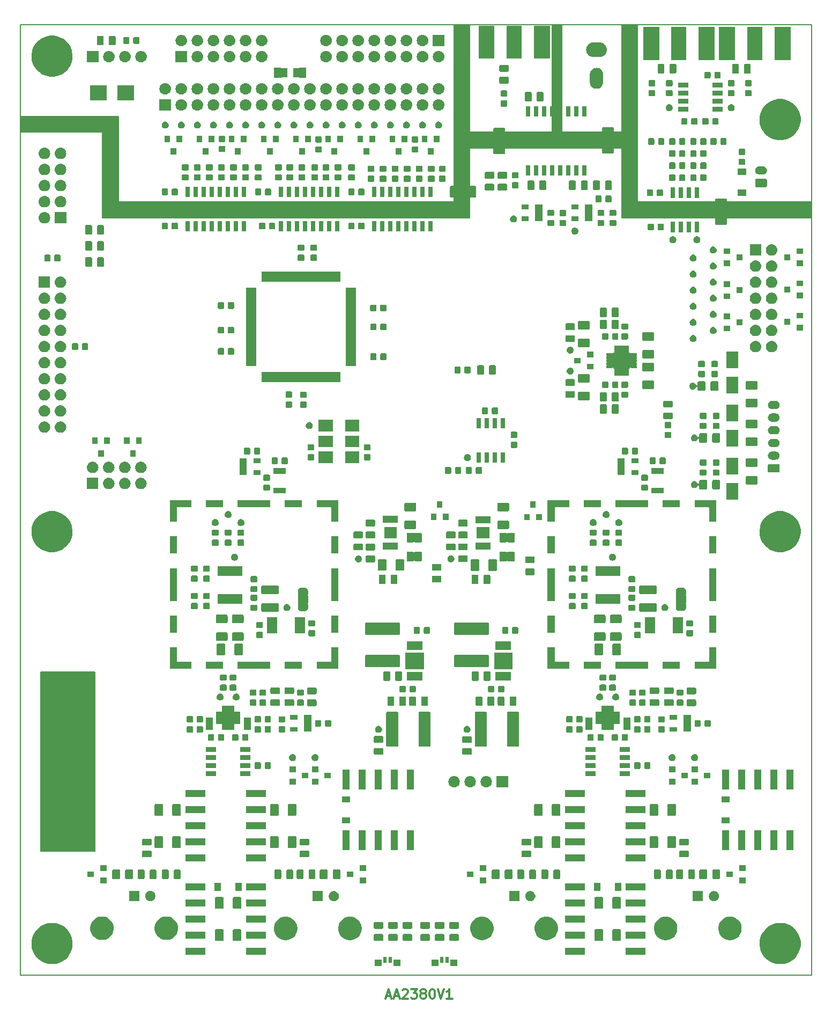
<source format=gbr>
G04 #@! TF.GenerationSoftware,KiCad,Pcbnew,5.0.2-bee76a0~70~ubuntu16.04.1*
G04 #@! TF.CreationDate,2019-03-08T17:41:57+01:00*
G04 #@! TF.ProjectId,AA2380V1,41413233-3830-4563-912e-6b696361645f,1.0*
G04 #@! TF.SameCoordinates,Original*
G04 #@! TF.FileFunction,Soldermask,Top*
G04 #@! TF.FilePolarity,Negative*
%FSLAX46Y46*%
G04 Gerber Fmt 4.6, Leading zero omitted, Abs format (unit mm)*
G04 Created by KiCad (PCBNEW 5.0.2-bee76a0~70~ubuntu16.04.1) date ven. 08 mars 2019 17:41:57 CET*
%MOMM*%
%LPD*%
G01*
G04 APERTURE LIST*
%ADD10C,0.150000*%
%ADD11C,0.300000*%
%ADD12C,0.100000*%
G04 APERTURE END LIST*
D10*
G36*
X42261000Y-158175000D02*
X50761000Y-158175000D01*
X50761000Y-186425000D01*
X42261000Y-186425000D01*
X42261000Y-158175000D01*
G37*
X42261000Y-158175000D02*
X50761000Y-158175000D01*
X50761000Y-186425000D01*
X42261000Y-186425000D01*
X42261000Y-158175000D01*
D11*
X96785714Y-209250000D02*
X97500000Y-209250000D01*
X96642857Y-209678571D02*
X97142857Y-208178571D01*
X97642857Y-209678571D01*
X98071428Y-209250000D02*
X98785714Y-209250000D01*
X97928571Y-209678571D02*
X98428571Y-208178571D01*
X98928571Y-209678571D01*
X99357142Y-208321428D02*
X99428571Y-208250000D01*
X99571428Y-208178571D01*
X99928571Y-208178571D01*
X100071428Y-208250000D01*
X100142857Y-208321428D01*
X100214285Y-208464285D01*
X100214285Y-208607142D01*
X100142857Y-208821428D01*
X99285714Y-209678571D01*
X100214285Y-209678571D01*
X100714285Y-208178571D02*
X101642857Y-208178571D01*
X101142857Y-208750000D01*
X101357142Y-208750000D01*
X101500000Y-208821428D01*
X101571428Y-208892857D01*
X101642857Y-209035714D01*
X101642857Y-209392857D01*
X101571428Y-209535714D01*
X101500000Y-209607142D01*
X101357142Y-209678571D01*
X100928571Y-209678571D01*
X100785714Y-209607142D01*
X100714285Y-209535714D01*
X102500000Y-208821428D02*
X102357142Y-208750000D01*
X102285714Y-208678571D01*
X102214285Y-208535714D01*
X102214285Y-208464285D01*
X102285714Y-208321428D01*
X102357142Y-208250000D01*
X102500000Y-208178571D01*
X102785714Y-208178571D01*
X102928571Y-208250000D01*
X103000000Y-208321428D01*
X103071428Y-208464285D01*
X103071428Y-208535714D01*
X103000000Y-208678571D01*
X102928571Y-208750000D01*
X102785714Y-208821428D01*
X102500000Y-208821428D01*
X102357142Y-208892857D01*
X102285714Y-208964285D01*
X102214285Y-209107142D01*
X102214285Y-209392857D01*
X102285714Y-209535714D01*
X102357142Y-209607142D01*
X102500000Y-209678571D01*
X102785714Y-209678571D01*
X102928571Y-209607142D01*
X103000000Y-209535714D01*
X103071428Y-209392857D01*
X103071428Y-209107142D01*
X103000000Y-208964285D01*
X102928571Y-208892857D01*
X102785714Y-208821428D01*
X104000000Y-208178571D02*
X104142857Y-208178571D01*
X104285714Y-208250000D01*
X104357142Y-208321428D01*
X104428571Y-208464285D01*
X104500000Y-208750000D01*
X104500000Y-209107142D01*
X104428571Y-209392857D01*
X104357142Y-209535714D01*
X104285714Y-209607142D01*
X104142857Y-209678571D01*
X104000000Y-209678571D01*
X103857142Y-209607142D01*
X103785714Y-209535714D01*
X103714285Y-209392857D01*
X103642857Y-209107142D01*
X103642857Y-208750000D01*
X103714285Y-208464285D01*
X103785714Y-208321428D01*
X103857142Y-208250000D01*
X104000000Y-208178571D01*
X104928571Y-208178571D02*
X105428571Y-209678571D01*
X105928571Y-208178571D01*
X107214285Y-209678571D02*
X106357142Y-209678571D01*
X106785714Y-209678571D02*
X106785714Y-208178571D01*
X106642857Y-208392857D01*
X106500000Y-208535714D01*
X106357142Y-208607142D01*
D10*
G36*
X164000000Y-84000000D02*
X164000000Y-86500000D01*
X134000000Y-86500000D01*
X134000000Y-75500000D01*
X110000000Y-75500000D01*
X110000000Y-86500000D01*
X52000000Y-86500000D01*
X52000000Y-73000000D01*
X49500000Y-73000000D01*
X39000000Y-73000000D01*
X39000000Y-70500000D01*
X51000000Y-70500000D01*
X54500000Y-70500000D01*
X54500000Y-84000000D01*
X107500000Y-84000000D01*
X107500000Y-56000000D01*
X110000000Y-56000000D01*
X110000000Y-73000000D01*
X123000000Y-73000000D01*
X123000000Y-56000000D01*
X124500000Y-56000000D01*
X124500000Y-73000000D01*
X134000000Y-73000000D01*
X134000000Y-56000000D01*
X136500000Y-56000000D01*
X136500000Y-84000000D01*
X162000000Y-84000000D01*
X164000000Y-84000000D01*
G37*
X164000000Y-84000000D02*
X164000000Y-86500000D01*
X134000000Y-86500000D01*
X134000000Y-75500000D01*
X110000000Y-75500000D01*
X110000000Y-86500000D01*
X52000000Y-86500000D01*
X52000000Y-73000000D01*
X49500000Y-73000000D01*
X39000000Y-73000000D01*
X39000000Y-70500000D01*
X51000000Y-70500000D01*
X54500000Y-70500000D01*
X54500000Y-84000000D01*
X107500000Y-84000000D01*
X107500000Y-56000000D01*
X110000000Y-56000000D01*
X110000000Y-73000000D01*
X123000000Y-73000000D01*
X123000000Y-56000000D01*
X124500000Y-56000000D01*
X124500000Y-73000000D01*
X134000000Y-73000000D01*
X134000000Y-56000000D01*
X136500000Y-56000000D01*
X136500000Y-84000000D01*
X162000000Y-84000000D01*
X164000000Y-84000000D01*
X164000000Y-206000000D02*
X164000000Y-56000000D01*
X39000000Y-56000000D02*
X164000000Y-56000000D01*
X39000000Y-206000000D02*
X39000000Y-56000000D01*
X164000000Y-206000000D02*
X39000000Y-206000000D01*
D12*
G36*
X99051000Y-204501000D02*
X97949000Y-204501000D01*
X97949000Y-203499000D01*
X99051000Y-203499000D01*
X99051000Y-204501000D01*
X99051000Y-204501000D01*
G37*
G36*
X96051000Y-204501000D02*
X94949000Y-204501000D01*
X94949000Y-203499000D01*
X96051000Y-203499000D01*
X96051000Y-204501000D01*
X96051000Y-204501000D01*
G37*
G36*
X108051000Y-204501000D02*
X106949000Y-204501000D01*
X106949000Y-203499000D01*
X108051000Y-203499000D01*
X108051000Y-204501000D01*
X108051000Y-204501000D01*
G37*
G36*
X105051000Y-204501000D02*
X103949000Y-204501000D01*
X103949000Y-203499000D01*
X105051000Y-203499000D01*
X105051000Y-204501000D01*
X105051000Y-204501000D01*
G37*
G36*
X159649239Y-197796467D02*
X159963282Y-197858934D01*
X160554926Y-198104001D01*
X160844523Y-198297504D01*
X161087395Y-198459786D01*
X161540214Y-198912605D01*
X161540216Y-198912608D01*
X161895999Y-199445074D01*
X162141066Y-200036718D01*
X162141066Y-200036719D01*
X162266000Y-200664803D01*
X162266000Y-201305197D01*
X162203533Y-201619239D01*
X162141066Y-201933282D01*
X161895999Y-202524926D01*
X161648265Y-202895685D01*
X161540214Y-203057395D01*
X161087395Y-203510214D01*
X161087392Y-203510216D01*
X160554926Y-203865999D01*
X159963282Y-204111066D01*
X159649239Y-204173533D01*
X159335197Y-204236000D01*
X158694803Y-204236000D01*
X158380761Y-204173533D01*
X158066718Y-204111066D01*
X157475074Y-203865999D01*
X156942608Y-203510216D01*
X156942605Y-203510214D01*
X156489786Y-203057395D01*
X156381735Y-202895685D01*
X156134001Y-202524926D01*
X155888934Y-201933282D01*
X155826467Y-201619239D01*
X155764000Y-201305197D01*
X155764000Y-200664803D01*
X155888934Y-200036719D01*
X155888934Y-200036718D01*
X156134001Y-199445074D01*
X156489784Y-198912608D01*
X156489786Y-198912605D01*
X156942605Y-198459786D01*
X157185477Y-198297504D01*
X157475074Y-198104001D01*
X158066718Y-197858934D01*
X158380761Y-197796467D01*
X158694803Y-197734000D01*
X159335197Y-197734000D01*
X159649239Y-197796467D01*
X159649239Y-197796467D01*
G37*
G36*
X44649239Y-197796467D02*
X44963282Y-197858934D01*
X45554926Y-198104001D01*
X45844523Y-198297504D01*
X46087395Y-198459786D01*
X46540214Y-198912605D01*
X46540216Y-198912608D01*
X46895999Y-199445074D01*
X47141066Y-200036718D01*
X47141066Y-200036719D01*
X47266000Y-200664803D01*
X47266000Y-201305197D01*
X47203533Y-201619239D01*
X47141066Y-201933282D01*
X46895999Y-202524926D01*
X46648265Y-202895685D01*
X46540214Y-203057395D01*
X46087395Y-203510214D01*
X46087392Y-203510216D01*
X45554926Y-203865999D01*
X44963282Y-204111066D01*
X44649239Y-204173533D01*
X44335197Y-204236000D01*
X43694803Y-204236000D01*
X43380761Y-204173533D01*
X43066718Y-204111066D01*
X42475074Y-203865999D01*
X41942608Y-203510216D01*
X41942605Y-203510214D01*
X41489786Y-203057395D01*
X41381735Y-202895685D01*
X41134001Y-202524926D01*
X40888934Y-201933282D01*
X40826467Y-201619239D01*
X40764000Y-201305197D01*
X40764000Y-200664803D01*
X40888934Y-200036719D01*
X40888934Y-200036718D01*
X41134001Y-199445074D01*
X41489784Y-198912608D01*
X41489786Y-198912605D01*
X41942605Y-198459786D01*
X42185477Y-198297504D01*
X42475074Y-198104001D01*
X43066718Y-197858934D01*
X43380761Y-197796467D01*
X43694803Y-197734000D01*
X44335197Y-197734000D01*
X44649239Y-197796467D01*
X44649239Y-197796467D01*
G37*
G36*
X96851000Y-204001000D02*
X96349000Y-204001000D01*
X96349000Y-203099000D01*
X96851000Y-203099000D01*
X96851000Y-204001000D01*
X96851000Y-204001000D01*
G37*
G36*
X97651000Y-204001000D02*
X97149000Y-204001000D01*
X97149000Y-203099000D01*
X97651000Y-203099000D01*
X97651000Y-204001000D01*
X97651000Y-204001000D01*
G37*
G36*
X106651000Y-204001000D02*
X106149000Y-204001000D01*
X106149000Y-203099000D01*
X106651000Y-203099000D01*
X106651000Y-204001000D01*
X106651000Y-204001000D01*
G37*
G36*
X105851000Y-204001000D02*
X105349000Y-204001000D01*
X105349000Y-203099000D01*
X105851000Y-203099000D01*
X105851000Y-204001000D01*
X105851000Y-204001000D01*
G37*
G36*
X68194642Y-202741000D02*
X65092642Y-202741000D01*
X65092642Y-201639000D01*
X68194642Y-201639000D01*
X68194642Y-202741000D01*
X68194642Y-202741000D01*
G37*
G36*
X137698642Y-202741000D02*
X134596642Y-202741000D01*
X134596642Y-201639000D01*
X137698642Y-201639000D01*
X137698642Y-202741000D01*
X137698642Y-202741000D01*
G37*
G36*
X128138642Y-202741000D02*
X125036642Y-202741000D01*
X125036642Y-201639000D01*
X128138642Y-201639000D01*
X128138642Y-202741000D01*
X128138642Y-202741000D01*
G37*
G36*
X77754642Y-202741000D02*
X74652642Y-202741000D01*
X74652642Y-201639000D01*
X77754642Y-201639000D01*
X77754642Y-202741000D01*
X77754642Y-202741000D01*
G37*
G36*
X133691604Y-198728347D02*
X133728145Y-198739432D01*
X133761820Y-198757431D01*
X133791341Y-198781659D01*
X133815569Y-198811180D01*
X133833568Y-198844855D01*
X133844653Y-198881396D01*
X133849000Y-198925538D01*
X133849000Y-200374462D01*
X133844653Y-200418604D01*
X133833568Y-200455145D01*
X133815569Y-200488820D01*
X133791341Y-200518341D01*
X133761820Y-200542569D01*
X133728145Y-200560568D01*
X133691604Y-200571653D01*
X133647462Y-200576000D01*
X132698538Y-200576000D01*
X132654396Y-200571653D01*
X132617855Y-200560568D01*
X132584180Y-200542569D01*
X132554659Y-200518341D01*
X132530431Y-200488820D01*
X132512432Y-200455145D01*
X132501347Y-200418604D01*
X132497000Y-200374462D01*
X132497000Y-198925538D01*
X132501347Y-198881396D01*
X132512432Y-198844855D01*
X132530431Y-198811180D01*
X132554659Y-198781659D01*
X132584180Y-198757431D01*
X132617855Y-198739432D01*
X132654396Y-198728347D01*
X132698538Y-198724000D01*
X133647462Y-198724000D01*
X133691604Y-198728347D01*
X133691604Y-198728347D01*
G37*
G36*
X70947604Y-198728347D02*
X70984145Y-198739432D01*
X71017820Y-198757431D01*
X71047341Y-198781659D01*
X71071569Y-198811180D01*
X71089568Y-198844855D01*
X71100653Y-198881396D01*
X71105000Y-198925538D01*
X71105000Y-200374462D01*
X71100653Y-200418604D01*
X71089568Y-200455145D01*
X71071569Y-200488820D01*
X71047341Y-200518341D01*
X71017820Y-200542569D01*
X70984145Y-200560568D01*
X70947604Y-200571653D01*
X70903462Y-200576000D01*
X69954538Y-200576000D01*
X69910396Y-200571653D01*
X69873855Y-200560568D01*
X69840180Y-200542569D01*
X69810659Y-200518341D01*
X69786431Y-200488820D01*
X69768432Y-200455145D01*
X69757347Y-200418604D01*
X69753000Y-200374462D01*
X69753000Y-198925538D01*
X69757347Y-198881396D01*
X69768432Y-198844855D01*
X69786431Y-198811180D01*
X69810659Y-198781659D01*
X69840180Y-198757431D01*
X69873855Y-198739432D01*
X69910396Y-198728347D01*
X69954538Y-198724000D01*
X70903462Y-198724000D01*
X70947604Y-198728347D01*
X70947604Y-198728347D01*
G37*
G36*
X73747604Y-198728347D02*
X73784145Y-198739432D01*
X73817820Y-198757431D01*
X73847341Y-198781659D01*
X73871569Y-198811180D01*
X73889568Y-198844855D01*
X73900653Y-198881396D01*
X73905000Y-198925538D01*
X73905000Y-200374462D01*
X73900653Y-200418604D01*
X73889568Y-200455145D01*
X73871569Y-200488820D01*
X73847341Y-200518341D01*
X73817820Y-200542569D01*
X73784145Y-200560568D01*
X73747604Y-200571653D01*
X73703462Y-200576000D01*
X72754538Y-200576000D01*
X72710396Y-200571653D01*
X72673855Y-200560568D01*
X72640180Y-200542569D01*
X72610659Y-200518341D01*
X72586431Y-200488820D01*
X72568432Y-200455145D01*
X72557347Y-200418604D01*
X72553000Y-200374462D01*
X72553000Y-198925538D01*
X72557347Y-198881396D01*
X72568432Y-198844855D01*
X72586431Y-198811180D01*
X72610659Y-198781659D01*
X72640180Y-198757431D01*
X72673855Y-198739432D01*
X72710396Y-198728347D01*
X72754538Y-198724000D01*
X73703462Y-198724000D01*
X73747604Y-198728347D01*
X73747604Y-198728347D01*
G37*
G36*
X130891604Y-198728347D02*
X130928145Y-198739432D01*
X130961820Y-198757431D01*
X130991341Y-198781659D01*
X131015569Y-198811180D01*
X131033568Y-198844855D01*
X131044653Y-198881396D01*
X131049000Y-198925538D01*
X131049000Y-200374462D01*
X131044653Y-200418604D01*
X131033568Y-200455145D01*
X131015569Y-200488820D01*
X130991341Y-200518341D01*
X130961820Y-200542569D01*
X130928145Y-200560568D01*
X130891604Y-200571653D01*
X130847462Y-200576000D01*
X129898538Y-200576000D01*
X129854396Y-200571653D01*
X129817855Y-200560568D01*
X129784180Y-200542569D01*
X129754659Y-200518341D01*
X129730431Y-200488820D01*
X129712432Y-200455145D01*
X129701347Y-200418604D01*
X129697000Y-200374462D01*
X129697000Y-198925538D01*
X129701347Y-198881396D01*
X129712432Y-198844855D01*
X129730431Y-198811180D01*
X129754659Y-198781659D01*
X129784180Y-198757431D01*
X129817855Y-198739432D01*
X129854396Y-198728347D01*
X129898538Y-198724000D01*
X130847462Y-198724000D01*
X130891604Y-198728347D01*
X130891604Y-198728347D01*
G37*
G36*
X105806108Y-199466233D02*
X105844779Y-199477964D01*
X105880421Y-199497016D01*
X105911659Y-199522651D01*
X105937294Y-199553889D01*
X105956346Y-199589531D01*
X105968077Y-199628202D01*
X105972642Y-199674556D01*
X105972642Y-200325780D01*
X105968077Y-200372134D01*
X105956346Y-200410805D01*
X105937294Y-200446447D01*
X105911659Y-200477685D01*
X105880421Y-200503320D01*
X105844779Y-200522372D01*
X105806108Y-200534103D01*
X105759754Y-200538668D01*
X104683530Y-200538668D01*
X104637176Y-200534103D01*
X104598505Y-200522372D01*
X104562863Y-200503320D01*
X104531625Y-200477685D01*
X104505990Y-200446447D01*
X104486938Y-200410805D01*
X104475207Y-200372134D01*
X104470642Y-200325780D01*
X104470642Y-199674556D01*
X104475207Y-199628202D01*
X104486938Y-199589531D01*
X104505990Y-199553889D01*
X104531625Y-199522651D01*
X104562863Y-199497016D01*
X104598505Y-199477964D01*
X104637176Y-199466233D01*
X104683530Y-199461668D01*
X105759754Y-199461668D01*
X105806108Y-199466233D01*
X105806108Y-199466233D01*
G37*
G36*
X108092108Y-199466233D02*
X108130779Y-199477964D01*
X108166421Y-199497016D01*
X108197659Y-199522651D01*
X108223294Y-199553889D01*
X108242346Y-199589531D01*
X108254077Y-199628202D01*
X108258642Y-199674556D01*
X108258642Y-200325780D01*
X108254077Y-200372134D01*
X108242346Y-200410805D01*
X108223294Y-200446447D01*
X108197659Y-200477685D01*
X108166421Y-200503320D01*
X108130779Y-200522372D01*
X108092108Y-200534103D01*
X108045754Y-200538668D01*
X106969530Y-200538668D01*
X106923176Y-200534103D01*
X106884505Y-200522372D01*
X106848863Y-200503320D01*
X106817625Y-200477685D01*
X106791990Y-200446447D01*
X106772938Y-200410805D01*
X106761207Y-200372134D01*
X106756642Y-200325780D01*
X106756642Y-199674556D01*
X106761207Y-199628202D01*
X106772938Y-199589531D01*
X106791990Y-199553889D01*
X106817625Y-199522651D01*
X106848863Y-199497016D01*
X106884505Y-199477964D01*
X106923176Y-199466233D01*
X106969530Y-199461668D01*
X108045754Y-199461668D01*
X108092108Y-199466233D01*
X108092108Y-199466233D01*
G37*
G36*
X100726108Y-199466233D02*
X100764779Y-199477964D01*
X100800421Y-199497016D01*
X100831659Y-199522651D01*
X100857294Y-199553889D01*
X100876346Y-199589531D01*
X100888077Y-199628202D01*
X100892642Y-199674556D01*
X100892642Y-200325780D01*
X100888077Y-200372134D01*
X100876346Y-200410805D01*
X100857294Y-200446447D01*
X100831659Y-200477685D01*
X100800421Y-200503320D01*
X100764779Y-200522372D01*
X100726108Y-200534103D01*
X100679754Y-200538668D01*
X99603530Y-200538668D01*
X99557176Y-200534103D01*
X99518505Y-200522372D01*
X99482863Y-200503320D01*
X99451625Y-200477685D01*
X99425990Y-200446447D01*
X99406938Y-200410805D01*
X99395207Y-200372134D01*
X99390642Y-200325780D01*
X99390642Y-199674556D01*
X99395207Y-199628202D01*
X99406938Y-199589531D01*
X99425990Y-199553889D01*
X99451625Y-199522651D01*
X99482863Y-199497016D01*
X99518505Y-199477964D01*
X99557176Y-199466233D01*
X99603530Y-199461668D01*
X100679754Y-199461668D01*
X100726108Y-199466233D01*
X100726108Y-199466233D01*
G37*
G36*
X98440108Y-199466233D02*
X98478779Y-199477964D01*
X98514421Y-199497016D01*
X98545659Y-199522651D01*
X98571294Y-199553889D01*
X98590346Y-199589531D01*
X98602077Y-199628202D01*
X98606642Y-199674556D01*
X98606642Y-200325780D01*
X98602077Y-200372134D01*
X98590346Y-200410805D01*
X98571294Y-200446447D01*
X98545659Y-200477685D01*
X98514421Y-200503320D01*
X98478779Y-200522372D01*
X98440108Y-200534103D01*
X98393754Y-200538668D01*
X97317530Y-200538668D01*
X97271176Y-200534103D01*
X97232505Y-200522372D01*
X97196863Y-200503320D01*
X97165625Y-200477685D01*
X97139990Y-200446447D01*
X97120938Y-200410805D01*
X97109207Y-200372134D01*
X97104642Y-200325780D01*
X97104642Y-199674556D01*
X97109207Y-199628202D01*
X97120938Y-199589531D01*
X97139990Y-199553889D01*
X97165625Y-199522651D01*
X97196863Y-199497016D01*
X97232505Y-199477964D01*
X97271176Y-199466233D01*
X97317530Y-199461668D01*
X98393754Y-199461668D01*
X98440108Y-199466233D01*
X98440108Y-199466233D01*
G37*
G36*
X103520108Y-199466233D02*
X103558779Y-199477964D01*
X103594421Y-199497016D01*
X103625659Y-199522651D01*
X103651294Y-199553889D01*
X103670346Y-199589531D01*
X103682077Y-199628202D01*
X103686642Y-199674556D01*
X103686642Y-200325780D01*
X103682077Y-200372134D01*
X103670346Y-200410805D01*
X103651294Y-200446447D01*
X103625659Y-200477685D01*
X103594421Y-200503320D01*
X103558779Y-200522372D01*
X103520108Y-200534103D01*
X103473754Y-200538668D01*
X102397530Y-200538668D01*
X102351176Y-200534103D01*
X102312505Y-200522372D01*
X102276863Y-200503320D01*
X102245625Y-200477685D01*
X102219990Y-200446447D01*
X102200938Y-200410805D01*
X102189207Y-200372134D01*
X102184642Y-200325780D01*
X102184642Y-199674556D01*
X102189207Y-199628202D01*
X102200938Y-199589531D01*
X102219990Y-199553889D01*
X102245625Y-199522651D01*
X102276863Y-199497016D01*
X102312505Y-199477964D01*
X102351176Y-199466233D01*
X102397530Y-199461668D01*
X103473754Y-199461668D01*
X103520108Y-199466233D01*
X103520108Y-199466233D01*
G37*
G36*
X96154108Y-199466233D02*
X96192779Y-199477964D01*
X96228421Y-199497016D01*
X96259659Y-199522651D01*
X96285294Y-199553889D01*
X96304346Y-199589531D01*
X96316077Y-199628202D01*
X96320642Y-199674556D01*
X96320642Y-200325780D01*
X96316077Y-200372134D01*
X96304346Y-200410805D01*
X96285294Y-200446447D01*
X96259659Y-200477685D01*
X96228421Y-200503320D01*
X96192779Y-200522372D01*
X96154108Y-200534103D01*
X96107754Y-200538668D01*
X95031530Y-200538668D01*
X94985176Y-200534103D01*
X94946505Y-200522372D01*
X94910863Y-200503320D01*
X94879625Y-200477685D01*
X94853990Y-200446447D01*
X94834938Y-200410805D01*
X94823207Y-200372134D01*
X94818642Y-200325780D01*
X94818642Y-199674556D01*
X94823207Y-199628202D01*
X94834938Y-199589531D01*
X94853990Y-199553889D01*
X94879625Y-199522651D01*
X94910863Y-199497016D01*
X94946505Y-199477964D01*
X94985176Y-199466233D01*
X95031530Y-199461668D01*
X96107754Y-199461668D01*
X96154108Y-199466233D01*
X96154108Y-199466233D01*
G37*
G36*
X91426112Y-196779566D02*
X91604917Y-196815133D01*
X91941777Y-196954665D01*
X92200046Y-197127235D01*
X92244947Y-197157237D01*
X92502763Y-197415053D01*
X92502765Y-197415056D01*
X92705335Y-197718223D01*
X92844867Y-198055083D01*
X92864012Y-198151332D01*
X92916000Y-198412691D01*
X92916000Y-198777309D01*
X92902564Y-198844855D01*
X92844867Y-199134917D01*
X92705335Y-199471777D01*
X92569842Y-199674556D01*
X92502763Y-199774947D01*
X92244947Y-200032763D01*
X92244944Y-200032765D01*
X91941777Y-200235335D01*
X91604917Y-200374867D01*
X91432927Y-200409078D01*
X91247309Y-200446000D01*
X90882691Y-200446000D01*
X90697073Y-200409078D01*
X90525083Y-200374867D01*
X90188223Y-200235335D01*
X89885056Y-200032765D01*
X89885053Y-200032763D01*
X89627237Y-199774947D01*
X89560158Y-199674556D01*
X89424665Y-199471777D01*
X89285133Y-199134917D01*
X89227436Y-198844855D01*
X89214000Y-198777309D01*
X89214000Y-198412691D01*
X89265988Y-198151332D01*
X89285133Y-198055083D01*
X89424665Y-197718223D01*
X89627235Y-197415056D01*
X89627237Y-197415053D01*
X89885053Y-197157237D01*
X89929954Y-197127235D01*
X90188223Y-196954665D01*
X90525083Y-196815133D01*
X90703887Y-196779567D01*
X90882691Y-196744000D01*
X91247309Y-196744000D01*
X91426112Y-196779566D01*
X91426112Y-196779566D01*
G37*
G36*
X81266112Y-196779566D02*
X81444917Y-196815133D01*
X81781777Y-196954665D01*
X82040046Y-197127235D01*
X82084947Y-197157237D01*
X82342763Y-197415053D01*
X82342765Y-197415056D01*
X82545335Y-197718223D01*
X82684867Y-198055083D01*
X82704012Y-198151332D01*
X82756000Y-198412691D01*
X82756000Y-198777309D01*
X82742564Y-198844855D01*
X82684867Y-199134917D01*
X82545335Y-199471777D01*
X82409842Y-199674556D01*
X82342763Y-199774947D01*
X82084947Y-200032763D01*
X82084944Y-200032765D01*
X81781777Y-200235335D01*
X81444917Y-200374867D01*
X81272927Y-200409078D01*
X81087309Y-200446000D01*
X80722691Y-200446000D01*
X80537073Y-200409078D01*
X80365083Y-200374867D01*
X80028223Y-200235335D01*
X79725056Y-200032765D01*
X79725053Y-200032763D01*
X79467237Y-199774947D01*
X79400158Y-199674556D01*
X79264665Y-199471777D01*
X79125133Y-199134917D01*
X79067436Y-198844855D01*
X79054000Y-198777309D01*
X79054000Y-198412691D01*
X79105988Y-198151332D01*
X79125133Y-198055083D01*
X79264665Y-197718223D01*
X79467235Y-197415056D01*
X79467237Y-197415053D01*
X79725053Y-197157237D01*
X79769954Y-197127235D01*
X80028223Y-196954665D01*
X80365083Y-196815133D01*
X80543888Y-196779566D01*
X80722691Y-196744000D01*
X81087309Y-196744000D01*
X81266112Y-196779566D01*
X81266112Y-196779566D01*
G37*
G36*
X112281112Y-196764566D02*
X112459917Y-196800133D01*
X112796777Y-196939665D01*
X113077495Y-197127235D01*
X113099947Y-197142237D01*
X113357763Y-197400053D01*
X113357765Y-197400056D01*
X113560335Y-197703223D01*
X113693654Y-198025084D01*
X113699867Y-198040084D01*
X113771000Y-198397691D01*
X113771000Y-198762309D01*
X113761279Y-198811180D01*
X113699867Y-199119917D01*
X113560335Y-199456777D01*
X113412258Y-199678390D01*
X113357763Y-199759947D01*
X113099947Y-200017763D01*
X113099944Y-200017765D01*
X112796777Y-200220335D01*
X112459917Y-200359867D01*
X112281112Y-200395434D01*
X112102309Y-200431000D01*
X111737691Y-200431000D01*
X111558888Y-200395434D01*
X111380083Y-200359867D01*
X111043223Y-200220335D01*
X110740056Y-200017765D01*
X110740053Y-200017763D01*
X110482237Y-199759947D01*
X110427742Y-199678390D01*
X110279665Y-199456777D01*
X110140133Y-199119917D01*
X110078721Y-198811180D01*
X110069000Y-198762309D01*
X110069000Y-198397691D01*
X110140133Y-198040084D01*
X110146346Y-198025084D01*
X110279665Y-197703223D01*
X110482235Y-197400056D01*
X110482237Y-197400053D01*
X110740053Y-197142237D01*
X110762505Y-197127235D01*
X111043223Y-196939665D01*
X111380083Y-196800133D01*
X111558888Y-196764566D01*
X111737691Y-196729000D01*
X112102309Y-196729000D01*
X112281112Y-196764566D01*
X112281112Y-196764566D01*
G37*
G36*
X122441112Y-196764566D02*
X122619917Y-196800133D01*
X122956777Y-196939665D01*
X123237495Y-197127235D01*
X123259947Y-197142237D01*
X123517763Y-197400053D01*
X123517765Y-197400056D01*
X123720335Y-197703223D01*
X123853654Y-198025084D01*
X123859867Y-198040084D01*
X123931000Y-198397691D01*
X123931000Y-198762309D01*
X123921279Y-198811180D01*
X123859867Y-199119917D01*
X123720335Y-199456777D01*
X123572258Y-199678390D01*
X123517763Y-199759947D01*
X123259947Y-200017763D01*
X123259944Y-200017765D01*
X122956777Y-200220335D01*
X122619917Y-200359867D01*
X122441112Y-200395434D01*
X122262309Y-200431000D01*
X121897691Y-200431000D01*
X121718888Y-200395434D01*
X121540083Y-200359867D01*
X121203223Y-200220335D01*
X120900056Y-200017765D01*
X120900053Y-200017763D01*
X120642237Y-199759947D01*
X120587742Y-199678390D01*
X120439665Y-199456777D01*
X120300133Y-199119917D01*
X120238721Y-198811180D01*
X120229000Y-198762309D01*
X120229000Y-198397691D01*
X120300133Y-198040084D01*
X120306346Y-198025084D01*
X120439665Y-197703223D01*
X120642235Y-197400056D01*
X120642237Y-197400053D01*
X120900053Y-197142237D01*
X120922505Y-197127235D01*
X121203223Y-196939665D01*
X121540083Y-196800133D01*
X121718888Y-196764566D01*
X121897691Y-196729000D01*
X122262309Y-196729000D01*
X122441112Y-196764566D01*
X122441112Y-196764566D01*
G37*
G36*
X141281112Y-196764566D02*
X141459917Y-196800133D01*
X141796777Y-196939665D01*
X142077495Y-197127235D01*
X142099947Y-197142237D01*
X142357763Y-197400053D01*
X142357765Y-197400056D01*
X142560335Y-197703223D01*
X142693654Y-198025084D01*
X142699867Y-198040084D01*
X142771000Y-198397691D01*
X142771000Y-198762309D01*
X142761279Y-198811180D01*
X142699867Y-199119917D01*
X142560335Y-199456777D01*
X142412258Y-199678390D01*
X142357763Y-199759947D01*
X142099947Y-200017763D01*
X142099944Y-200017765D01*
X141796777Y-200220335D01*
X141459917Y-200359867D01*
X141281112Y-200395434D01*
X141102309Y-200431000D01*
X140737691Y-200431000D01*
X140558888Y-200395434D01*
X140380083Y-200359867D01*
X140043223Y-200220335D01*
X139740056Y-200017765D01*
X139740053Y-200017763D01*
X139482237Y-199759947D01*
X139427742Y-199678390D01*
X139279665Y-199456777D01*
X139140133Y-199119917D01*
X139078721Y-198811180D01*
X139069000Y-198762309D01*
X139069000Y-198397691D01*
X139140133Y-198040084D01*
X139146346Y-198025084D01*
X139279665Y-197703223D01*
X139482235Y-197400056D01*
X139482237Y-197400053D01*
X139740053Y-197142237D01*
X139762505Y-197127235D01*
X140043223Y-196939665D01*
X140380083Y-196800133D01*
X140558888Y-196764566D01*
X140737691Y-196729000D01*
X141102309Y-196729000D01*
X141281112Y-196764566D01*
X141281112Y-196764566D01*
G37*
G36*
X151441112Y-196764566D02*
X151619917Y-196800133D01*
X151956777Y-196939665D01*
X152237495Y-197127235D01*
X152259947Y-197142237D01*
X152517763Y-197400053D01*
X152517765Y-197400056D01*
X152720335Y-197703223D01*
X152853654Y-198025084D01*
X152859867Y-198040084D01*
X152931000Y-198397691D01*
X152931000Y-198762309D01*
X152921279Y-198811180D01*
X152859867Y-199119917D01*
X152720335Y-199456777D01*
X152572258Y-199678390D01*
X152517763Y-199759947D01*
X152259947Y-200017763D01*
X152259944Y-200017765D01*
X151956777Y-200220335D01*
X151619917Y-200359867D01*
X151441112Y-200395434D01*
X151262309Y-200431000D01*
X150897691Y-200431000D01*
X150718888Y-200395434D01*
X150540083Y-200359867D01*
X150203223Y-200220335D01*
X149900056Y-200017765D01*
X149900053Y-200017763D01*
X149642237Y-199759947D01*
X149587742Y-199678390D01*
X149439665Y-199456777D01*
X149300133Y-199119917D01*
X149238721Y-198811180D01*
X149229000Y-198762309D01*
X149229000Y-198397691D01*
X149300133Y-198040084D01*
X149306346Y-198025084D01*
X149439665Y-197703223D01*
X149642235Y-197400056D01*
X149642237Y-197400053D01*
X149900053Y-197142237D01*
X149922505Y-197127235D01*
X150203223Y-196939665D01*
X150540083Y-196800133D01*
X150718888Y-196764566D01*
X150897691Y-196729000D01*
X151262309Y-196729000D01*
X151441112Y-196764566D01*
X151441112Y-196764566D01*
G37*
G36*
X62398128Y-196744000D02*
X62604917Y-196785133D01*
X62941777Y-196924665D01*
X63242902Y-197125870D01*
X63244947Y-197127237D01*
X63502763Y-197385053D01*
X63502765Y-197385056D01*
X63705335Y-197688223D01*
X63844867Y-198025083D01*
X63876742Y-198185329D01*
X63916000Y-198382691D01*
X63916000Y-198747309D01*
X63909167Y-198781659D01*
X63844867Y-199104917D01*
X63705335Y-199441777D01*
X63574050Y-199638258D01*
X63502763Y-199744947D01*
X63244947Y-200002763D01*
X63244944Y-200002765D01*
X62941777Y-200205335D01*
X62604917Y-200344867D01*
X62467837Y-200372134D01*
X62247309Y-200416000D01*
X61882691Y-200416000D01*
X61662163Y-200372134D01*
X61525083Y-200344867D01*
X61188223Y-200205335D01*
X60885056Y-200002765D01*
X60885053Y-200002763D01*
X60627237Y-199744947D01*
X60555950Y-199638258D01*
X60424665Y-199441777D01*
X60285133Y-199104917D01*
X60220833Y-198781659D01*
X60214000Y-198747309D01*
X60214000Y-198382691D01*
X60253258Y-198185329D01*
X60285133Y-198025083D01*
X60424665Y-197688223D01*
X60627235Y-197385056D01*
X60627237Y-197385053D01*
X60885053Y-197127237D01*
X60887098Y-197125870D01*
X61188223Y-196924665D01*
X61525083Y-196785133D01*
X61731872Y-196744000D01*
X61882691Y-196714000D01*
X62247309Y-196714000D01*
X62398128Y-196744000D01*
X62398128Y-196744000D01*
G37*
G36*
X52238128Y-196744000D02*
X52444917Y-196785133D01*
X52781777Y-196924665D01*
X53082902Y-197125870D01*
X53084947Y-197127237D01*
X53342763Y-197385053D01*
X53342765Y-197385056D01*
X53545335Y-197688223D01*
X53684867Y-198025083D01*
X53716742Y-198185329D01*
X53756000Y-198382691D01*
X53756000Y-198747309D01*
X53749167Y-198781659D01*
X53684867Y-199104917D01*
X53545335Y-199441777D01*
X53414050Y-199638258D01*
X53342763Y-199744947D01*
X53084947Y-200002763D01*
X53084944Y-200002765D01*
X52781777Y-200205335D01*
X52444917Y-200344867D01*
X52307837Y-200372134D01*
X52087309Y-200416000D01*
X51722691Y-200416000D01*
X51502163Y-200372134D01*
X51365083Y-200344867D01*
X51028223Y-200205335D01*
X50725056Y-200002765D01*
X50725053Y-200002763D01*
X50467237Y-199744947D01*
X50395950Y-199638258D01*
X50264665Y-199441777D01*
X50125133Y-199104917D01*
X50060833Y-198781659D01*
X50054000Y-198747309D01*
X50054000Y-198382691D01*
X50093258Y-198185329D01*
X50125133Y-198025083D01*
X50264665Y-197688223D01*
X50467235Y-197385056D01*
X50467237Y-197385053D01*
X50725053Y-197127237D01*
X50727098Y-197125870D01*
X51028223Y-196924665D01*
X51365083Y-196785133D01*
X51571872Y-196744000D01*
X51722691Y-196714000D01*
X52087309Y-196714000D01*
X52238128Y-196744000D01*
X52238128Y-196744000D01*
G37*
G36*
X77754642Y-200201000D02*
X74652642Y-200201000D01*
X74652642Y-199099000D01*
X77754642Y-199099000D01*
X77754642Y-200201000D01*
X77754642Y-200201000D01*
G37*
G36*
X128138642Y-200201000D02*
X125036642Y-200201000D01*
X125036642Y-199099000D01*
X128138642Y-199099000D01*
X128138642Y-200201000D01*
X128138642Y-200201000D01*
G37*
G36*
X137698642Y-200201000D02*
X134596642Y-200201000D01*
X134596642Y-199099000D01*
X137698642Y-199099000D01*
X137698642Y-200201000D01*
X137698642Y-200201000D01*
G37*
G36*
X68194642Y-200201000D02*
X65092642Y-200201000D01*
X65092642Y-199099000D01*
X68194642Y-199099000D01*
X68194642Y-200201000D01*
X68194642Y-200201000D01*
G37*
G36*
X105806108Y-197591233D02*
X105844779Y-197602964D01*
X105880421Y-197622016D01*
X105911659Y-197647651D01*
X105937294Y-197678889D01*
X105956346Y-197714531D01*
X105968077Y-197753202D01*
X105972642Y-197799556D01*
X105972642Y-198450780D01*
X105968077Y-198497134D01*
X105956346Y-198535805D01*
X105937294Y-198571447D01*
X105911659Y-198602685D01*
X105880421Y-198628320D01*
X105844779Y-198647372D01*
X105806108Y-198659103D01*
X105759754Y-198663668D01*
X104683530Y-198663668D01*
X104637176Y-198659103D01*
X104598505Y-198647372D01*
X104562863Y-198628320D01*
X104531625Y-198602685D01*
X104505990Y-198571447D01*
X104486938Y-198535805D01*
X104475207Y-198497134D01*
X104470642Y-198450780D01*
X104470642Y-197799556D01*
X104475207Y-197753202D01*
X104486938Y-197714531D01*
X104505990Y-197678889D01*
X104531625Y-197647651D01*
X104562863Y-197622016D01*
X104598505Y-197602964D01*
X104637176Y-197591233D01*
X104683530Y-197586668D01*
X105759754Y-197586668D01*
X105806108Y-197591233D01*
X105806108Y-197591233D01*
G37*
G36*
X100726108Y-197591233D02*
X100764779Y-197602964D01*
X100800421Y-197622016D01*
X100831659Y-197647651D01*
X100857294Y-197678889D01*
X100876346Y-197714531D01*
X100888077Y-197753202D01*
X100892642Y-197799556D01*
X100892642Y-198450780D01*
X100888077Y-198497134D01*
X100876346Y-198535805D01*
X100857294Y-198571447D01*
X100831659Y-198602685D01*
X100800421Y-198628320D01*
X100764779Y-198647372D01*
X100726108Y-198659103D01*
X100679754Y-198663668D01*
X99603530Y-198663668D01*
X99557176Y-198659103D01*
X99518505Y-198647372D01*
X99482863Y-198628320D01*
X99451625Y-198602685D01*
X99425990Y-198571447D01*
X99406938Y-198535805D01*
X99395207Y-198497134D01*
X99390642Y-198450780D01*
X99390642Y-197799556D01*
X99395207Y-197753202D01*
X99406938Y-197714531D01*
X99425990Y-197678889D01*
X99451625Y-197647651D01*
X99482863Y-197622016D01*
X99518505Y-197602964D01*
X99557176Y-197591233D01*
X99603530Y-197586668D01*
X100679754Y-197586668D01*
X100726108Y-197591233D01*
X100726108Y-197591233D01*
G37*
G36*
X98440108Y-197591233D02*
X98478779Y-197602964D01*
X98514421Y-197622016D01*
X98545659Y-197647651D01*
X98571294Y-197678889D01*
X98590346Y-197714531D01*
X98602077Y-197753202D01*
X98606642Y-197799556D01*
X98606642Y-198450780D01*
X98602077Y-198497134D01*
X98590346Y-198535805D01*
X98571294Y-198571447D01*
X98545659Y-198602685D01*
X98514421Y-198628320D01*
X98478779Y-198647372D01*
X98440108Y-198659103D01*
X98393754Y-198663668D01*
X97317530Y-198663668D01*
X97271176Y-198659103D01*
X97232505Y-198647372D01*
X97196863Y-198628320D01*
X97165625Y-198602685D01*
X97139990Y-198571447D01*
X97120938Y-198535805D01*
X97109207Y-198497134D01*
X97104642Y-198450780D01*
X97104642Y-197799556D01*
X97109207Y-197753202D01*
X97120938Y-197714531D01*
X97139990Y-197678889D01*
X97165625Y-197647651D01*
X97196863Y-197622016D01*
X97232505Y-197602964D01*
X97271176Y-197591233D01*
X97317530Y-197586668D01*
X98393754Y-197586668D01*
X98440108Y-197591233D01*
X98440108Y-197591233D01*
G37*
G36*
X96154108Y-197591233D02*
X96192779Y-197602964D01*
X96228421Y-197622016D01*
X96259659Y-197647651D01*
X96285294Y-197678889D01*
X96304346Y-197714531D01*
X96316077Y-197753202D01*
X96320642Y-197799556D01*
X96320642Y-198450780D01*
X96316077Y-198497134D01*
X96304346Y-198535805D01*
X96285294Y-198571447D01*
X96259659Y-198602685D01*
X96228421Y-198628320D01*
X96192779Y-198647372D01*
X96154108Y-198659103D01*
X96107754Y-198663668D01*
X95031530Y-198663668D01*
X94985176Y-198659103D01*
X94946505Y-198647372D01*
X94910863Y-198628320D01*
X94879625Y-198602685D01*
X94853990Y-198571447D01*
X94834938Y-198535805D01*
X94823207Y-198497134D01*
X94818642Y-198450780D01*
X94818642Y-197799556D01*
X94823207Y-197753202D01*
X94834938Y-197714531D01*
X94853990Y-197678889D01*
X94879625Y-197647651D01*
X94910863Y-197622016D01*
X94946505Y-197602964D01*
X94985176Y-197591233D01*
X95031530Y-197586668D01*
X96107754Y-197586668D01*
X96154108Y-197591233D01*
X96154108Y-197591233D01*
G37*
G36*
X103520108Y-197591233D02*
X103558779Y-197602964D01*
X103594421Y-197622016D01*
X103625659Y-197647651D01*
X103651294Y-197678889D01*
X103670346Y-197714531D01*
X103682077Y-197753202D01*
X103686642Y-197799556D01*
X103686642Y-198450780D01*
X103682077Y-198497134D01*
X103670346Y-198535805D01*
X103651294Y-198571447D01*
X103625659Y-198602685D01*
X103594421Y-198628320D01*
X103558779Y-198647372D01*
X103520108Y-198659103D01*
X103473754Y-198663668D01*
X102397530Y-198663668D01*
X102351176Y-198659103D01*
X102312505Y-198647372D01*
X102276863Y-198628320D01*
X102245625Y-198602685D01*
X102219990Y-198571447D01*
X102200938Y-198535805D01*
X102189207Y-198497134D01*
X102184642Y-198450780D01*
X102184642Y-197799556D01*
X102189207Y-197753202D01*
X102200938Y-197714531D01*
X102219990Y-197678889D01*
X102245625Y-197647651D01*
X102276863Y-197622016D01*
X102312505Y-197602964D01*
X102351176Y-197591233D01*
X102397530Y-197586668D01*
X103473754Y-197586668D01*
X103520108Y-197591233D01*
X103520108Y-197591233D01*
G37*
G36*
X108092108Y-197591233D02*
X108130779Y-197602964D01*
X108166421Y-197622016D01*
X108197659Y-197647651D01*
X108223294Y-197678889D01*
X108242346Y-197714531D01*
X108254077Y-197753202D01*
X108258642Y-197799556D01*
X108258642Y-198450780D01*
X108254077Y-198497134D01*
X108242346Y-198535805D01*
X108223294Y-198571447D01*
X108197659Y-198602685D01*
X108166421Y-198628320D01*
X108130779Y-198647372D01*
X108092108Y-198659103D01*
X108045754Y-198663668D01*
X106969530Y-198663668D01*
X106923176Y-198659103D01*
X106884505Y-198647372D01*
X106848863Y-198628320D01*
X106817625Y-198602685D01*
X106791990Y-198571447D01*
X106772938Y-198535805D01*
X106761207Y-198497134D01*
X106756642Y-198450780D01*
X106756642Y-197799556D01*
X106761207Y-197753202D01*
X106772938Y-197714531D01*
X106791990Y-197678889D01*
X106817625Y-197647651D01*
X106848863Y-197622016D01*
X106884505Y-197602964D01*
X106923176Y-197591233D01*
X106969530Y-197586668D01*
X108045754Y-197586668D01*
X108092108Y-197591233D01*
X108092108Y-197591233D01*
G37*
G36*
X137698642Y-197661000D02*
X134596642Y-197661000D01*
X134596642Y-196559000D01*
X137698642Y-196559000D01*
X137698642Y-197661000D01*
X137698642Y-197661000D01*
G37*
G36*
X128138642Y-197661000D02*
X125036642Y-197661000D01*
X125036642Y-196559000D01*
X128138642Y-196559000D01*
X128138642Y-197661000D01*
X128138642Y-197661000D01*
G37*
G36*
X77754642Y-197661000D02*
X74652642Y-197661000D01*
X74652642Y-196559000D01*
X77754642Y-196559000D01*
X77754642Y-197661000D01*
X77754642Y-197661000D01*
G37*
G36*
X68194642Y-197661000D02*
X65092642Y-197661000D01*
X65092642Y-196559000D01*
X68194642Y-196559000D01*
X68194642Y-197661000D01*
X68194642Y-197661000D01*
G37*
G36*
X133691604Y-193648347D02*
X133728145Y-193659432D01*
X133761820Y-193677431D01*
X133791341Y-193701659D01*
X133815569Y-193731180D01*
X133833568Y-193764855D01*
X133844653Y-193801396D01*
X133849000Y-193845538D01*
X133849000Y-195294462D01*
X133844653Y-195338604D01*
X133833568Y-195375145D01*
X133815569Y-195408820D01*
X133791341Y-195438341D01*
X133761820Y-195462569D01*
X133728145Y-195480568D01*
X133691604Y-195491653D01*
X133647462Y-195496000D01*
X132698538Y-195496000D01*
X132654396Y-195491653D01*
X132617855Y-195480568D01*
X132584180Y-195462569D01*
X132554659Y-195438341D01*
X132530431Y-195408820D01*
X132512432Y-195375145D01*
X132501347Y-195338604D01*
X132497000Y-195294462D01*
X132497000Y-193845538D01*
X132501347Y-193801396D01*
X132512432Y-193764855D01*
X132530431Y-193731180D01*
X132554659Y-193701659D01*
X132584180Y-193677431D01*
X132617855Y-193659432D01*
X132654396Y-193648347D01*
X132698538Y-193644000D01*
X133647462Y-193644000D01*
X133691604Y-193648347D01*
X133691604Y-193648347D01*
G37*
G36*
X70947604Y-193648347D02*
X70984145Y-193659432D01*
X71017820Y-193677431D01*
X71047341Y-193701659D01*
X71071569Y-193731180D01*
X71089568Y-193764855D01*
X71100653Y-193801396D01*
X71105000Y-193845538D01*
X71105000Y-195294462D01*
X71100653Y-195338604D01*
X71089568Y-195375145D01*
X71071569Y-195408820D01*
X71047341Y-195438341D01*
X71017820Y-195462569D01*
X70984145Y-195480568D01*
X70947604Y-195491653D01*
X70903462Y-195496000D01*
X69954538Y-195496000D01*
X69910396Y-195491653D01*
X69873855Y-195480568D01*
X69840180Y-195462569D01*
X69810659Y-195438341D01*
X69786431Y-195408820D01*
X69768432Y-195375145D01*
X69757347Y-195338604D01*
X69753000Y-195294462D01*
X69753000Y-193845538D01*
X69757347Y-193801396D01*
X69768432Y-193764855D01*
X69786431Y-193731180D01*
X69810659Y-193701659D01*
X69840180Y-193677431D01*
X69873855Y-193659432D01*
X69910396Y-193648347D01*
X69954538Y-193644000D01*
X70903462Y-193644000D01*
X70947604Y-193648347D01*
X70947604Y-193648347D01*
G37*
G36*
X130891604Y-193648347D02*
X130928145Y-193659432D01*
X130961820Y-193677431D01*
X130991341Y-193701659D01*
X131015569Y-193731180D01*
X131033568Y-193764855D01*
X131044653Y-193801396D01*
X131049000Y-193845538D01*
X131049000Y-195294462D01*
X131044653Y-195338604D01*
X131033568Y-195375145D01*
X131015569Y-195408820D01*
X130991341Y-195438341D01*
X130961820Y-195462569D01*
X130928145Y-195480568D01*
X130891604Y-195491653D01*
X130847462Y-195496000D01*
X129898538Y-195496000D01*
X129854396Y-195491653D01*
X129817855Y-195480568D01*
X129784180Y-195462569D01*
X129754659Y-195438341D01*
X129730431Y-195408820D01*
X129712432Y-195375145D01*
X129701347Y-195338604D01*
X129697000Y-195294462D01*
X129697000Y-193845538D01*
X129701347Y-193801396D01*
X129712432Y-193764855D01*
X129730431Y-193731180D01*
X129754659Y-193701659D01*
X129784180Y-193677431D01*
X129817855Y-193659432D01*
X129854396Y-193648347D01*
X129898538Y-193644000D01*
X130847462Y-193644000D01*
X130891604Y-193648347D01*
X130891604Y-193648347D01*
G37*
G36*
X73747604Y-193648347D02*
X73784145Y-193659432D01*
X73817820Y-193677431D01*
X73847341Y-193701659D01*
X73871569Y-193731180D01*
X73889568Y-193764855D01*
X73900653Y-193801396D01*
X73905000Y-193845538D01*
X73905000Y-195294462D01*
X73900653Y-195338604D01*
X73889568Y-195375145D01*
X73871569Y-195408820D01*
X73847341Y-195438341D01*
X73817820Y-195462569D01*
X73784145Y-195480568D01*
X73747604Y-195491653D01*
X73703462Y-195496000D01*
X72754538Y-195496000D01*
X72710396Y-195491653D01*
X72673855Y-195480568D01*
X72640180Y-195462569D01*
X72610659Y-195438341D01*
X72586431Y-195408820D01*
X72568432Y-195375145D01*
X72557347Y-195338604D01*
X72553000Y-195294462D01*
X72553000Y-193845538D01*
X72557347Y-193801396D01*
X72568432Y-193764855D01*
X72586431Y-193731180D01*
X72610659Y-193701659D01*
X72640180Y-193677431D01*
X72673855Y-193659432D01*
X72710396Y-193648347D01*
X72754538Y-193644000D01*
X73703462Y-193644000D01*
X73747604Y-193648347D01*
X73747604Y-193648347D01*
G37*
G36*
X137698642Y-195121000D02*
X134596642Y-195121000D01*
X134596642Y-194019000D01*
X137698642Y-194019000D01*
X137698642Y-195121000D01*
X137698642Y-195121000D01*
G37*
G36*
X68194642Y-195121000D02*
X65092642Y-195121000D01*
X65092642Y-194019000D01*
X68194642Y-194019000D01*
X68194642Y-195121000D01*
X68194642Y-195121000D01*
G37*
G36*
X77754642Y-195121000D02*
X74652642Y-195121000D01*
X74652642Y-194019000D01*
X77754642Y-194019000D01*
X77754642Y-195121000D01*
X77754642Y-195121000D01*
G37*
G36*
X128138642Y-195121000D02*
X125036642Y-195121000D01*
X125036642Y-194019000D01*
X128138642Y-194019000D01*
X128138642Y-195121000D01*
X128138642Y-195121000D01*
G37*
G36*
X86786000Y-194316000D02*
X85184000Y-194316000D01*
X85184000Y-192714000D01*
X86786000Y-192714000D01*
X86786000Y-194316000D01*
X86786000Y-194316000D01*
G37*
G36*
X88758643Y-192744781D02*
X88904415Y-192805162D01*
X89035611Y-192892824D01*
X89147176Y-193004389D01*
X89234838Y-193135585D01*
X89295219Y-193281357D01*
X89326000Y-193436107D01*
X89326000Y-193593893D01*
X89295219Y-193748643D01*
X89234838Y-193894415D01*
X89147176Y-194025611D01*
X89035611Y-194137176D01*
X88904415Y-194224838D01*
X88758643Y-194285219D01*
X88603893Y-194316000D01*
X88446107Y-194316000D01*
X88291357Y-194285219D01*
X88145585Y-194224838D01*
X88014389Y-194137176D01*
X87902824Y-194025611D01*
X87815162Y-193894415D01*
X87754781Y-193748643D01*
X87724000Y-193593893D01*
X87724000Y-193436107D01*
X87754781Y-193281357D01*
X87815162Y-193135585D01*
X87902824Y-193004389D01*
X88014389Y-192892824D01*
X88145585Y-192805162D01*
X88291357Y-192744781D01*
X88446107Y-192714000D01*
X88603893Y-192714000D01*
X88758643Y-192744781D01*
X88758643Y-192744781D01*
G37*
G36*
X146801000Y-194301000D02*
X145199000Y-194301000D01*
X145199000Y-192699000D01*
X146801000Y-192699000D01*
X146801000Y-194301000D01*
X146801000Y-194301000D01*
G37*
G36*
X148773643Y-192729781D02*
X148919415Y-192790162D01*
X149050611Y-192877824D01*
X149162176Y-192989389D01*
X149249838Y-193120585D01*
X149310219Y-193266357D01*
X149341000Y-193421107D01*
X149341000Y-193578893D01*
X149310219Y-193733643D01*
X149249838Y-193879415D01*
X149162176Y-194010611D01*
X149050611Y-194122176D01*
X148919415Y-194209838D01*
X148773643Y-194270219D01*
X148618893Y-194301000D01*
X148461107Y-194301000D01*
X148306357Y-194270219D01*
X148160585Y-194209838D01*
X148029389Y-194122176D01*
X147917824Y-194010611D01*
X147830162Y-193879415D01*
X147769781Y-193733643D01*
X147739000Y-193578893D01*
X147739000Y-193421107D01*
X147769781Y-193266357D01*
X147830162Y-193120585D01*
X147917824Y-192989389D01*
X148029389Y-192877824D01*
X148160585Y-192790162D01*
X148306357Y-192729781D01*
X148461107Y-192699000D01*
X148618893Y-192699000D01*
X148773643Y-192729781D01*
X148773643Y-192729781D01*
G37*
G36*
X117801000Y-194301000D02*
X116199000Y-194301000D01*
X116199000Y-192699000D01*
X117801000Y-192699000D01*
X117801000Y-194301000D01*
X117801000Y-194301000D01*
G37*
G36*
X119773643Y-192729781D02*
X119919415Y-192790162D01*
X120050611Y-192877824D01*
X120162176Y-192989389D01*
X120249838Y-193120585D01*
X120310219Y-193266357D01*
X120341000Y-193421107D01*
X120341000Y-193578893D01*
X120310219Y-193733643D01*
X120249838Y-193879415D01*
X120162176Y-194010611D01*
X120050611Y-194122176D01*
X119919415Y-194209838D01*
X119773643Y-194270219D01*
X119618893Y-194301000D01*
X119461107Y-194301000D01*
X119306357Y-194270219D01*
X119160585Y-194209838D01*
X119029389Y-194122176D01*
X118917824Y-194010611D01*
X118830162Y-193879415D01*
X118769781Y-193733643D01*
X118739000Y-193578893D01*
X118739000Y-193421107D01*
X118769781Y-193266357D01*
X118830162Y-193120585D01*
X118917824Y-192989389D01*
X119029389Y-192877824D01*
X119160585Y-192790162D01*
X119306357Y-192729781D01*
X119461107Y-192699000D01*
X119618893Y-192699000D01*
X119773643Y-192729781D01*
X119773643Y-192729781D01*
G37*
G36*
X59758643Y-192714781D02*
X59904415Y-192775162D01*
X60035611Y-192862824D01*
X60147176Y-192974389D01*
X60234838Y-193105585D01*
X60295219Y-193251357D01*
X60326000Y-193406107D01*
X60326000Y-193563893D01*
X60295219Y-193718643D01*
X60234838Y-193864415D01*
X60147176Y-193995611D01*
X60035611Y-194107176D01*
X59904415Y-194194838D01*
X59758643Y-194255219D01*
X59603893Y-194286000D01*
X59446107Y-194286000D01*
X59291357Y-194255219D01*
X59145585Y-194194838D01*
X59014389Y-194107176D01*
X58902824Y-193995611D01*
X58815162Y-193864415D01*
X58754781Y-193718643D01*
X58724000Y-193563893D01*
X58724000Y-193406107D01*
X58754781Y-193251357D01*
X58815162Y-193105585D01*
X58902824Y-192974389D01*
X59014389Y-192862824D01*
X59145585Y-192775162D01*
X59291357Y-192714781D01*
X59446107Y-192684000D01*
X59603893Y-192684000D01*
X59758643Y-192714781D01*
X59758643Y-192714781D01*
G37*
G36*
X57786000Y-194286000D02*
X56184000Y-194286000D01*
X56184000Y-192684000D01*
X57786000Y-192684000D01*
X57786000Y-194286000D01*
X57786000Y-194286000D01*
G37*
G36*
X73980000Y-192681000D02*
X72978000Y-192681000D01*
X72978000Y-191379000D01*
X73980000Y-191379000D01*
X73980000Y-192681000D01*
X73980000Y-192681000D01*
G37*
G36*
X130624000Y-192681000D02*
X129622000Y-192681000D01*
X129622000Y-191379000D01*
X130624000Y-191379000D01*
X130624000Y-192681000D01*
X130624000Y-192681000D01*
G37*
G36*
X133924000Y-192681000D02*
X132922000Y-192681000D01*
X132922000Y-191379000D01*
X133924000Y-191379000D01*
X133924000Y-192681000D01*
X133924000Y-192681000D01*
G37*
G36*
X70680000Y-192681000D02*
X69678000Y-192681000D01*
X69678000Y-191379000D01*
X70680000Y-191379000D01*
X70680000Y-192681000D01*
X70680000Y-192681000D01*
G37*
G36*
X68194642Y-192581000D02*
X65092642Y-192581000D01*
X65092642Y-191479000D01*
X68194642Y-191479000D01*
X68194642Y-192581000D01*
X68194642Y-192581000D01*
G37*
G36*
X137698642Y-192581000D02*
X134596642Y-192581000D01*
X134596642Y-191479000D01*
X137698642Y-191479000D01*
X137698642Y-192581000D01*
X137698642Y-192581000D01*
G37*
G36*
X128138642Y-192581000D02*
X125036642Y-192581000D01*
X125036642Y-191479000D01*
X128138642Y-191479000D01*
X128138642Y-192581000D01*
X128138642Y-192581000D01*
G37*
G36*
X77754642Y-192581000D02*
X74652642Y-192581000D01*
X74652642Y-191479000D01*
X77754642Y-191479000D01*
X77754642Y-192581000D01*
X77754642Y-192581000D01*
G37*
G36*
X112548642Y-191455000D02*
X111546642Y-191455000D01*
X111546642Y-190553000D01*
X112548642Y-190553000D01*
X112548642Y-191455000D01*
X112548642Y-191455000D01*
G37*
G36*
X52604642Y-191455000D02*
X51602642Y-191455000D01*
X51602642Y-190553000D01*
X52604642Y-190553000D01*
X52604642Y-191455000D01*
X52604642Y-191455000D01*
G37*
G36*
X93609642Y-191455000D02*
X92607642Y-191455000D01*
X92607642Y-190553000D01*
X93609642Y-190553000D01*
X93609642Y-191455000D01*
X93609642Y-191455000D01*
G37*
G36*
X153553642Y-191455000D02*
X152551642Y-191455000D01*
X152551642Y-190553000D01*
X153553642Y-190553000D01*
X153553642Y-191455000D01*
X153553642Y-191455000D01*
G37*
G36*
X116591319Y-189307465D02*
X116629006Y-189318898D01*
X116663745Y-189337466D01*
X116694190Y-189362452D01*
X116719176Y-189392897D01*
X116737744Y-189427636D01*
X116749177Y-189465323D01*
X116753642Y-189510661D01*
X116753642Y-190597339D01*
X116749177Y-190642677D01*
X116737744Y-190680364D01*
X116719176Y-190715103D01*
X116694190Y-190745548D01*
X116663745Y-190770534D01*
X116629006Y-190789102D01*
X116591319Y-190800535D01*
X116545981Y-190805000D01*
X115709303Y-190805000D01*
X115663965Y-190800535D01*
X115626278Y-190789102D01*
X115591539Y-190770534D01*
X115561094Y-190745548D01*
X115536108Y-190715103D01*
X115517540Y-190680364D01*
X115506107Y-190642677D01*
X115501642Y-190597339D01*
X115501642Y-189510661D01*
X115506107Y-189465323D01*
X115517540Y-189427636D01*
X115536108Y-189392897D01*
X115561094Y-189362452D01*
X115591539Y-189337466D01*
X115626278Y-189318898D01*
X115663965Y-189307465D01*
X115709303Y-189303000D01*
X116545981Y-189303000D01*
X116591319Y-189307465D01*
X116591319Y-189307465D01*
G37*
G36*
X149366319Y-189307465D02*
X149404006Y-189318898D01*
X149438745Y-189337466D01*
X149469190Y-189362452D01*
X149494176Y-189392897D01*
X149512744Y-189427636D01*
X149524177Y-189465323D01*
X149528642Y-189510661D01*
X149528642Y-190597339D01*
X149524177Y-190642677D01*
X149512744Y-190680364D01*
X149494176Y-190715103D01*
X149469190Y-190745548D01*
X149438745Y-190770534D01*
X149404006Y-190789102D01*
X149366319Y-190800535D01*
X149320981Y-190805000D01*
X148484303Y-190805000D01*
X148438965Y-190800535D01*
X148401278Y-190789102D01*
X148366539Y-190770534D01*
X148336094Y-190745548D01*
X148311108Y-190715103D01*
X148292540Y-190680364D01*
X148281107Y-190642677D01*
X148276642Y-190597339D01*
X148276642Y-189510661D01*
X148281107Y-189465323D01*
X148292540Y-189427636D01*
X148311108Y-189392897D01*
X148336094Y-189362452D01*
X148366539Y-189337466D01*
X148401278Y-189318898D01*
X148438965Y-189307465D01*
X148484303Y-189303000D01*
X149320981Y-189303000D01*
X149366319Y-189307465D01*
X149366319Y-189307465D01*
G37*
G36*
X122214608Y-189307565D02*
X122253279Y-189319296D01*
X122288921Y-189338348D01*
X122320159Y-189363983D01*
X122345794Y-189395221D01*
X122364846Y-189430863D01*
X122376577Y-189469534D01*
X122381142Y-189515888D01*
X122381142Y-190592112D01*
X122376577Y-190638466D01*
X122364846Y-190677137D01*
X122345794Y-190712779D01*
X122320159Y-190744017D01*
X122288921Y-190769652D01*
X122253279Y-190788704D01*
X122214608Y-190800435D01*
X122168254Y-190805000D01*
X121517030Y-190805000D01*
X121470676Y-190800435D01*
X121432005Y-190788704D01*
X121396363Y-190769652D01*
X121365125Y-190744017D01*
X121339490Y-190712779D01*
X121320438Y-190677137D01*
X121308707Y-190638466D01*
X121304142Y-190592112D01*
X121304142Y-189515888D01*
X121308707Y-189469534D01*
X121320438Y-189430863D01*
X121339490Y-189395221D01*
X121365125Y-189363983D01*
X121396363Y-189338348D01*
X121432005Y-189319296D01*
X121470676Y-189307565D01*
X121517030Y-189303000D01*
X122168254Y-189303000D01*
X122214608Y-189307565D01*
X122214608Y-189307565D01*
G37*
G36*
X124089608Y-189307565D02*
X124128279Y-189319296D01*
X124163921Y-189338348D01*
X124195159Y-189363983D01*
X124220794Y-189395221D01*
X124239846Y-189430863D01*
X124251577Y-189469534D01*
X124256142Y-189515888D01*
X124256142Y-190592112D01*
X124251577Y-190638466D01*
X124239846Y-190677137D01*
X124220794Y-190712779D01*
X124195159Y-190744017D01*
X124163921Y-190769652D01*
X124128279Y-190788704D01*
X124089608Y-190800435D01*
X124043254Y-190805000D01*
X123392030Y-190805000D01*
X123345676Y-190800435D01*
X123307005Y-190788704D01*
X123271363Y-190769652D01*
X123240125Y-190744017D01*
X123214490Y-190712779D01*
X123195438Y-190677137D01*
X123183707Y-190638466D01*
X123179142Y-190592112D01*
X123179142Y-189515888D01*
X123183707Y-189469534D01*
X123195438Y-189430863D01*
X123214490Y-189395221D01*
X123240125Y-189363983D01*
X123271363Y-189338348D01*
X123307005Y-189319296D01*
X123345676Y-189307565D01*
X123392030Y-189303000D01*
X124043254Y-189303000D01*
X124089608Y-189307565D01*
X124089608Y-189307565D01*
G37*
G36*
X139994608Y-189307565D02*
X140033279Y-189319296D01*
X140068921Y-189338348D01*
X140100159Y-189363983D01*
X140125794Y-189395221D01*
X140144846Y-189430863D01*
X140156577Y-189469534D01*
X140161142Y-189515888D01*
X140161142Y-190592112D01*
X140156577Y-190638466D01*
X140144846Y-190677137D01*
X140125794Y-190712779D01*
X140100159Y-190744017D01*
X140068921Y-190769652D01*
X140033279Y-190788704D01*
X139994608Y-190800435D01*
X139948254Y-190805000D01*
X139297030Y-190805000D01*
X139250676Y-190800435D01*
X139212005Y-190788704D01*
X139176363Y-190769652D01*
X139145125Y-190744017D01*
X139119490Y-190712779D01*
X139100438Y-190677137D01*
X139088707Y-190638466D01*
X139084142Y-190592112D01*
X139084142Y-189515888D01*
X139088707Y-189469534D01*
X139100438Y-189430863D01*
X139119490Y-189395221D01*
X139145125Y-189363983D01*
X139176363Y-189338348D01*
X139212005Y-189319296D01*
X139250676Y-189307565D01*
X139297030Y-189303000D01*
X139948254Y-189303000D01*
X139994608Y-189307565D01*
X139994608Y-189307565D01*
G37*
G36*
X141869608Y-189307565D02*
X141908279Y-189319296D01*
X141943921Y-189338348D01*
X141975159Y-189363983D01*
X142000794Y-189395221D01*
X142019846Y-189430863D01*
X142031577Y-189469534D01*
X142036142Y-189515888D01*
X142036142Y-190592112D01*
X142031577Y-190638466D01*
X142019846Y-190677137D01*
X142000794Y-190712779D01*
X141975159Y-190744017D01*
X141943921Y-190769652D01*
X141908279Y-190788704D01*
X141869608Y-190800435D01*
X141823254Y-190805000D01*
X141172030Y-190805000D01*
X141125676Y-190800435D01*
X141087005Y-190788704D01*
X141051363Y-190769652D01*
X141020125Y-190744017D01*
X140994490Y-190712779D01*
X140975438Y-190677137D01*
X140963707Y-190638466D01*
X140959142Y-190592112D01*
X140959142Y-189515888D01*
X140963707Y-189469534D01*
X140975438Y-189430863D01*
X140994490Y-189395221D01*
X141020125Y-189363983D01*
X141051363Y-189338348D01*
X141087005Y-189319296D01*
X141125676Y-189307565D01*
X141172030Y-189303000D01*
X141823254Y-189303000D01*
X141869608Y-189307565D01*
X141869608Y-189307565D01*
G37*
G36*
X143502108Y-189307565D02*
X143540779Y-189319296D01*
X143576421Y-189338348D01*
X143607659Y-189363983D01*
X143633294Y-189395221D01*
X143652346Y-189430863D01*
X143664077Y-189469534D01*
X143668642Y-189515888D01*
X143668642Y-190592112D01*
X143664077Y-190638466D01*
X143652346Y-190677137D01*
X143633294Y-190712779D01*
X143607659Y-190744017D01*
X143576421Y-190769652D01*
X143540779Y-190788704D01*
X143502108Y-190800435D01*
X143455754Y-190805000D01*
X142804530Y-190805000D01*
X142758176Y-190800435D01*
X142719505Y-190788704D01*
X142683863Y-190769652D01*
X142652625Y-190744017D01*
X142626990Y-190712779D01*
X142607938Y-190677137D01*
X142596207Y-190638466D01*
X142591642Y-190592112D01*
X142591642Y-189515888D01*
X142596207Y-189469534D01*
X142607938Y-189430863D01*
X142626990Y-189395221D01*
X142652625Y-189363983D01*
X142683863Y-189338348D01*
X142719505Y-189319296D01*
X142758176Y-189307565D01*
X142804530Y-189303000D01*
X143455754Y-189303000D01*
X143502108Y-189307565D01*
X143502108Y-189307565D01*
G37*
G36*
X145377108Y-189307565D02*
X145415779Y-189319296D01*
X145451421Y-189338348D01*
X145482659Y-189363983D01*
X145508294Y-189395221D01*
X145527346Y-189430863D01*
X145539077Y-189469534D01*
X145543642Y-189515888D01*
X145543642Y-190592112D01*
X145539077Y-190638466D01*
X145527346Y-190677137D01*
X145508294Y-190712779D01*
X145482659Y-190744017D01*
X145451421Y-190769652D01*
X145415779Y-190788704D01*
X145377108Y-190800435D01*
X145330754Y-190805000D01*
X144679530Y-190805000D01*
X144633176Y-190800435D01*
X144594505Y-190788704D01*
X144558863Y-190769652D01*
X144527625Y-190744017D01*
X144501990Y-190712779D01*
X144482938Y-190677137D01*
X144471207Y-190638466D01*
X144466642Y-190592112D01*
X144466642Y-189515888D01*
X144471207Y-189469534D01*
X144482938Y-189430863D01*
X144501990Y-189395221D01*
X144527625Y-189363983D01*
X144558863Y-189338348D01*
X144594505Y-189319296D01*
X144633176Y-189307565D01*
X144679530Y-189303000D01*
X145330754Y-189303000D01*
X145377108Y-189307565D01*
X145377108Y-189307565D01*
G37*
G36*
X147316319Y-189307465D02*
X147354006Y-189318898D01*
X147388745Y-189337466D01*
X147419190Y-189362452D01*
X147444176Y-189392897D01*
X147462744Y-189427636D01*
X147474177Y-189465323D01*
X147478642Y-189510661D01*
X147478642Y-190597339D01*
X147474177Y-190642677D01*
X147462744Y-190680364D01*
X147444176Y-190715103D01*
X147419190Y-190745548D01*
X147388745Y-190770534D01*
X147354006Y-190789102D01*
X147316319Y-190800535D01*
X147270981Y-190805000D01*
X146434303Y-190805000D01*
X146388965Y-190800535D01*
X146351278Y-190789102D01*
X146316539Y-190770534D01*
X146286094Y-190745548D01*
X146261108Y-190715103D01*
X146242540Y-190680364D01*
X146231107Y-190642677D01*
X146226642Y-190597339D01*
X146226642Y-189510661D01*
X146231107Y-189465323D01*
X146242540Y-189427636D01*
X146261108Y-189392897D01*
X146286094Y-189362452D01*
X146316539Y-189337466D01*
X146351278Y-189318898D01*
X146388965Y-189307465D01*
X146434303Y-189303000D01*
X147270981Y-189303000D01*
X147316319Y-189307465D01*
X147316319Y-189307465D01*
G37*
G36*
X120279608Y-189307565D02*
X120318279Y-189319296D01*
X120353921Y-189338348D01*
X120385159Y-189363983D01*
X120410794Y-189395221D01*
X120429846Y-189430863D01*
X120441577Y-189469534D01*
X120446142Y-189515888D01*
X120446142Y-190592112D01*
X120441577Y-190638466D01*
X120429846Y-190677137D01*
X120410794Y-190712779D01*
X120385159Y-190744017D01*
X120353921Y-190769652D01*
X120318279Y-190788704D01*
X120279608Y-190800435D01*
X120233254Y-190805000D01*
X119582030Y-190805000D01*
X119535676Y-190800435D01*
X119497005Y-190788704D01*
X119461363Y-190769652D01*
X119430125Y-190744017D01*
X119404490Y-190712779D01*
X119385438Y-190677137D01*
X119373707Y-190638466D01*
X119369142Y-190592112D01*
X119369142Y-189515888D01*
X119373707Y-189469534D01*
X119385438Y-189430863D01*
X119404490Y-189395221D01*
X119430125Y-189363983D01*
X119461363Y-189338348D01*
X119497005Y-189319296D01*
X119535676Y-189307565D01*
X119582030Y-189303000D01*
X120233254Y-189303000D01*
X120279608Y-189307565D01*
X120279608Y-189307565D01*
G37*
G36*
X118404608Y-189307565D02*
X118443279Y-189319296D01*
X118478921Y-189338348D01*
X118510159Y-189363983D01*
X118535794Y-189395221D01*
X118554846Y-189430863D01*
X118566577Y-189469534D01*
X118571142Y-189515888D01*
X118571142Y-190592112D01*
X118566577Y-190638466D01*
X118554846Y-190677137D01*
X118535794Y-190712779D01*
X118510159Y-190744017D01*
X118478921Y-190769652D01*
X118443279Y-190788704D01*
X118404608Y-190800435D01*
X118358254Y-190805000D01*
X117707030Y-190805000D01*
X117660676Y-190800435D01*
X117622005Y-190788704D01*
X117586363Y-190769652D01*
X117555125Y-190744017D01*
X117529490Y-190712779D01*
X117510438Y-190677137D01*
X117498707Y-190638466D01*
X117494142Y-190592112D01*
X117494142Y-189515888D01*
X117498707Y-189469534D01*
X117510438Y-189430863D01*
X117529490Y-189395221D01*
X117555125Y-189363983D01*
X117586363Y-189338348D01*
X117622005Y-189319296D01*
X117660676Y-189307565D01*
X117707030Y-189303000D01*
X118358254Y-189303000D01*
X118404608Y-189307565D01*
X118404608Y-189307565D01*
G37*
G36*
X85433108Y-189307565D02*
X85471779Y-189319296D01*
X85507421Y-189338348D01*
X85538659Y-189363983D01*
X85564294Y-189395221D01*
X85583346Y-189430863D01*
X85595077Y-189469534D01*
X85599642Y-189515888D01*
X85599642Y-190592112D01*
X85595077Y-190638466D01*
X85583346Y-190677137D01*
X85564294Y-190712779D01*
X85538659Y-190744017D01*
X85507421Y-190769652D01*
X85471779Y-190788704D01*
X85433108Y-190800435D01*
X85386754Y-190805000D01*
X84735530Y-190805000D01*
X84689176Y-190800435D01*
X84650505Y-190788704D01*
X84614863Y-190769652D01*
X84583625Y-190744017D01*
X84557990Y-190712779D01*
X84538938Y-190677137D01*
X84527207Y-190638466D01*
X84522642Y-190592112D01*
X84522642Y-189515888D01*
X84527207Y-189469534D01*
X84538938Y-189430863D01*
X84557990Y-189395221D01*
X84583625Y-189363983D01*
X84614863Y-189338348D01*
X84650505Y-189319296D01*
X84689176Y-189307565D01*
X84735530Y-189303000D01*
X85386754Y-189303000D01*
X85433108Y-189307565D01*
X85433108Y-189307565D01*
G37*
G36*
X62270607Y-189307565D02*
X62309278Y-189319296D01*
X62344920Y-189338348D01*
X62376158Y-189363983D01*
X62401793Y-189395221D01*
X62420845Y-189430863D01*
X62432576Y-189469534D01*
X62437141Y-189515888D01*
X62437141Y-190592112D01*
X62432576Y-190638466D01*
X62420845Y-190677137D01*
X62401793Y-190712779D01*
X62376158Y-190744017D01*
X62344920Y-190769652D01*
X62309278Y-190788704D01*
X62270607Y-190800435D01*
X62224253Y-190805000D01*
X61573029Y-190805000D01*
X61526675Y-190800435D01*
X61488004Y-190788704D01*
X61452362Y-190769652D01*
X61421124Y-190744017D01*
X61395489Y-190712779D01*
X61376437Y-190677137D01*
X61364706Y-190638466D01*
X61360141Y-190592112D01*
X61360141Y-189515888D01*
X61364706Y-189469534D01*
X61376437Y-189430863D01*
X61395489Y-189395221D01*
X61421124Y-189363983D01*
X61452362Y-189338348D01*
X61488004Y-189319296D01*
X61526675Y-189307565D01*
X61573029Y-189303000D01*
X62224253Y-189303000D01*
X62270607Y-189307565D01*
X62270607Y-189307565D01*
G37*
G36*
X58460608Y-189307565D02*
X58499279Y-189319296D01*
X58534921Y-189338348D01*
X58566159Y-189363983D01*
X58591794Y-189395221D01*
X58610846Y-189430863D01*
X58622577Y-189469534D01*
X58627142Y-189515888D01*
X58627142Y-190592112D01*
X58622577Y-190638466D01*
X58610846Y-190677137D01*
X58591794Y-190712779D01*
X58566159Y-190744017D01*
X58534921Y-190769652D01*
X58499279Y-190788704D01*
X58460608Y-190800435D01*
X58414254Y-190805000D01*
X57763030Y-190805000D01*
X57716676Y-190800435D01*
X57678005Y-190788704D01*
X57642363Y-190769652D01*
X57611125Y-190744017D01*
X57585490Y-190712779D01*
X57566438Y-190677137D01*
X57554707Y-190638466D01*
X57550142Y-190592112D01*
X57550142Y-189515888D01*
X57554707Y-189469534D01*
X57566438Y-189430863D01*
X57585490Y-189395221D01*
X57611125Y-189363983D01*
X57642363Y-189338348D01*
X57678005Y-189319296D01*
X57716676Y-189307565D01*
X57763030Y-189303000D01*
X58414254Y-189303000D01*
X58460608Y-189307565D01*
X58460608Y-189307565D01*
G37*
G36*
X83558108Y-189307565D02*
X83596779Y-189319296D01*
X83632421Y-189338348D01*
X83663659Y-189363983D01*
X83689294Y-189395221D01*
X83708346Y-189430863D01*
X83720077Y-189469534D01*
X83724642Y-189515888D01*
X83724642Y-190592112D01*
X83720077Y-190638466D01*
X83708346Y-190677137D01*
X83689294Y-190712779D01*
X83663659Y-190744017D01*
X83632421Y-190769652D01*
X83596779Y-190788704D01*
X83558108Y-190800435D01*
X83511754Y-190805000D01*
X82860530Y-190805000D01*
X82814176Y-190800435D01*
X82775505Y-190788704D01*
X82739863Y-190769652D01*
X82708625Y-190744017D01*
X82682990Y-190712779D01*
X82663938Y-190677137D01*
X82652207Y-190638466D01*
X82647642Y-190592112D01*
X82647642Y-189515888D01*
X82652207Y-189469534D01*
X82663938Y-189430863D01*
X82682990Y-189395221D01*
X82708625Y-189363983D01*
X82739863Y-189338348D01*
X82775505Y-189319296D01*
X82814176Y-189307565D01*
X82860530Y-189303000D01*
X83511754Y-189303000D01*
X83558108Y-189307565D01*
X83558108Y-189307565D01*
G37*
G36*
X89422319Y-189307465D02*
X89460006Y-189318898D01*
X89494745Y-189337466D01*
X89525190Y-189362452D01*
X89550176Y-189392897D01*
X89568744Y-189427636D01*
X89580177Y-189465323D01*
X89584642Y-189510661D01*
X89584642Y-190597339D01*
X89580177Y-190642677D01*
X89568744Y-190680364D01*
X89550176Y-190715103D01*
X89525190Y-190745548D01*
X89494745Y-190770534D01*
X89460006Y-190789102D01*
X89422319Y-190800535D01*
X89376981Y-190805000D01*
X88540303Y-190805000D01*
X88494965Y-190800535D01*
X88457278Y-190789102D01*
X88422539Y-190770534D01*
X88392094Y-190745548D01*
X88367108Y-190715103D01*
X88348540Y-190680364D01*
X88337107Y-190642677D01*
X88332642Y-190597339D01*
X88332642Y-189510661D01*
X88337107Y-189465323D01*
X88348540Y-189427636D01*
X88367108Y-189392897D01*
X88392094Y-189362452D01*
X88422539Y-189337466D01*
X88457278Y-189318898D01*
X88494965Y-189307465D01*
X88540303Y-189303000D01*
X89376981Y-189303000D01*
X89422319Y-189307465D01*
X89422319Y-189307465D01*
G37*
G36*
X87372319Y-189307465D02*
X87410006Y-189318898D01*
X87444745Y-189337466D01*
X87475190Y-189362452D01*
X87500176Y-189392897D01*
X87518744Y-189427636D01*
X87530177Y-189465323D01*
X87534642Y-189510661D01*
X87534642Y-190597339D01*
X87530177Y-190642677D01*
X87518744Y-190680364D01*
X87500176Y-190715103D01*
X87475190Y-190745548D01*
X87444745Y-190770534D01*
X87410006Y-190789102D01*
X87372319Y-190800535D01*
X87326981Y-190805000D01*
X86490303Y-190805000D01*
X86444965Y-190800535D01*
X86407278Y-190789102D01*
X86372539Y-190770534D01*
X86342094Y-190745548D01*
X86317108Y-190715103D01*
X86298540Y-190680364D01*
X86287107Y-190642677D01*
X86282642Y-190597339D01*
X86282642Y-189510661D01*
X86287107Y-189465323D01*
X86298540Y-189427636D01*
X86317108Y-189392897D01*
X86342094Y-189362452D01*
X86372539Y-189337466D01*
X86407278Y-189318898D01*
X86444965Y-189307465D01*
X86490303Y-189303000D01*
X87326981Y-189303000D01*
X87372319Y-189307465D01*
X87372319Y-189307465D01*
G37*
G36*
X54597319Y-189307465D02*
X54635006Y-189318898D01*
X54669745Y-189337466D01*
X54700190Y-189362452D01*
X54725176Y-189392897D01*
X54743744Y-189427636D01*
X54755177Y-189465323D01*
X54759642Y-189510661D01*
X54759642Y-190597339D01*
X54755177Y-190642677D01*
X54743744Y-190680364D01*
X54725176Y-190715103D01*
X54700190Y-190745548D01*
X54669745Y-190770534D01*
X54635006Y-190789102D01*
X54597319Y-190800535D01*
X54551981Y-190805000D01*
X53715303Y-190805000D01*
X53669965Y-190800535D01*
X53632278Y-190789102D01*
X53597539Y-190770534D01*
X53567094Y-190745548D01*
X53542108Y-190715103D01*
X53523540Y-190680364D01*
X53512107Y-190642677D01*
X53507642Y-190597339D01*
X53507642Y-189510661D01*
X53512107Y-189465323D01*
X53523540Y-189427636D01*
X53542108Y-189392897D01*
X53567094Y-189362452D01*
X53597539Y-189337466D01*
X53632278Y-189318898D01*
X53669965Y-189307465D01*
X53715303Y-189303000D01*
X54551981Y-189303000D01*
X54597319Y-189307465D01*
X54597319Y-189307465D01*
G37*
G36*
X56647319Y-189307465D02*
X56685006Y-189318898D01*
X56719745Y-189337466D01*
X56750190Y-189362452D01*
X56775176Y-189392897D01*
X56793744Y-189427636D01*
X56805177Y-189465323D01*
X56809642Y-189510661D01*
X56809642Y-190597339D01*
X56805177Y-190642677D01*
X56793744Y-190680364D01*
X56775176Y-190715103D01*
X56750190Y-190745548D01*
X56719745Y-190770534D01*
X56685006Y-190789102D01*
X56647319Y-190800535D01*
X56601981Y-190805000D01*
X55765303Y-190805000D01*
X55719965Y-190800535D01*
X55682278Y-190789102D01*
X55647539Y-190770534D01*
X55617094Y-190745548D01*
X55592108Y-190715103D01*
X55573540Y-190680364D01*
X55562107Y-190642677D01*
X55557642Y-190597339D01*
X55557642Y-189510661D01*
X55562107Y-189465323D01*
X55573540Y-189427636D01*
X55592108Y-189392897D01*
X55617094Y-189362452D01*
X55647539Y-189337466D01*
X55682278Y-189318898D01*
X55719965Y-189307465D01*
X55765303Y-189303000D01*
X56601981Y-189303000D01*
X56647319Y-189307465D01*
X56647319Y-189307465D01*
G37*
G36*
X60335608Y-189307565D02*
X60374279Y-189319296D01*
X60409921Y-189338348D01*
X60441159Y-189363983D01*
X60466794Y-189395221D01*
X60485846Y-189430863D01*
X60497577Y-189469534D01*
X60502142Y-189515888D01*
X60502142Y-190592112D01*
X60497577Y-190638466D01*
X60485846Y-190677137D01*
X60466794Y-190712779D01*
X60441159Y-190744017D01*
X60409921Y-190769652D01*
X60374279Y-190788704D01*
X60335608Y-190800435D01*
X60289254Y-190805000D01*
X59638030Y-190805000D01*
X59591676Y-190800435D01*
X59553005Y-190788704D01*
X59517363Y-190769652D01*
X59486125Y-190744017D01*
X59460490Y-190712779D01*
X59441438Y-190677137D01*
X59429707Y-190638466D01*
X59425142Y-190592112D01*
X59425142Y-189515888D01*
X59429707Y-189469534D01*
X59441438Y-189430863D01*
X59460490Y-189395221D01*
X59486125Y-189363983D01*
X59517363Y-189338348D01*
X59553005Y-189319296D01*
X59591676Y-189307565D01*
X59638030Y-189303000D01*
X60289254Y-189303000D01*
X60335608Y-189307565D01*
X60335608Y-189307565D01*
G37*
G36*
X80050607Y-189307565D02*
X80089278Y-189319296D01*
X80124920Y-189338348D01*
X80156158Y-189363983D01*
X80181793Y-189395221D01*
X80200845Y-189430863D01*
X80212576Y-189469534D01*
X80217141Y-189515888D01*
X80217141Y-190592112D01*
X80212576Y-190638466D01*
X80200845Y-190677137D01*
X80181793Y-190712779D01*
X80156158Y-190744017D01*
X80124920Y-190769652D01*
X80089278Y-190788704D01*
X80050607Y-190800435D01*
X80004253Y-190805000D01*
X79353029Y-190805000D01*
X79306675Y-190800435D01*
X79268004Y-190788704D01*
X79232362Y-190769652D01*
X79201124Y-190744017D01*
X79175489Y-190712779D01*
X79156437Y-190677137D01*
X79144706Y-190638466D01*
X79140141Y-190592112D01*
X79140141Y-189515888D01*
X79144706Y-189469534D01*
X79156437Y-189430863D01*
X79175489Y-189395221D01*
X79201124Y-189363983D01*
X79232362Y-189338348D01*
X79268004Y-189319296D01*
X79306675Y-189307565D01*
X79353029Y-189303000D01*
X80004253Y-189303000D01*
X80050607Y-189307565D01*
X80050607Y-189307565D01*
G37*
G36*
X81925607Y-189307565D02*
X81964278Y-189319296D01*
X81999920Y-189338348D01*
X82031158Y-189363983D01*
X82056793Y-189395221D01*
X82075845Y-189430863D01*
X82087576Y-189469534D01*
X82092141Y-189515888D01*
X82092141Y-190592112D01*
X82087576Y-190638466D01*
X82075845Y-190677137D01*
X82056793Y-190712779D01*
X82031158Y-190744017D01*
X81999920Y-190769652D01*
X81964278Y-190788704D01*
X81925607Y-190800435D01*
X81879253Y-190805000D01*
X81228029Y-190805000D01*
X81181675Y-190800435D01*
X81143004Y-190788704D01*
X81107362Y-190769652D01*
X81076124Y-190744017D01*
X81050489Y-190712779D01*
X81031437Y-190677137D01*
X81019706Y-190638466D01*
X81015141Y-190592112D01*
X81015141Y-189515888D01*
X81019706Y-189469534D01*
X81031437Y-189430863D01*
X81050489Y-189395221D01*
X81076124Y-189363983D01*
X81107362Y-189338348D01*
X81143004Y-189319296D01*
X81181675Y-189307565D01*
X81228029Y-189303000D01*
X81879253Y-189303000D01*
X81925607Y-189307565D01*
X81925607Y-189307565D01*
G37*
G36*
X114541319Y-189307465D02*
X114579006Y-189318898D01*
X114613745Y-189337466D01*
X114644190Y-189362452D01*
X114669176Y-189392897D01*
X114687744Y-189427636D01*
X114699177Y-189465323D01*
X114703642Y-189510661D01*
X114703642Y-190597339D01*
X114699177Y-190642677D01*
X114687744Y-190680364D01*
X114669176Y-190715103D01*
X114644190Y-190745548D01*
X114613745Y-190770534D01*
X114579006Y-190789102D01*
X114541319Y-190800535D01*
X114495981Y-190805000D01*
X113659303Y-190805000D01*
X113613965Y-190800535D01*
X113576278Y-190789102D01*
X113541539Y-190770534D01*
X113511094Y-190745548D01*
X113486108Y-190715103D01*
X113467540Y-190680364D01*
X113456107Y-190642677D01*
X113451642Y-190597339D01*
X113451642Y-189510661D01*
X113456107Y-189465323D01*
X113467540Y-189427636D01*
X113486108Y-189392897D01*
X113511094Y-189362452D01*
X113541539Y-189337466D01*
X113576278Y-189318898D01*
X113613965Y-189307465D01*
X113659303Y-189303000D01*
X114495981Y-189303000D01*
X114541319Y-189307465D01*
X114541319Y-189307465D01*
G37*
G36*
X64145607Y-189307565D02*
X64184278Y-189319296D01*
X64219920Y-189338348D01*
X64251158Y-189363983D01*
X64276793Y-189395221D01*
X64295845Y-189430863D01*
X64307576Y-189469534D01*
X64312141Y-189515888D01*
X64312141Y-190592112D01*
X64307576Y-190638466D01*
X64295845Y-190677137D01*
X64276793Y-190712779D01*
X64251158Y-190744017D01*
X64219920Y-190769652D01*
X64184278Y-190788704D01*
X64145607Y-190800435D01*
X64099253Y-190805000D01*
X63448029Y-190805000D01*
X63401675Y-190800435D01*
X63363004Y-190788704D01*
X63327362Y-190769652D01*
X63296124Y-190744017D01*
X63270489Y-190712779D01*
X63251437Y-190677137D01*
X63239706Y-190638466D01*
X63235141Y-190592112D01*
X63235141Y-189515888D01*
X63239706Y-189469534D01*
X63251437Y-189430863D01*
X63270489Y-189395221D01*
X63296124Y-189363983D01*
X63327362Y-189338348D01*
X63363004Y-189319296D01*
X63401675Y-189307565D01*
X63448029Y-189303000D01*
X64099253Y-189303000D01*
X64145607Y-189307565D01*
X64145607Y-189307565D01*
G37*
G36*
X151553642Y-190505000D02*
X150551642Y-190505000D01*
X150551642Y-189603000D01*
X151553642Y-189603000D01*
X151553642Y-190505000D01*
X151553642Y-190505000D01*
G37*
G36*
X50604642Y-190505000D02*
X49602642Y-190505000D01*
X49602642Y-189603000D01*
X50604642Y-189603000D01*
X50604642Y-190505000D01*
X50604642Y-190505000D01*
G37*
G36*
X91609642Y-190505000D02*
X90607642Y-190505000D01*
X90607642Y-189603000D01*
X91609642Y-189603000D01*
X91609642Y-190505000D01*
X91609642Y-190505000D01*
G37*
G36*
X110548642Y-190505000D02*
X109546642Y-190505000D01*
X109546642Y-189603000D01*
X110548642Y-189603000D01*
X110548642Y-190505000D01*
X110548642Y-190505000D01*
G37*
G36*
X112548642Y-189555000D02*
X111546642Y-189555000D01*
X111546642Y-188653000D01*
X112548642Y-188653000D01*
X112548642Y-189555000D01*
X112548642Y-189555000D01*
G37*
G36*
X93609642Y-189555000D02*
X92607642Y-189555000D01*
X92607642Y-188653000D01*
X93609642Y-188653000D01*
X93609642Y-189555000D01*
X93609642Y-189555000D01*
G37*
G36*
X52604642Y-189555000D02*
X51602642Y-189555000D01*
X51602642Y-188653000D01*
X52604642Y-188653000D01*
X52604642Y-189555000D01*
X52604642Y-189555000D01*
G37*
G36*
X153553642Y-189555000D02*
X152551642Y-189555000D01*
X152551642Y-188653000D01*
X153553642Y-188653000D01*
X153553642Y-189555000D01*
X153553642Y-189555000D01*
G37*
G36*
X128138642Y-188065000D02*
X125036642Y-188065000D01*
X125036642Y-186963000D01*
X128138642Y-186963000D01*
X128138642Y-188065000D01*
X128138642Y-188065000D01*
G37*
G36*
X68194642Y-188065000D02*
X65092642Y-188065000D01*
X65092642Y-186963000D01*
X68194642Y-186963000D01*
X68194642Y-188065000D01*
X68194642Y-188065000D01*
G37*
G36*
X137698642Y-188065000D02*
X134596642Y-188065000D01*
X134596642Y-186963000D01*
X137698642Y-186963000D01*
X137698642Y-188065000D01*
X137698642Y-188065000D01*
G37*
G36*
X77754642Y-188065000D02*
X74652642Y-188065000D01*
X74652642Y-186963000D01*
X77754642Y-186963000D01*
X77754642Y-188065000D01*
X77754642Y-188065000D01*
G37*
G36*
X59568466Y-186315065D02*
X59607137Y-186326796D01*
X59642779Y-186345848D01*
X59674017Y-186371483D01*
X59699652Y-186402721D01*
X59718704Y-186438363D01*
X59730435Y-186477034D01*
X59735000Y-186523388D01*
X59735000Y-187174612D01*
X59730435Y-187220966D01*
X59718704Y-187259637D01*
X59699652Y-187295279D01*
X59674017Y-187326517D01*
X59642779Y-187352152D01*
X59607137Y-187371204D01*
X59568466Y-187382935D01*
X59522112Y-187387500D01*
X58445888Y-187387500D01*
X58399534Y-187382935D01*
X58360863Y-187371204D01*
X58325221Y-187352152D01*
X58293983Y-187326517D01*
X58268348Y-187295279D01*
X58249296Y-187259637D01*
X58237565Y-187220966D01*
X58233000Y-187174612D01*
X58233000Y-186523388D01*
X58237565Y-186477034D01*
X58249296Y-186438363D01*
X58268348Y-186402721D01*
X58293983Y-186371483D01*
X58325221Y-186345848D01*
X58360863Y-186326796D01*
X58399534Y-186315065D01*
X58445888Y-186310500D01*
X59522112Y-186310500D01*
X59568466Y-186315065D01*
X59568466Y-186315065D01*
G37*
G36*
X84460466Y-186315065D02*
X84499137Y-186326796D01*
X84534779Y-186345848D01*
X84566017Y-186371483D01*
X84591652Y-186402721D01*
X84610704Y-186438363D01*
X84622435Y-186477034D01*
X84627000Y-186523388D01*
X84627000Y-187174612D01*
X84622435Y-187220966D01*
X84610704Y-187259637D01*
X84591652Y-187295279D01*
X84566017Y-187326517D01*
X84534779Y-187352152D01*
X84499137Y-187371204D01*
X84460466Y-187382935D01*
X84414112Y-187387500D01*
X83337888Y-187387500D01*
X83291534Y-187382935D01*
X83252863Y-187371204D01*
X83217221Y-187352152D01*
X83185983Y-187326517D01*
X83160348Y-187295279D01*
X83141296Y-187259637D01*
X83129565Y-187220966D01*
X83125000Y-187174612D01*
X83125000Y-186523388D01*
X83129565Y-186477034D01*
X83141296Y-186438363D01*
X83160348Y-186402721D01*
X83185983Y-186371483D01*
X83217221Y-186345848D01*
X83252863Y-186326796D01*
X83291534Y-186315065D01*
X83337888Y-186310500D01*
X84414112Y-186310500D01*
X84460466Y-186315065D01*
X84460466Y-186315065D01*
G37*
G36*
X144404466Y-186315065D02*
X144443137Y-186326796D01*
X144478779Y-186345848D01*
X144510017Y-186371483D01*
X144535652Y-186402721D01*
X144554704Y-186438363D01*
X144566435Y-186477034D01*
X144571000Y-186523388D01*
X144571000Y-187174612D01*
X144566435Y-187220966D01*
X144554704Y-187259637D01*
X144535652Y-187295279D01*
X144510017Y-187326517D01*
X144478779Y-187352152D01*
X144443137Y-187371204D01*
X144404466Y-187382935D01*
X144358112Y-187387500D01*
X143281888Y-187387500D01*
X143235534Y-187382935D01*
X143196863Y-187371204D01*
X143161221Y-187352152D01*
X143129983Y-187326517D01*
X143104348Y-187295279D01*
X143085296Y-187259637D01*
X143073565Y-187220966D01*
X143069000Y-187174612D01*
X143069000Y-186523388D01*
X143073565Y-186477034D01*
X143085296Y-186438363D01*
X143104348Y-186402721D01*
X143129983Y-186371483D01*
X143161221Y-186345848D01*
X143196863Y-186326796D01*
X143235534Y-186315065D01*
X143281888Y-186310500D01*
X144358112Y-186310500D01*
X144404466Y-186315065D01*
X144404466Y-186315065D01*
G37*
G36*
X119512466Y-186315065D02*
X119551137Y-186326796D01*
X119586779Y-186345848D01*
X119618017Y-186371483D01*
X119643652Y-186402721D01*
X119662704Y-186438363D01*
X119674435Y-186477034D01*
X119679000Y-186523388D01*
X119679000Y-187174612D01*
X119674435Y-187220966D01*
X119662704Y-187259637D01*
X119643652Y-187295279D01*
X119618017Y-187326517D01*
X119586779Y-187352152D01*
X119551137Y-187371204D01*
X119512466Y-187382935D01*
X119466112Y-187387500D01*
X118389888Y-187387500D01*
X118343534Y-187382935D01*
X118304863Y-187371204D01*
X118269221Y-187352152D01*
X118237983Y-187326517D01*
X118212348Y-187295279D01*
X118193296Y-187259637D01*
X118181565Y-187220966D01*
X118177000Y-187174612D01*
X118177000Y-186523388D01*
X118181565Y-186477034D01*
X118193296Y-186438363D01*
X118212348Y-186402721D01*
X118237983Y-186371483D01*
X118269221Y-186345848D01*
X118304863Y-186326796D01*
X118343534Y-186315065D01*
X118389888Y-186310500D01*
X119466112Y-186310500D01*
X119512466Y-186315065D01*
X119512466Y-186315065D01*
G37*
G36*
X96104642Y-186225000D02*
X95002642Y-186225000D01*
X95002642Y-183123000D01*
X96104642Y-183123000D01*
X96104642Y-186225000D01*
X96104642Y-186225000D01*
G37*
G36*
X158588642Y-186225000D02*
X157486642Y-186225000D01*
X157486642Y-183123000D01*
X158588642Y-183123000D01*
X158588642Y-186225000D01*
X158588642Y-186225000D01*
G37*
G36*
X156048642Y-186225000D02*
X154946642Y-186225000D01*
X154946642Y-183123000D01*
X156048642Y-183123000D01*
X156048642Y-186225000D01*
X156048642Y-186225000D01*
G37*
G36*
X161128642Y-186225000D02*
X160026642Y-186225000D01*
X160026642Y-183123000D01*
X161128642Y-183123000D01*
X161128642Y-186225000D01*
X161128642Y-186225000D01*
G37*
G36*
X101184642Y-186225000D02*
X100082642Y-186225000D01*
X100082642Y-183123000D01*
X101184642Y-183123000D01*
X101184642Y-186225000D01*
X101184642Y-186225000D01*
G37*
G36*
X98644642Y-186225000D02*
X97542642Y-186225000D01*
X97542642Y-183123000D01*
X98644642Y-183123000D01*
X98644642Y-186225000D01*
X98644642Y-186225000D01*
G37*
G36*
X93564642Y-186225000D02*
X92462642Y-186225000D01*
X92462642Y-183123000D01*
X93564642Y-183123000D01*
X93564642Y-186225000D01*
X93564642Y-186225000D01*
G37*
G36*
X91024642Y-186225000D02*
X89922642Y-186225000D01*
X89922642Y-183123000D01*
X91024642Y-183123000D01*
X91024642Y-186225000D01*
X91024642Y-186225000D01*
G37*
G36*
X153508642Y-186225000D02*
X152406642Y-186225000D01*
X152406642Y-183123000D01*
X153508642Y-183123000D01*
X153508642Y-186225000D01*
X153508642Y-186225000D01*
G37*
G36*
X150968642Y-186225000D02*
X149866642Y-186225000D01*
X149866642Y-183123000D01*
X150968642Y-183123000D01*
X150968642Y-186225000D01*
X150968642Y-186225000D01*
G37*
G36*
X61404604Y-184052347D02*
X61441145Y-184063432D01*
X61474820Y-184081431D01*
X61504341Y-184105659D01*
X61528569Y-184135180D01*
X61546568Y-184168855D01*
X61557653Y-184205396D01*
X61562000Y-184249538D01*
X61562000Y-185698462D01*
X61557653Y-185742604D01*
X61546568Y-185779145D01*
X61528569Y-185812820D01*
X61504341Y-185842341D01*
X61474820Y-185866569D01*
X61441145Y-185884568D01*
X61404604Y-185895653D01*
X61360462Y-185900000D01*
X60411538Y-185900000D01*
X60367396Y-185895653D01*
X60330855Y-185884568D01*
X60297180Y-185866569D01*
X60267659Y-185842341D01*
X60243431Y-185812820D01*
X60225432Y-185779145D01*
X60214347Y-185742604D01*
X60210000Y-185698462D01*
X60210000Y-184249538D01*
X60214347Y-184205396D01*
X60225432Y-184168855D01*
X60243431Y-184135180D01*
X60267659Y-184105659D01*
X60297180Y-184081431D01*
X60330855Y-184063432D01*
X60367396Y-184052347D01*
X60411538Y-184048000D01*
X61360462Y-184048000D01*
X61404604Y-184052347D01*
X61404604Y-184052347D01*
G37*
G36*
X64204604Y-184052347D02*
X64241145Y-184063432D01*
X64274820Y-184081431D01*
X64304341Y-184105659D01*
X64328569Y-184135180D01*
X64346568Y-184168855D01*
X64357653Y-184205396D01*
X64362000Y-184249538D01*
X64362000Y-185698462D01*
X64357653Y-185742604D01*
X64346568Y-185779145D01*
X64328569Y-185812820D01*
X64304341Y-185842341D01*
X64274820Y-185866569D01*
X64241145Y-185884568D01*
X64204604Y-185895653D01*
X64160462Y-185900000D01*
X63211538Y-185900000D01*
X63167396Y-185895653D01*
X63130855Y-185884568D01*
X63097180Y-185866569D01*
X63067659Y-185842341D01*
X63043431Y-185812820D01*
X63025432Y-185779145D01*
X63014347Y-185742604D01*
X63010000Y-185698462D01*
X63010000Y-184249538D01*
X63014347Y-184205396D01*
X63025432Y-184168855D01*
X63043431Y-184135180D01*
X63067659Y-184105659D01*
X63097180Y-184081431D01*
X63130855Y-184063432D01*
X63167396Y-184052347D01*
X63211538Y-184048000D01*
X64160462Y-184048000D01*
X64204604Y-184052347D01*
X64204604Y-184052347D01*
G37*
G36*
X79634746Y-184052347D02*
X79671287Y-184063432D01*
X79704962Y-184081431D01*
X79734483Y-184105659D01*
X79758711Y-184135180D01*
X79776710Y-184168855D01*
X79787795Y-184205396D01*
X79792142Y-184249538D01*
X79792142Y-185698462D01*
X79787795Y-185742604D01*
X79776710Y-185779145D01*
X79758711Y-185812820D01*
X79734483Y-185842341D01*
X79704962Y-185866569D01*
X79671287Y-185884568D01*
X79634746Y-185895653D01*
X79590604Y-185900000D01*
X78641680Y-185900000D01*
X78597538Y-185895653D01*
X78560997Y-185884568D01*
X78527322Y-185866569D01*
X78497801Y-185842341D01*
X78473573Y-185812820D01*
X78455574Y-185779145D01*
X78444489Y-185742604D01*
X78440142Y-185698462D01*
X78440142Y-184249538D01*
X78444489Y-184205396D01*
X78455574Y-184168855D01*
X78473573Y-184135180D01*
X78497801Y-184105659D01*
X78527322Y-184081431D01*
X78560997Y-184063432D01*
X78597538Y-184052347D01*
X78641680Y-184048000D01*
X79590604Y-184048000D01*
X79634746Y-184052347D01*
X79634746Y-184052347D01*
G37*
G36*
X82434746Y-184052347D02*
X82471287Y-184063432D01*
X82504962Y-184081431D01*
X82534483Y-184105659D01*
X82558711Y-184135180D01*
X82576710Y-184168855D01*
X82587795Y-184205396D01*
X82592142Y-184249538D01*
X82592142Y-185698462D01*
X82587795Y-185742604D01*
X82576710Y-185779145D01*
X82558711Y-185812820D01*
X82534483Y-185842341D01*
X82504962Y-185866569D01*
X82471287Y-185884568D01*
X82434746Y-185895653D01*
X82390604Y-185900000D01*
X81441680Y-185900000D01*
X81397538Y-185895653D01*
X81360997Y-185884568D01*
X81327322Y-185866569D01*
X81297801Y-185842341D01*
X81273573Y-185812820D01*
X81255574Y-185779145D01*
X81244489Y-185742604D01*
X81240142Y-185698462D01*
X81240142Y-184249538D01*
X81244489Y-184205396D01*
X81255574Y-184168855D01*
X81273573Y-184135180D01*
X81297801Y-184105659D01*
X81327322Y-184081431D01*
X81360997Y-184063432D01*
X81397538Y-184052347D01*
X81441680Y-184048000D01*
X82390604Y-184048000D01*
X82434746Y-184052347D01*
X82434746Y-184052347D01*
G37*
G36*
X139578746Y-184052347D02*
X139615287Y-184063432D01*
X139648962Y-184081431D01*
X139678483Y-184105659D01*
X139702711Y-184135180D01*
X139720710Y-184168855D01*
X139731795Y-184205396D01*
X139736142Y-184249538D01*
X139736142Y-185698462D01*
X139731795Y-185742604D01*
X139720710Y-185779145D01*
X139702711Y-185812820D01*
X139678483Y-185842341D01*
X139648962Y-185866569D01*
X139615287Y-185884568D01*
X139578746Y-185895653D01*
X139534604Y-185900000D01*
X138585680Y-185900000D01*
X138541538Y-185895653D01*
X138504997Y-185884568D01*
X138471322Y-185866569D01*
X138441801Y-185842341D01*
X138417573Y-185812820D01*
X138399574Y-185779145D01*
X138388489Y-185742604D01*
X138384142Y-185698462D01*
X138384142Y-184249538D01*
X138388489Y-184205396D01*
X138399574Y-184168855D01*
X138417573Y-184135180D01*
X138441801Y-184105659D01*
X138471322Y-184081431D01*
X138504997Y-184063432D01*
X138541538Y-184052347D01*
X138585680Y-184048000D01*
X139534604Y-184048000D01*
X139578746Y-184052347D01*
X139578746Y-184052347D01*
G37*
G36*
X121348604Y-184052347D02*
X121385145Y-184063432D01*
X121418820Y-184081431D01*
X121448341Y-184105659D01*
X121472569Y-184135180D01*
X121490568Y-184168855D01*
X121501653Y-184205396D01*
X121506000Y-184249538D01*
X121506000Y-185698462D01*
X121501653Y-185742604D01*
X121490568Y-185779145D01*
X121472569Y-185812820D01*
X121448341Y-185842341D01*
X121418820Y-185866569D01*
X121385145Y-185884568D01*
X121348604Y-185895653D01*
X121304462Y-185900000D01*
X120355538Y-185900000D01*
X120311396Y-185895653D01*
X120274855Y-185884568D01*
X120241180Y-185866569D01*
X120211659Y-185842341D01*
X120187431Y-185812820D01*
X120169432Y-185779145D01*
X120158347Y-185742604D01*
X120154000Y-185698462D01*
X120154000Y-184249538D01*
X120158347Y-184205396D01*
X120169432Y-184168855D01*
X120187431Y-184135180D01*
X120211659Y-184105659D01*
X120241180Y-184081431D01*
X120274855Y-184063432D01*
X120311396Y-184052347D01*
X120355538Y-184048000D01*
X121304462Y-184048000D01*
X121348604Y-184052347D01*
X121348604Y-184052347D01*
G37*
G36*
X124148604Y-184052347D02*
X124185145Y-184063432D01*
X124218820Y-184081431D01*
X124248341Y-184105659D01*
X124272569Y-184135180D01*
X124290568Y-184168855D01*
X124301653Y-184205396D01*
X124306000Y-184249538D01*
X124306000Y-185698462D01*
X124301653Y-185742604D01*
X124290568Y-185779145D01*
X124272569Y-185812820D01*
X124248341Y-185842341D01*
X124218820Y-185866569D01*
X124185145Y-185884568D01*
X124148604Y-185895653D01*
X124104462Y-185900000D01*
X123155538Y-185900000D01*
X123111396Y-185895653D01*
X123074855Y-185884568D01*
X123041180Y-185866569D01*
X123011659Y-185842341D01*
X122987431Y-185812820D01*
X122969432Y-185779145D01*
X122958347Y-185742604D01*
X122954000Y-185698462D01*
X122954000Y-184249538D01*
X122958347Y-184205396D01*
X122969432Y-184168855D01*
X122987431Y-184135180D01*
X123011659Y-184105659D01*
X123041180Y-184081431D01*
X123074855Y-184063432D01*
X123111396Y-184052347D01*
X123155538Y-184048000D01*
X124104462Y-184048000D01*
X124148604Y-184052347D01*
X124148604Y-184052347D01*
G37*
G36*
X142378746Y-184052347D02*
X142415287Y-184063432D01*
X142448962Y-184081431D01*
X142478483Y-184105659D01*
X142502711Y-184135180D01*
X142520710Y-184168855D01*
X142531795Y-184205396D01*
X142536142Y-184249538D01*
X142536142Y-185698462D01*
X142531795Y-185742604D01*
X142520710Y-185779145D01*
X142502711Y-185812820D01*
X142478483Y-185842341D01*
X142448962Y-185866569D01*
X142415287Y-185884568D01*
X142378746Y-185895653D01*
X142334604Y-185900000D01*
X141385680Y-185900000D01*
X141341538Y-185895653D01*
X141304997Y-185884568D01*
X141271322Y-185866569D01*
X141241801Y-185842341D01*
X141217573Y-185812820D01*
X141199574Y-185779145D01*
X141188489Y-185742604D01*
X141184142Y-185698462D01*
X141184142Y-184249538D01*
X141188489Y-184205396D01*
X141199574Y-184168855D01*
X141217573Y-184135180D01*
X141241801Y-184105659D01*
X141271322Y-184081431D01*
X141304997Y-184063432D01*
X141341538Y-184052347D01*
X141385680Y-184048000D01*
X142334604Y-184048000D01*
X142378746Y-184052347D01*
X142378746Y-184052347D01*
G37*
G36*
X68194642Y-185525000D02*
X65092642Y-185525000D01*
X65092642Y-184423000D01*
X68194642Y-184423000D01*
X68194642Y-185525000D01*
X68194642Y-185525000D01*
G37*
G36*
X137698642Y-185525000D02*
X134596642Y-185525000D01*
X134596642Y-184423000D01*
X137698642Y-184423000D01*
X137698642Y-185525000D01*
X137698642Y-185525000D01*
G37*
G36*
X77754642Y-185525000D02*
X74652642Y-185525000D01*
X74652642Y-184423000D01*
X77754642Y-184423000D01*
X77754642Y-185525000D01*
X77754642Y-185525000D01*
G37*
G36*
X128138642Y-185525000D02*
X125036642Y-185525000D01*
X125036642Y-184423000D01*
X128138642Y-184423000D01*
X128138642Y-185525000D01*
X128138642Y-185525000D01*
G37*
G36*
X59568466Y-184440065D02*
X59607137Y-184451796D01*
X59642779Y-184470848D01*
X59674017Y-184496483D01*
X59699652Y-184527721D01*
X59718704Y-184563363D01*
X59730435Y-184602034D01*
X59735000Y-184648388D01*
X59735000Y-185299612D01*
X59730435Y-185345966D01*
X59718704Y-185384637D01*
X59699652Y-185420279D01*
X59674017Y-185451517D01*
X59642779Y-185477152D01*
X59607137Y-185496204D01*
X59568466Y-185507935D01*
X59522112Y-185512500D01*
X58445888Y-185512500D01*
X58399534Y-185507935D01*
X58360863Y-185496204D01*
X58325221Y-185477152D01*
X58293983Y-185451517D01*
X58268348Y-185420279D01*
X58249296Y-185384637D01*
X58237565Y-185345966D01*
X58233000Y-185299612D01*
X58233000Y-184648388D01*
X58237565Y-184602034D01*
X58249296Y-184563363D01*
X58268348Y-184527721D01*
X58293983Y-184496483D01*
X58325221Y-184470848D01*
X58360863Y-184451796D01*
X58399534Y-184440065D01*
X58445888Y-184435500D01*
X59522112Y-184435500D01*
X59568466Y-184440065D01*
X59568466Y-184440065D01*
G37*
G36*
X84460466Y-184440065D02*
X84499137Y-184451796D01*
X84534779Y-184470848D01*
X84566017Y-184496483D01*
X84591652Y-184527721D01*
X84610704Y-184563363D01*
X84622435Y-184602034D01*
X84627000Y-184648388D01*
X84627000Y-185299612D01*
X84622435Y-185345966D01*
X84610704Y-185384637D01*
X84591652Y-185420279D01*
X84566017Y-185451517D01*
X84534779Y-185477152D01*
X84499137Y-185496204D01*
X84460466Y-185507935D01*
X84414112Y-185512500D01*
X83337888Y-185512500D01*
X83291534Y-185507935D01*
X83252863Y-185496204D01*
X83217221Y-185477152D01*
X83185983Y-185451517D01*
X83160348Y-185420279D01*
X83141296Y-185384637D01*
X83129565Y-185345966D01*
X83125000Y-185299612D01*
X83125000Y-184648388D01*
X83129565Y-184602034D01*
X83141296Y-184563363D01*
X83160348Y-184527721D01*
X83185983Y-184496483D01*
X83217221Y-184470848D01*
X83252863Y-184451796D01*
X83291534Y-184440065D01*
X83337888Y-184435500D01*
X84414112Y-184435500D01*
X84460466Y-184440065D01*
X84460466Y-184440065D01*
G37*
G36*
X119512466Y-184440065D02*
X119551137Y-184451796D01*
X119586779Y-184470848D01*
X119618017Y-184496483D01*
X119643652Y-184527721D01*
X119662704Y-184563363D01*
X119674435Y-184602034D01*
X119679000Y-184648388D01*
X119679000Y-185299612D01*
X119674435Y-185345966D01*
X119662704Y-185384637D01*
X119643652Y-185420279D01*
X119618017Y-185451517D01*
X119586779Y-185477152D01*
X119551137Y-185496204D01*
X119512466Y-185507935D01*
X119466112Y-185512500D01*
X118389888Y-185512500D01*
X118343534Y-185507935D01*
X118304863Y-185496204D01*
X118269221Y-185477152D01*
X118237983Y-185451517D01*
X118212348Y-185420279D01*
X118193296Y-185384637D01*
X118181565Y-185345966D01*
X118177000Y-185299612D01*
X118177000Y-184648388D01*
X118181565Y-184602034D01*
X118193296Y-184563363D01*
X118212348Y-184527721D01*
X118237983Y-184496483D01*
X118269221Y-184470848D01*
X118304863Y-184451796D01*
X118343534Y-184440065D01*
X118389888Y-184435500D01*
X119466112Y-184435500D01*
X119512466Y-184440065D01*
X119512466Y-184440065D01*
G37*
G36*
X144404466Y-184440065D02*
X144443137Y-184451796D01*
X144478779Y-184470848D01*
X144510017Y-184496483D01*
X144535652Y-184527721D01*
X144554704Y-184563363D01*
X144566435Y-184602034D01*
X144571000Y-184648388D01*
X144571000Y-185299612D01*
X144566435Y-185345966D01*
X144554704Y-185384637D01*
X144535652Y-185420279D01*
X144510017Y-185451517D01*
X144478779Y-185477152D01*
X144443137Y-185496204D01*
X144404466Y-185507935D01*
X144358112Y-185512500D01*
X143281888Y-185512500D01*
X143235534Y-185507935D01*
X143196863Y-185496204D01*
X143161221Y-185477152D01*
X143129983Y-185451517D01*
X143104348Y-185420279D01*
X143085296Y-185384637D01*
X143073565Y-185345966D01*
X143069000Y-185299612D01*
X143069000Y-184648388D01*
X143073565Y-184602034D01*
X143085296Y-184563363D01*
X143104348Y-184527721D01*
X143129983Y-184496483D01*
X143161221Y-184470848D01*
X143196863Y-184451796D01*
X143235534Y-184440065D01*
X143281888Y-184435500D01*
X144358112Y-184435500D01*
X144404466Y-184440065D01*
X144404466Y-184440065D01*
G37*
G36*
X128138642Y-182985000D02*
X125036642Y-182985000D01*
X125036642Y-181883000D01*
X128138642Y-181883000D01*
X128138642Y-182985000D01*
X128138642Y-182985000D01*
G37*
G36*
X68194642Y-182985000D02*
X65092642Y-182985000D01*
X65092642Y-181883000D01*
X68194642Y-181883000D01*
X68194642Y-182985000D01*
X68194642Y-182985000D01*
G37*
G36*
X77754642Y-182985000D02*
X74652642Y-182985000D01*
X74652642Y-181883000D01*
X77754642Y-181883000D01*
X77754642Y-182985000D01*
X77754642Y-182985000D01*
G37*
G36*
X137698642Y-182985000D02*
X134596642Y-182985000D01*
X134596642Y-181883000D01*
X137698642Y-181883000D01*
X137698642Y-182985000D01*
X137698642Y-182985000D01*
G37*
G36*
X151068642Y-182045000D02*
X149766642Y-182045000D01*
X149766642Y-181043000D01*
X151068642Y-181043000D01*
X151068642Y-182045000D01*
X151068642Y-182045000D01*
G37*
G36*
X91124642Y-182045000D02*
X89822642Y-182045000D01*
X89822642Y-181043000D01*
X91124642Y-181043000D01*
X91124642Y-182045000D01*
X91124642Y-182045000D01*
G37*
G36*
X64201246Y-178972347D02*
X64237787Y-178983432D01*
X64271462Y-179001431D01*
X64300983Y-179025659D01*
X64325211Y-179055180D01*
X64343210Y-179088855D01*
X64354295Y-179125396D01*
X64358642Y-179169538D01*
X64358642Y-180618462D01*
X64354295Y-180662604D01*
X64343210Y-180699145D01*
X64325211Y-180732820D01*
X64300983Y-180762341D01*
X64271462Y-180786569D01*
X64237787Y-180804568D01*
X64201246Y-180815653D01*
X64157104Y-180820000D01*
X63208180Y-180820000D01*
X63164038Y-180815653D01*
X63127497Y-180804568D01*
X63093822Y-180786569D01*
X63064301Y-180762341D01*
X63040073Y-180732820D01*
X63022074Y-180699145D01*
X63010989Y-180662604D01*
X63006642Y-180618462D01*
X63006642Y-179169538D01*
X63010989Y-179125396D01*
X63022074Y-179088855D01*
X63040073Y-179055180D01*
X63064301Y-179025659D01*
X63093822Y-179001431D01*
X63127497Y-178983432D01*
X63164038Y-178972347D01*
X63208180Y-178968000D01*
X64157104Y-178968000D01*
X64201246Y-178972347D01*
X64201246Y-178972347D01*
G37*
G36*
X124145246Y-178972347D02*
X124181787Y-178983432D01*
X124215462Y-179001431D01*
X124244983Y-179025659D01*
X124269211Y-179055180D01*
X124287210Y-179088855D01*
X124298295Y-179125396D01*
X124302642Y-179169538D01*
X124302642Y-180618462D01*
X124298295Y-180662604D01*
X124287210Y-180699145D01*
X124269211Y-180732820D01*
X124244983Y-180762341D01*
X124215462Y-180786569D01*
X124181787Y-180804568D01*
X124145246Y-180815653D01*
X124101104Y-180820000D01*
X123152180Y-180820000D01*
X123108038Y-180815653D01*
X123071497Y-180804568D01*
X123037822Y-180786569D01*
X123008301Y-180762341D01*
X122984073Y-180732820D01*
X122966074Y-180699145D01*
X122954989Y-180662604D01*
X122950642Y-180618462D01*
X122950642Y-179169538D01*
X122954989Y-179125396D01*
X122966074Y-179088855D01*
X122984073Y-179055180D01*
X123008301Y-179025659D01*
X123037822Y-179001431D01*
X123071497Y-178983432D01*
X123108038Y-178972347D01*
X123152180Y-178968000D01*
X124101104Y-178968000D01*
X124145246Y-178972347D01*
X124145246Y-178972347D01*
G37*
G36*
X61401246Y-178972347D02*
X61437787Y-178983432D01*
X61471462Y-179001431D01*
X61500983Y-179025659D01*
X61525211Y-179055180D01*
X61543210Y-179088855D01*
X61554295Y-179125396D01*
X61558642Y-179169538D01*
X61558642Y-180618462D01*
X61554295Y-180662604D01*
X61543210Y-180699145D01*
X61525211Y-180732820D01*
X61500983Y-180762341D01*
X61471462Y-180786569D01*
X61437787Y-180804568D01*
X61401246Y-180815653D01*
X61357104Y-180820000D01*
X60408180Y-180820000D01*
X60364038Y-180815653D01*
X60327497Y-180804568D01*
X60293822Y-180786569D01*
X60264301Y-180762341D01*
X60240073Y-180732820D01*
X60222074Y-180699145D01*
X60210989Y-180662604D01*
X60206642Y-180618462D01*
X60206642Y-179169538D01*
X60210989Y-179125396D01*
X60222074Y-179088855D01*
X60240073Y-179055180D01*
X60264301Y-179025659D01*
X60293822Y-179001431D01*
X60327497Y-178983432D01*
X60364038Y-178972347D01*
X60408180Y-178968000D01*
X61357104Y-178968000D01*
X61401246Y-178972347D01*
X61401246Y-178972347D01*
G37*
G36*
X142378746Y-178972347D02*
X142415287Y-178983432D01*
X142448962Y-179001431D01*
X142478483Y-179025659D01*
X142502711Y-179055180D01*
X142520710Y-179088855D01*
X142531795Y-179125396D01*
X142536142Y-179169538D01*
X142536142Y-180618462D01*
X142531795Y-180662604D01*
X142520710Y-180699145D01*
X142502711Y-180732820D01*
X142478483Y-180762341D01*
X142448962Y-180786569D01*
X142415287Y-180804568D01*
X142378746Y-180815653D01*
X142334604Y-180820000D01*
X141385680Y-180820000D01*
X141341538Y-180815653D01*
X141304997Y-180804568D01*
X141271322Y-180786569D01*
X141241801Y-180762341D01*
X141217573Y-180732820D01*
X141199574Y-180699145D01*
X141188489Y-180662604D01*
X141184142Y-180618462D01*
X141184142Y-179169538D01*
X141188489Y-179125396D01*
X141199574Y-179088855D01*
X141217573Y-179055180D01*
X141241801Y-179025659D01*
X141271322Y-179001431D01*
X141304997Y-178983432D01*
X141341538Y-178972347D01*
X141385680Y-178968000D01*
X142334604Y-178968000D01*
X142378746Y-178972347D01*
X142378746Y-178972347D01*
G37*
G36*
X139578746Y-178972347D02*
X139615287Y-178983432D01*
X139648962Y-179001431D01*
X139678483Y-179025659D01*
X139702711Y-179055180D01*
X139720710Y-179088855D01*
X139731795Y-179125396D01*
X139736142Y-179169538D01*
X139736142Y-180618462D01*
X139731795Y-180662604D01*
X139720710Y-180699145D01*
X139702711Y-180732820D01*
X139678483Y-180762341D01*
X139648962Y-180786569D01*
X139615287Y-180804568D01*
X139578746Y-180815653D01*
X139534604Y-180820000D01*
X138585680Y-180820000D01*
X138541538Y-180815653D01*
X138504997Y-180804568D01*
X138471322Y-180786569D01*
X138441801Y-180762341D01*
X138417573Y-180732820D01*
X138399574Y-180699145D01*
X138388489Y-180662604D01*
X138384142Y-180618462D01*
X138384142Y-179169538D01*
X138388489Y-179125396D01*
X138399574Y-179088855D01*
X138417573Y-179055180D01*
X138441801Y-179025659D01*
X138471322Y-179001431D01*
X138504997Y-178983432D01*
X138541538Y-178972347D01*
X138585680Y-178968000D01*
X139534604Y-178968000D01*
X139578746Y-178972347D01*
X139578746Y-178972347D01*
G37*
G36*
X82434746Y-178972347D02*
X82471287Y-178983432D01*
X82504962Y-179001431D01*
X82534483Y-179025659D01*
X82558711Y-179055180D01*
X82576710Y-179088855D01*
X82587795Y-179125396D01*
X82592142Y-179169538D01*
X82592142Y-180618462D01*
X82587795Y-180662604D01*
X82576710Y-180699145D01*
X82558711Y-180732820D01*
X82534483Y-180762341D01*
X82504962Y-180786569D01*
X82471287Y-180804568D01*
X82434746Y-180815653D01*
X82390604Y-180820000D01*
X81441680Y-180820000D01*
X81397538Y-180815653D01*
X81360997Y-180804568D01*
X81327322Y-180786569D01*
X81297801Y-180762341D01*
X81273573Y-180732820D01*
X81255574Y-180699145D01*
X81244489Y-180662604D01*
X81240142Y-180618462D01*
X81240142Y-179169538D01*
X81244489Y-179125396D01*
X81255574Y-179088855D01*
X81273573Y-179055180D01*
X81297801Y-179025659D01*
X81327322Y-179001431D01*
X81360997Y-178983432D01*
X81397538Y-178972347D01*
X81441680Y-178968000D01*
X82390604Y-178968000D01*
X82434746Y-178972347D01*
X82434746Y-178972347D01*
G37*
G36*
X79634746Y-178972347D02*
X79671287Y-178983432D01*
X79704962Y-179001431D01*
X79734483Y-179025659D01*
X79758711Y-179055180D01*
X79776710Y-179088855D01*
X79787795Y-179125396D01*
X79792142Y-179169538D01*
X79792142Y-180618462D01*
X79787795Y-180662604D01*
X79776710Y-180699145D01*
X79758711Y-180732820D01*
X79734483Y-180762341D01*
X79704962Y-180786569D01*
X79671287Y-180804568D01*
X79634746Y-180815653D01*
X79590604Y-180820000D01*
X78641680Y-180820000D01*
X78597538Y-180815653D01*
X78560997Y-180804568D01*
X78527322Y-180786569D01*
X78497801Y-180762341D01*
X78473573Y-180732820D01*
X78455574Y-180699145D01*
X78444489Y-180662604D01*
X78440142Y-180618462D01*
X78440142Y-179169538D01*
X78444489Y-179125396D01*
X78455574Y-179088855D01*
X78473573Y-179055180D01*
X78497801Y-179025659D01*
X78527322Y-179001431D01*
X78560997Y-178983432D01*
X78597538Y-178972347D01*
X78641680Y-178968000D01*
X79590604Y-178968000D01*
X79634746Y-178972347D01*
X79634746Y-178972347D01*
G37*
G36*
X121345246Y-178972347D02*
X121381787Y-178983432D01*
X121415462Y-179001431D01*
X121444983Y-179025659D01*
X121469211Y-179055180D01*
X121487210Y-179088855D01*
X121498295Y-179125396D01*
X121502642Y-179169538D01*
X121502642Y-180618462D01*
X121498295Y-180662604D01*
X121487210Y-180699145D01*
X121469211Y-180732820D01*
X121444983Y-180762341D01*
X121415462Y-180786569D01*
X121381787Y-180804568D01*
X121345246Y-180815653D01*
X121301104Y-180820000D01*
X120352180Y-180820000D01*
X120308038Y-180815653D01*
X120271497Y-180804568D01*
X120237822Y-180786569D01*
X120208301Y-180762341D01*
X120184073Y-180732820D01*
X120166074Y-180699145D01*
X120154989Y-180662604D01*
X120150642Y-180618462D01*
X120150642Y-179169538D01*
X120154989Y-179125396D01*
X120166074Y-179088855D01*
X120184073Y-179055180D01*
X120208301Y-179025659D01*
X120237822Y-179001431D01*
X120271497Y-178983432D01*
X120308038Y-178972347D01*
X120352180Y-178968000D01*
X121301104Y-178968000D01*
X121345246Y-178972347D01*
X121345246Y-178972347D01*
G37*
G36*
X68194642Y-180445000D02*
X65092642Y-180445000D01*
X65092642Y-179343000D01*
X68194642Y-179343000D01*
X68194642Y-180445000D01*
X68194642Y-180445000D01*
G37*
G36*
X77754642Y-180445000D02*
X74652642Y-180445000D01*
X74652642Y-179343000D01*
X77754642Y-179343000D01*
X77754642Y-180445000D01*
X77754642Y-180445000D01*
G37*
G36*
X137698642Y-180445000D02*
X134596642Y-180445000D01*
X134596642Y-179343000D01*
X137698642Y-179343000D01*
X137698642Y-180445000D01*
X137698642Y-180445000D01*
G37*
G36*
X128138642Y-180445000D02*
X125036642Y-180445000D01*
X125036642Y-179343000D01*
X128138642Y-179343000D01*
X128138642Y-180445000D01*
X128138642Y-180445000D01*
G37*
G36*
X91124642Y-178745000D02*
X89822642Y-178745000D01*
X89822642Y-177743000D01*
X91124642Y-177743000D01*
X91124642Y-178745000D01*
X91124642Y-178745000D01*
G37*
G36*
X151068642Y-178745000D02*
X149766642Y-178745000D01*
X149766642Y-177743000D01*
X151068642Y-177743000D01*
X151068642Y-178745000D01*
X151068642Y-178745000D01*
G37*
G36*
X128138642Y-177905000D02*
X125036642Y-177905000D01*
X125036642Y-176803000D01*
X128138642Y-176803000D01*
X128138642Y-177905000D01*
X128138642Y-177905000D01*
G37*
G36*
X68194642Y-177905000D02*
X65092642Y-177905000D01*
X65092642Y-176803000D01*
X68194642Y-176803000D01*
X68194642Y-177905000D01*
X68194642Y-177905000D01*
G37*
G36*
X77754642Y-177905000D02*
X74652642Y-177905000D01*
X74652642Y-176803000D01*
X77754642Y-176803000D01*
X77754642Y-177905000D01*
X77754642Y-177905000D01*
G37*
G36*
X137698642Y-177905000D02*
X134596642Y-177905000D01*
X134596642Y-176803000D01*
X137698642Y-176803000D01*
X137698642Y-177905000D01*
X137698642Y-177905000D01*
G37*
G36*
X153508642Y-176665000D02*
X152406642Y-176665000D01*
X152406642Y-173563000D01*
X153508642Y-173563000D01*
X153508642Y-176665000D01*
X153508642Y-176665000D01*
G37*
G36*
X101184642Y-176665000D02*
X100082642Y-176665000D01*
X100082642Y-173563000D01*
X101184642Y-173563000D01*
X101184642Y-176665000D01*
X101184642Y-176665000D01*
G37*
G36*
X98644642Y-176665000D02*
X97542642Y-176665000D01*
X97542642Y-173563000D01*
X98644642Y-173563000D01*
X98644642Y-176665000D01*
X98644642Y-176665000D01*
G37*
G36*
X96104642Y-176665000D02*
X95002642Y-176665000D01*
X95002642Y-173563000D01*
X96104642Y-173563000D01*
X96104642Y-176665000D01*
X96104642Y-176665000D01*
G37*
G36*
X93564642Y-176665000D02*
X92462642Y-176665000D01*
X92462642Y-173563000D01*
X93564642Y-173563000D01*
X93564642Y-176665000D01*
X93564642Y-176665000D01*
G37*
G36*
X91024642Y-176665000D02*
X89922642Y-176665000D01*
X89922642Y-173563000D01*
X91024642Y-173563000D01*
X91024642Y-176665000D01*
X91024642Y-176665000D01*
G37*
G36*
X156048642Y-176665000D02*
X154946642Y-176665000D01*
X154946642Y-173563000D01*
X156048642Y-173563000D01*
X156048642Y-176665000D01*
X156048642Y-176665000D01*
G37*
G36*
X158588642Y-176665000D02*
X157486642Y-176665000D01*
X157486642Y-173563000D01*
X158588642Y-173563000D01*
X158588642Y-176665000D01*
X158588642Y-176665000D01*
G37*
G36*
X161128642Y-176665000D02*
X160026642Y-176665000D01*
X160026642Y-173563000D01*
X161128642Y-173563000D01*
X161128642Y-176665000D01*
X161128642Y-176665000D01*
G37*
G36*
X150968642Y-176665000D02*
X149866642Y-176665000D01*
X149866642Y-173563000D01*
X150968642Y-173563000D01*
X150968642Y-176665000D01*
X150968642Y-176665000D01*
G37*
G36*
X110158084Y-174554518D02*
X110224269Y-174561037D01*
X110337495Y-174595384D01*
X110394109Y-174612557D01*
X110532729Y-174686652D01*
X110550633Y-174696222D01*
X110586371Y-174725552D01*
X110687828Y-174808814D01*
X110771090Y-174910271D01*
X110800420Y-174946009D01*
X110800421Y-174946011D01*
X110884085Y-175102533D01*
X110884085Y-175102534D01*
X110935605Y-175272373D01*
X110953001Y-175449000D01*
X110935605Y-175625627D01*
X110901258Y-175738853D01*
X110884085Y-175795467D01*
X110838900Y-175880000D01*
X110800420Y-175951991D01*
X110771090Y-175987729D01*
X110687828Y-176089186D01*
X110586371Y-176172448D01*
X110550633Y-176201778D01*
X110550631Y-176201779D01*
X110394109Y-176285443D01*
X110337495Y-176302616D01*
X110224269Y-176336963D01*
X110158085Y-176343481D01*
X110091902Y-176350000D01*
X110003382Y-176350000D01*
X109937199Y-176343481D01*
X109871015Y-176336963D01*
X109757789Y-176302616D01*
X109701175Y-176285443D01*
X109544653Y-176201779D01*
X109544651Y-176201778D01*
X109508913Y-176172448D01*
X109407456Y-176089186D01*
X109324194Y-175987729D01*
X109294864Y-175951991D01*
X109256384Y-175880000D01*
X109211199Y-175795467D01*
X109194026Y-175738853D01*
X109159679Y-175625627D01*
X109142283Y-175449000D01*
X109159679Y-175272373D01*
X109211199Y-175102534D01*
X109211199Y-175102533D01*
X109294863Y-174946011D01*
X109294864Y-174946009D01*
X109324194Y-174910271D01*
X109407456Y-174808814D01*
X109508913Y-174725552D01*
X109544651Y-174696222D01*
X109562555Y-174686652D01*
X109701175Y-174612557D01*
X109757789Y-174595384D01*
X109871015Y-174561037D01*
X109937200Y-174554518D01*
X110003382Y-174548000D01*
X110091902Y-174548000D01*
X110158084Y-174554518D01*
X110158084Y-174554518D01*
G37*
G36*
X107618084Y-174554518D02*
X107684269Y-174561037D01*
X107797495Y-174595384D01*
X107854109Y-174612557D01*
X107992729Y-174686652D01*
X108010633Y-174696222D01*
X108046371Y-174725552D01*
X108147828Y-174808814D01*
X108231090Y-174910271D01*
X108260420Y-174946009D01*
X108260421Y-174946011D01*
X108344085Y-175102533D01*
X108344085Y-175102534D01*
X108395605Y-175272373D01*
X108413001Y-175449000D01*
X108395605Y-175625627D01*
X108361258Y-175738853D01*
X108344085Y-175795467D01*
X108298900Y-175880000D01*
X108260420Y-175951991D01*
X108231090Y-175987729D01*
X108147828Y-176089186D01*
X108046371Y-176172448D01*
X108010633Y-176201778D01*
X108010631Y-176201779D01*
X107854109Y-176285443D01*
X107797495Y-176302616D01*
X107684269Y-176336963D01*
X107618085Y-176343481D01*
X107551902Y-176350000D01*
X107463382Y-176350000D01*
X107397199Y-176343481D01*
X107331015Y-176336963D01*
X107217789Y-176302616D01*
X107161175Y-176285443D01*
X107004653Y-176201779D01*
X107004651Y-176201778D01*
X106968913Y-176172448D01*
X106867456Y-176089186D01*
X106784194Y-175987729D01*
X106754864Y-175951991D01*
X106716384Y-175880000D01*
X106671199Y-175795467D01*
X106654026Y-175738853D01*
X106619679Y-175625627D01*
X106602283Y-175449000D01*
X106619679Y-175272373D01*
X106671199Y-175102534D01*
X106671199Y-175102533D01*
X106754863Y-174946011D01*
X106754864Y-174946009D01*
X106784194Y-174910271D01*
X106867456Y-174808814D01*
X106968913Y-174725552D01*
X107004651Y-174696222D01*
X107022555Y-174686652D01*
X107161175Y-174612557D01*
X107217789Y-174595384D01*
X107331015Y-174561037D01*
X107397200Y-174554518D01*
X107463382Y-174548000D01*
X107551902Y-174548000D01*
X107618084Y-174554518D01*
X107618084Y-174554518D01*
G37*
G36*
X112698084Y-174554518D02*
X112764269Y-174561037D01*
X112877495Y-174595384D01*
X112934109Y-174612557D01*
X113072729Y-174686652D01*
X113090633Y-174696222D01*
X113126371Y-174725552D01*
X113227828Y-174808814D01*
X113311090Y-174910271D01*
X113340420Y-174946009D01*
X113340421Y-174946011D01*
X113424085Y-175102533D01*
X113424085Y-175102534D01*
X113475605Y-175272373D01*
X113493001Y-175449000D01*
X113475605Y-175625627D01*
X113441258Y-175738853D01*
X113424085Y-175795467D01*
X113378900Y-175880000D01*
X113340420Y-175951991D01*
X113311090Y-175987729D01*
X113227828Y-176089186D01*
X113126371Y-176172448D01*
X113090633Y-176201778D01*
X113090631Y-176201779D01*
X112934109Y-176285443D01*
X112877495Y-176302616D01*
X112764269Y-176336963D01*
X112698085Y-176343481D01*
X112631902Y-176350000D01*
X112543382Y-176350000D01*
X112477199Y-176343481D01*
X112411015Y-176336963D01*
X112297789Y-176302616D01*
X112241175Y-176285443D01*
X112084653Y-176201779D01*
X112084651Y-176201778D01*
X112048913Y-176172448D01*
X111947456Y-176089186D01*
X111864194Y-175987729D01*
X111834864Y-175951991D01*
X111796384Y-175880000D01*
X111751199Y-175795467D01*
X111734026Y-175738853D01*
X111699679Y-175625627D01*
X111682283Y-175449000D01*
X111699679Y-175272373D01*
X111751199Y-175102534D01*
X111751199Y-175102533D01*
X111834863Y-174946011D01*
X111834864Y-174946009D01*
X111864194Y-174910271D01*
X111947456Y-174808814D01*
X112048913Y-174725552D01*
X112084651Y-174696222D01*
X112102555Y-174686652D01*
X112241175Y-174612557D01*
X112297789Y-174595384D01*
X112411015Y-174561037D01*
X112477200Y-174554518D01*
X112543382Y-174548000D01*
X112631902Y-174548000D01*
X112698084Y-174554518D01*
X112698084Y-174554518D01*
G37*
G36*
X116028642Y-176350000D02*
X114226642Y-176350000D01*
X114226642Y-174548000D01*
X116028642Y-174548000D01*
X116028642Y-176350000D01*
X116028642Y-176350000D01*
G37*
G36*
X145997642Y-175880000D02*
X144995642Y-175880000D01*
X144995642Y-174978000D01*
X145997642Y-174978000D01*
X145997642Y-175880000D01*
X145997642Y-175880000D01*
G37*
G36*
X82497642Y-175880000D02*
X81495642Y-175880000D01*
X81495642Y-174978000D01*
X82497642Y-174978000D01*
X82497642Y-175880000D01*
X82497642Y-175880000D01*
G37*
G36*
X86053642Y-175880000D02*
X85051642Y-175880000D01*
X85051642Y-174978000D01*
X86053642Y-174978000D01*
X86053642Y-175880000D01*
X86053642Y-175880000D01*
G37*
G36*
X142441642Y-175880000D02*
X141439642Y-175880000D01*
X141439642Y-174978000D01*
X142441642Y-174978000D01*
X142441642Y-175880000D01*
X142441642Y-175880000D01*
G37*
G36*
X147997642Y-174930000D02*
X146995642Y-174930000D01*
X146995642Y-174028000D01*
X147997642Y-174028000D01*
X147997642Y-174930000D01*
X147997642Y-174930000D01*
G37*
G36*
X88053642Y-174930000D02*
X87051642Y-174930000D01*
X87051642Y-174028000D01*
X88053642Y-174028000D01*
X88053642Y-174930000D01*
X88053642Y-174930000D01*
G37*
G36*
X84497642Y-174930000D02*
X83495642Y-174930000D01*
X83495642Y-174028000D01*
X84497642Y-174028000D01*
X84497642Y-174930000D01*
X84497642Y-174930000D01*
G37*
G36*
X144441642Y-174930000D02*
X143439642Y-174930000D01*
X143439642Y-174028000D01*
X144441642Y-174028000D01*
X144441642Y-174930000D01*
X144441642Y-174930000D01*
G37*
G36*
X75355000Y-174530000D02*
X73703000Y-174530000D01*
X73703000Y-173828000D01*
X75355000Y-173828000D01*
X75355000Y-174530000D01*
X75355000Y-174530000D01*
G37*
G36*
X135299000Y-174530000D02*
X133647000Y-174530000D01*
X133647000Y-173828000D01*
X135299000Y-173828000D01*
X135299000Y-174530000D01*
X135299000Y-174530000D01*
G37*
G36*
X129899000Y-174530000D02*
X128247000Y-174530000D01*
X128247000Y-173828000D01*
X129899000Y-173828000D01*
X129899000Y-174530000D01*
X129899000Y-174530000D01*
G37*
G36*
X69955000Y-174530000D02*
X68303000Y-174530000D01*
X68303000Y-173828000D01*
X69955000Y-173828000D01*
X69955000Y-174530000D01*
X69955000Y-174530000D01*
G37*
G36*
X82497642Y-173980000D02*
X81495642Y-173980000D01*
X81495642Y-173078000D01*
X82497642Y-173078000D01*
X82497642Y-173980000D01*
X82497642Y-173980000D01*
G37*
G36*
X86053642Y-173980000D02*
X85051642Y-173980000D01*
X85051642Y-173078000D01*
X86053642Y-173078000D01*
X86053642Y-173980000D01*
X86053642Y-173980000D01*
G37*
G36*
X142441642Y-173980000D02*
X141439642Y-173980000D01*
X141439642Y-173078000D01*
X142441642Y-173078000D01*
X142441642Y-173980000D01*
X142441642Y-173980000D01*
G37*
G36*
X145997642Y-173980000D02*
X144995642Y-173980000D01*
X144995642Y-173078000D01*
X145997642Y-173078000D01*
X145997642Y-173980000D01*
X145997642Y-173980000D01*
G37*
G36*
X138364733Y-172387085D02*
X138398711Y-172397393D01*
X138430029Y-172414133D01*
X138457481Y-172436661D01*
X138480009Y-172464113D01*
X138496749Y-172495431D01*
X138507057Y-172529409D01*
X138511142Y-172570890D01*
X138511142Y-173247110D01*
X138507057Y-173288591D01*
X138496749Y-173322569D01*
X138480009Y-173353887D01*
X138457481Y-173381339D01*
X138430029Y-173403867D01*
X138398711Y-173420607D01*
X138364733Y-173430915D01*
X138323252Y-173435000D01*
X137722032Y-173435000D01*
X137680551Y-173430915D01*
X137646573Y-173420607D01*
X137615255Y-173403867D01*
X137587803Y-173381339D01*
X137565275Y-173353887D01*
X137548535Y-173322569D01*
X137538227Y-173288591D01*
X137534142Y-173247110D01*
X137534142Y-172570890D01*
X137538227Y-172529409D01*
X137548535Y-172495431D01*
X137565275Y-172464113D01*
X137587803Y-172436661D01*
X137615255Y-172414133D01*
X137646573Y-172397393D01*
X137680551Y-172387085D01*
X137722032Y-172383000D01*
X138323252Y-172383000D01*
X138364733Y-172387085D01*
X138364733Y-172387085D01*
G37*
G36*
X136789733Y-172387085D02*
X136823711Y-172397393D01*
X136855029Y-172414133D01*
X136882481Y-172436661D01*
X136905009Y-172464113D01*
X136921749Y-172495431D01*
X136932057Y-172529409D01*
X136936142Y-172570890D01*
X136936142Y-173247110D01*
X136932057Y-173288591D01*
X136921749Y-173322569D01*
X136905009Y-173353887D01*
X136882481Y-173381339D01*
X136855029Y-173403867D01*
X136823711Y-173420607D01*
X136789733Y-173430915D01*
X136748252Y-173435000D01*
X136147032Y-173435000D01*
X136105551Y-173430915D01*
X136071573Y-173420607D01*
X136040255Y-173403867D01*
X136012803Y-173381339D01*
X135990275Y-173353887D01*
X135973535Y-173322569D01*
X135963227Y-173288591D01*
X135959142Y-173247110D01*
X135959142Y-172570890D01*
X135963227Y-172529409D01*
X135973535Y-172495431D01*
X135990275Y-172464113D01*
X136012803Y-172436661D01*
X136040255Y-172414133D01*
X136071573Y-172397393D01*
X136105551Y-172387085D01*
X136147032Y-172383000D01*
X136748252Y-172383000D01*
X136789733Y-172387085D01*
X136789733Y-172387085D01*
G37*
G36*
X76845734Y-172387085D02*
X76879712Y-172397393D01*
X76911030Y-172414133D01*
X76938482Y-172436661D01*
X76961010Y-172464113D01*
X76977750Y-172495431D01*
X76988058Y-172529409D01*
X76992143Y-172570890D01*
X76992143Y-173247110D01*
X76988058Y-173288591D01*
X76977750Y-173322569D01*
X76961010Y-173353887D01*
X76938482Y-173381339D01*
X76911030Y-173403867D01*
X76879712Y-173420607D01*
X76845734Y-173430915D01*
X76804253Y-173435000D01*
X76203033Y-173435000D01*
X76161552Y-173430915D01*
X76127574Y-173420607D01*
X76096256Y-173403867D01*
X76068804Y-173381339D01*
X76046276Y-173353887D01*
X76029536Y-173322569D01*
X76019228Y-173288591D01*
X76015143Y-173247110D01*
X76015143Y-172570890D01*
X76019228Y-172529409D01*
X76029536Y-172495431D01*
X76046276Y-172464113D01*
X76068804Y-172436661D01*
X76096256Y-172414133D01*
X76127574Y-172397393D01*
X76161552Y-172387085D01*
X76203033Y-172383000D01*
X76804253Y-172383000D01*
X76845734Y-172387085D01*
X76845734Y-172387085D01*
G37*
G36*
X78420734Y-172387085D02*
X78454712Y-172397393D01*
X78486030Y-172414133D01*
X78513482Y-172436661D01*
X78536010Y-172464113D01*
X78552750Y-172495431D01*
X78563058Y-172529409D01*
X78567143Y-172570890D01*
X78567143Y-173247110D01*
X78563058Y-173288591D01*
X78552750Y-173322569D01*
X78536010Y-173353887D01*
X78513482Y-173381339D01*
X78486030Y-173403867D01*
X78454712Y-173420607D01*
X78420734Y-173430915D01*
X78379253Y-173435000D01*
X77778033Y-173435000D01*
X77736552Y-173430915D01*
X77702574Y-173420607D01*
X77671256Y-173403867D01*
X77643804Y-173381339D01*
X77621276Y-173353887D01*
X77604536Y-173322569D01*
X77594228Y-173288591D01*
X77590143Y-173247110D01*
X77590143Y-172570890D01*
X77594228Y-172529409D01*
X77604536Y-172495431D01*
X77621276Y-172464113D01*
X77643804Y-172436661D01*
X77671256Y-172414133D01*
X77702574Y-172397393D01*
X77736552Y-172387085D01*
X77778033Y-172383000D01*
X78379253Y-172383000D01*
X78420734Y-172387085D01*
X78420734Y-172387085D01*
G37*
G36*
X129899000Y-173260000D02*
X128247000Y-173260000D01*
X128247000Y-172558000D01*
X129899000Y-172558000D01*
X129899000Y-173260000D01*
X129899000Y-173260000D01*
G37*
G36*
X69955000Y-173260000D02*
X68303000Y-173260000D01*
X68303000Y-172558000D01*
X69955000Y-172558000D01*
X69955000Y-173260000D01*
X69955000Y-173260000D01*
G37*
G36*
X75355000Y-173260000D02*
X73703000Y-173260000D01*
X73703000Y-172558000D01*
X75355000Y-172558000D01*
X75355000Y-173260000D01*
X75355000Y-173260000D01*
G37*
G36*
X135299000Y-173260000D02*
X133647000Y-173260000D01*
X133647000Y-172558000D01*
X135299000Y-172558000D01*
X135299000Y-173260000D01*
X135299000Y-173260000D01*
G37*
G36*
X142101363Y-171109174D02*
X142201637Y-171150709D01*
X142291887Y-171211012D01*
X142368630Y-171287755D01*
X142428933Y-171378005D01*
X142470468Y-171478279D01*
X142491642Y-171584730D01*
X142491642Y-171693270D01*
X142470468Y-171799721D01*
X142428933Y-171899995D01*
X142368630Y-171990245D01*
X142291887Y-172066988D01*
X142201637Y-172127291D01*
X142101363Y-172168826D01*
X141994912Y-172190000D01*
X141886372Y-172190000D01*
X141779921Y-172168826D01*
X141679647Y-172127291D01*
X141589397Y-172066988D01*
X141512654Y-171990245D01*
X141452351Y-171899995D01*
X141410816Y-171799721D01*
X141389642Y-171693270D01*
X141389642Y-171584730D01*
X141410816Y-171478279D01*
X141452351Y-171378005D01*
X141512654Y-171287755D01*
X141589397Y-171211012D01*
X141679647Y-171150709D01*
X141779921Y-171109174D01*
X141886372Y-171088000D01*
X141994912Y-171088000D01*
X142101363Y-171109174D01*
X142101363Y-171109174D01*
G37*
G36*
X82157363Y-171109174D02*
X82257637Y-171150709D01*
X82347887Y-171211012D01*
X82424630Y-171287755D01*
X82484933Y-171378005D01*
X82526468Y-171478279D01*
X82547642Y-171584730D01*
X82547642Y-171693270D01*
X82526468Y-171799721D01*
X82484933Y-171899995D01*
X82424630Y-171990245D01*
X82347887Y-172066988D01*
X82257637Y-172127291D01*
X82157363Y-172168826D01*
X82050912Y-172190000D01*
X81942372Y-172190000D01*
X81835921Y-172168826D01*
X81735647Y-172127291D01*
X81645397Y-172066988D01*
X81568654Y-171990245D01*
X81508351Y-171899995D01*
X81466816Y-171799721D01*
X81445642Y-171693270D01*
X81445642Y-171584730D01*
X81466816Y-171478279D01*
X81508351Y-171378005D01*
X81568654Y-171287755D01*
X81645397Y-171211012D01*
X81735647Y-171150709D01*
X81835921Y-171109174D01*
X81942372Y-171088000D01*
X82050912Y-171088000D01*
X82157363Y-171109174D01*
X82157363Y-171109174D01*
G37*
G36*
X145657363Y-171109174D02*
X145757637Y-171150709D01*
X145847887Y-171211012D01*
X145924630Y-171287755D01*
X145984933Y-171378005D01*
X146026468Y-171478279D01*
X146047642Y-171584730D01*
X146047642Y-171693270D01*
X146026468Y-171799721D01*
X145984933Y-171899995D01*
X145924630Y-171990245D01*
X145847887Y-172066988D01*
X145757637Y-172127291D01*
X145657363Y-172168826D01*
X145550912Y-172190000D01*
X145442372Y-172190000D01*
X145335921Y-172168826D01*
X145235647Y-172127291D01*
X145145397Y-172066988D01*
X145068654Y-171990245D01*
X145008351Y-171899995D01*
X144966816Y-171799721D01*
X144945642Y-171693270D01*
X144945642Y-171584730D01*
X144966816Y-171478279D01*
X145008351Y-171378005D01*
X145068654Y-171287755D01*
X145145397Y-171211012D01*
X145235647Y-171150709D01*
X145335921Y-171109174D01*
X145442372Y-171088000D01*
X145550912Y-171088000D01*
X145657363Y-171109174D01*
X145657363Y-171109174D01*
G37*
G36*
X85713363Y-171109174D02*
X85813637Y-171150709D01*
X85903887Y-171211012D01*
X85980630Y-171287755D01*
X86040933Y-171378005D01*
X86082468Y-171478279D01*
X86103642Y-171584730D01*
X86103642Y-171693270D01*
X86082468Y-171799721D01*
X86040933Y-171899995D01*
X85980630Y-171990245D01*
X85903887Y-172066988D01*
X85813637Y-172127291D01*
X85713363Y-172168826D01*
X85606912Y-172190000D01*
X85498372Y-172190000D01*
X85391921Y-172168826D01*
X85291647Y-172127291D01*
X85201397Y-172066988D01*
X85124654Y-171990245D01*
X85064351Y-171899995D01*
X85022816Y-171799721D01*
X85001642Y-171693270D01*
X85001642Y-171584730D01*
X85022816Y-171478279D01*
X85064351Y-171378005D01*
X85124654Y-171287755D01*
X85201397Y-171211012D01*
X85291647Y-171150709D01*
X85391921Y-171109174D01*
X85498372Y-171088000D01*
X85606912Y-171088000D01*
X85713363Y-171109174D01*
X85713363Y-171109174D01*
G37*
G36*
X135299000Y-171990000D02*
X133647000Y-171990000D01*
X133647000Y-171288000D01*
X135299000Y-171288000D01*
X135299000Y-171990000D01*
X135299000Y-171990000D01*
G37*
G36*
X129899000Y-171990000D02*
X128247000Y-171990000D01*
X128247000Y-171288000D01*
X129899000Y-171288000D01*
X129899000Y-171990000D01*
X129899000Y-171990000D01*
G37*
G36*
X69955000Y-171990000D02*
X68303000Y-171990000D01*
X68303000Y-171288000D01*
X69955000Y-171288000D01*
X69955000Y-171990000D01*
X69955000Y-171990000D01*
G37*
G36*
X75355000Y-171990000D02*
X73703000Y-171990000D01*
X73703000Y-171288000D01*
X75355000Y-171288000D01*
X75355000Y-171990000D01*
X75355000Y-171990000D01*
G37*
G36*
X110132466Y-170134565D02*
X110171137Y-170146296D01*
X110206779Y-170165348D01*
X110238017Y-170190983D01*
X110263652Y-170222221D01*
X110282704Y-170257863D01*
X110294435Y-170296534D01*
X110299000Y-170342888D01*
X110299000Y-170994112D01*
X110294435Y-171040466D01*
X110282704Y-171079137D01*
X110263652Y-171114779D01*
X110238017Y-171146017D01*
X110206779Y-171171652D01*
X110171137Y-171190704D01*
X110132466Y-171202435D01*
X110086112Y-171207000D01*
X109009888Y-171207000D01*
X108963534Y-171202435D01*
X108924863Y-171190704D01*
X108889221Y-171171652D01*
X108857983Y-171146017D01*
X108832348Y-171114779D01*
X108813296Y-171079137D01*
X108801565Y-171040466D01*
X108797000Y-170994112D01*
X108797000Y-170342888D01*
X108801565Y-170296534D01*
X108813296Y-170257863D01*
X108832348Y-170222221D01*
X108857983Y-170190983D01*
X108889221Y-170165348D01*
X108924863Y-170146296D01*
X108963534Y-170134565D01*
X109009888Y-170130000D01*
X110086112Y-170130000D01*
X110132466Y-170134565D01*
X110132466Y-170134565D01*
G37*
G36*
X96162466Y-170127625D02*
X96201137Y-170139356D01*
X96236779Y-170158408D01*
X96268017Y-170184043D01*
X96293652Y-170215281D01*
X96312704Y-170250923D01*
X96324435Y-170289594D01*
X96329000Y-170335948D01*
X96329000Y-170987172D01*
X96324435Y-171033526D01*
X96312704Y-171072197D01*
X96293652Y-171107839D01*
X96268017Y-171139077D01*
X96236779Y-171164712D01*
X96201137Y-171183764D01*
X96162466Y-171195495D01*
X96116112Y-171200060D01*
X95039888Y-171200060D01*
X94993534Y-171195495D01*
X94954863Y-171183764D01*
X94919221Y-171164712D01*
X94887983Y-171139077D01*
X94862348Y-171107839D01*
X94843296Y-171072197D01*
X94831565Y-171033526D01*
X94827000Y-170987172D01*
X94827000Y-170335948D01*
X94831565Y-170289594D01*
X94843296Y-170250923D01*
X94862348Y-170215281D01*
X94887983Y-170184043D01*
X94919221Y-170158408D01*
X94954863Y-170139356D01*
X94993534Y-170127625D01*
X95039888Y-170123060D01*
X96116112Y-170123060D01*
X96162466Y-170127625D01*
X96162466Y-170127625D01*
G37*
G36*
X75355000Y-170720000D02*
X73703000Y-170720000D01*
X73703000Y-170018000D01*
X75355000Y-170018000D01*
X75355000Y-170720000D01*
X75355000Y-170720000D01*
G37*
G36*
X135299000Y-170720000D02*
X133647000Y-170720000D01*
X133647000Y-170018000D01*
X135299000Y-170018000D01*
X135299000Y-170720000D01*
X135299000Y-170720000D01*
G37*
G36*
X129899000Y-170720000D02*
X128247000Y-170720000D01*
X128247000Y-170018000D01*
X129899000Y-170018000D01*
X129899000Y-170720000D01*
X129899000Y-170720000D01*
G37*
G36*
X69955000Y-170720000D02*
X68303000Y-170720000D01*
X68303000Y-170018000D01*
X69955000Y-170018000D01*
X69955000Y-170720000D01*
X69955000Y-170720000D01*
G37*
G36*
X103653918Y-164436994D02*
X103686424Y-164446855D01*
X103716383Y-164462868D01*
X103742641Y-164484419D01*
X103764192Y-164510677D01*
X103780205Y-164540636D01*
X103790066Y-164573142D01*
X103794000Y-164613089D01*
X103794000Y-169755031D01*
X103790066Y-169794978D01*
X103780205Y-169827484D01*
X103764192Y-169857443D01*
X103742641Y-169883701D01*
X103716383Y-169905252D01*
X103686424Y-169921265D01*
X103653918Y-169931126D01*
X103613971Y-169935060D01*
X102072029Y-169935060D01*
X102032082Y-169931126D01*
X101999576Y-169921265D01*
X101969617Y-169905252D01*
X101943359Y-169883701D01*
X101921808Y-169857443D01*
X101905795Y-169827484D01*
X101895934Y-169794978D01*
X101892000Y-169755031D01*
X101892000Y-164613089D01*
X101895934Y-164573142D01*
X101905795Y-164540636D01*
X101921808Y-164510677D01*
X101943359Y-164484419D01*
X101969617Y-164462868D01*
X101999576Y-164446855D01*
X102032082Y-164436994D01*
X102072029Y-164433060D01*
X103613971Y-164433060D01*
X103653918Y-164436994D01*
X103653918Y-164436994D01*
G37*
G36*
X117630918Y-164436994D02*
X117663424Y-164446855D01*
X117693383Y-164462868D01*
X117719641Y-164484419D01*
X117741192Y-164510677D01*
X117757205Y-164540636D01*
X117767066Y-164573142D01*
X117771000Y-164613089D01*
X117771000Y-169755031D01*
X117767066Y-169794978D01*
X117757205Y-169827484D01*
X117741192Y-169857443D01*
X117719641Y-169883701D01*
X117693383Y-169905252D01*
X117663424Y-169921265D01*
X117630918Y-169931126D01*
X117590971Y-169935060D01*
X116049029Y-169935060D01*
X116009082Y-169931126D01*
X115976576Y-169921265D01*
X115946617Y-169905252D01*
X115920359Y-169883701D01*
X115898808Y-169857443D01*
X115882795Y-169827484D01*
X115872934Y-169794978D01*
X115869000Y-169755031D01*
X115869000Y-164613089D01*
X115872934Y-164573142D01*
X115882795Y-164540636D01*
X115898808Y-164510677D01*
X115920359Y-164484419D01*
X115946617Y-164462868D01*
X115976576Y-164446855D01*
X116009082Y-164436994D01*
X116049029Y-164433060D01*
X117590971Y-164433060D01*
X117630918Y-164436994D01*
X117630918Y-164436994D01*
G37*
G36*
X112530918Y-164436994D02*
X112563424Y-164446855D01*
X112593383Y-164462868D01*
X112619641Y-164484419D01*
X112641192Y-164510677D01*
X112657205Y-164540636D01*
X112667066Y-164573142D01*
X112671000Y-164613089D01*
X112671000Y-169755031D01*
X112667066Y-169794978D01*
X112657205Y-169827484D01*
X112641192Y-169857443D01*
X112619641Y-169883701D01*
X112593383Y-169905252D01*
X112563424Y-169921265D01*
X112530918Y-169931126D01*
X112490971Y-169935060D01*
X110949029Y-169935060D01*
X110909082Y-169931126D01*
X110876576Y-169921265D01*
X110846617Y-169905252D01*
X110820359Y-169883701D01*
X110798808Y-169857443D01*
X110782795Y-169827484D01*
X110772934Y-169794978D01*
X110769000Y-169755031D01*
X110769000Y-164613089D01*
X110772934Y-164573142D01*
X110782795Y-164540636D01*
X110798808Y-164510677D01*
X110820359Y-164484419D01*
X110846617Y-164462868D01*
X110876576Y-164446855D01*
X110909082Y-164436994D01*
X110949029Y-164433060D01*
X112490971Y-164433060D01*
X112530918Y-164436994D01*
X112530918Y-164436994D01*
G37*
G36*
X98553918Y-164436994D02*
X98586424Y-164446855D01*
X98616383Y-164462868D01*
X98642641Y-164484419D01*
X98664192Y-164510677D01*
X98680205Y-164540636D01*
X98690066Y-164573142D01*
X98694000Y-164613089D01*
X98694000Y-169755031D01*
X98690066Y-169794978D01*
X98680205Y-169827484D01*
X98664192Y-169857443D01*
X98642641Y-169883701D01*
X98616383Y-169905252D01*
X98586424Y-169921265D01*
X98553918Y-169931126D01*
X98513971Y-169935060D01*
X96972029Y-169935060D01*
X96932082Y-169931126D01*
X96899576Y-169921265D01*
X96869617Y-169905252D01*
X96843359Y-169883701D01*
X96821808Y-169857443D01*
X96805795Y-169827484D01*
X96795934Y-169794978D01*
X96792000Y-169755031D01*
X96792000Y-164613089D01*
X96795934Y-164573142D01*
X96805795Y-164540636D01*
X96821808Y-164510677D01*
X96843359Y-164484419D01*
X96869617Y-164462868D01*
X96899576Y-164446855D01*
X96932082Y-164436994D01*
X96972029Y-164433060D01*
X98513971Y-164433060D01*
X98553918Y-164436994D01*
X98553918Y-164436994D01*
G37*
G36*
X110132466Y-168259565D02*
X110171137Y-168271296D01*
X110206779Y-168290348D01*
X110238017Y-168315983D01*
X110263652Y-168347221D01*
X110282704Y-168382863D01*
X110294435Y-168421534D01*
X110299000Y-168467888D01*
X110299000Y-169119112D01*
X110294435Y-169165466D01*
X110282704Y-169204137D01*
X110263652Y-169239779D01*
X110238017Y-169271017D01*
X110206779Y-169296652D01*
X110171137Y-169315704D01*
X110132466Y-169327435D01*
X110086112Y-169332000D01*
X109009888Y-169332000D01*
X108963534Y-169327435D01*
X108924863Y-169315704D01*
X108889221Y-169296652D01*
X108857983Y-169271017D01*
X108832348Y-169239779D01*
X108813296Y-169204137D01*
X108801565Y-169165466D01*
X108797000Y-169119112D01*
X108797000Y-168467888D01*
X108801565Y-168421534D01*
X108813296Y-168382863D01*
X108832348Y-168347221D01*
X108857983Y-168315983D01*
X108889221Y-168290348D01*
X108924863Y-168271296D01*
X108963534Y-168259565D01*
X109009888Y-168255000D01*
X110086112Y-168255000D01*
X110132466Y-168259565D01*
X110132466Y-168259565D01*
G37*
G36*
X96162466Y-168252625D02*
X96201137Y-168264356D01*
X96236779Y-168283408D01*
X96268017Y-168309043D01*
X96293652Y-168340281D01*
X96312704Y-168375923D01*
X96324435Y-168414594D01*
X96329000Y-168460948D01*
X96329000Y-169112172D01*
X96324435Y-169158526D01*
X96312704Y-169197197D01*
X96293652Y-169232839D01*
X96268017Y-169264077D01*
X96236779Y-169289712D01*
X96201137Y-169308764D01*
X96162466Y-169320495D01*
X96116112Y-169325060D01*
X95039888Y-169325060D01*
X94993534Y-169320495D01*
X94954863Y-169308764D01*
X94919221Y-169289712D01*
X94887983Y-169264077D01*
X94862348Y-169232839D01*
X94843296Y-169197197D01*
X94831565Y-169158526D01*
X94827000Y-169112172D01*
X94827000Y-168460948D01*
X94831565Y-168414594D01*
X94843296Y-168375923D01*
X94862348Y-168340281D01*
X94887983Y-168309043D01*
X94919221Y-168283408D01*
X94954863Y-168264356D01*
X94993534Y-168252625D01*
X95039888Y-168248060D01*
X96116112Y-168248060D01*
X96162466Y-168252625D01*
X96162466Y-168252625D01*
G37*
G36*
X73296092Y-167942085D02*
X73330070Y-167952393D01*
X73361388Y-167969133D01*
X73388840Y-167991661D01*
X73411368Y-168019113D01*
X73428108Y-168050431D01*
X73438416Y-168084409D01*
X73442501Y-168125890D01*
X73442501Y-168802110D01*
X73438416Y-168843591D01*
X73428108Y-168877569D01*
X73411368Y-168908887D01*
X73388840Y-168936339D01*
X73361388Y-168958867D01*
X73330070Y-168975607D01*
X73296092Y-168985915D01*
X73254611Y-168990000D01*
X72653391Y-168990000D01*
X72611910Y-168985915D01*
X72577932Y-168975607D01*
X72546614Y-168958867D01*
X72519162Y-168936339D01*
X72496634Y-168908887D01*
X72479894Y-168877569D01*
X72469586Y-168843591D01*
X72465501Y-168802110D01*
X72465501Y-168125890D01*
X72469586Y-168084409D01*
X72479894Y-168050431D01*
X72496634Y-168019113D01*
X72519162Y-167991661D01*
X72546614Y-167969133D01*
X72577932Y-167952393D01*
X72611910Y-167942085D01*
X72653391Y-167938000D01*
X73254611Y-167938000D01*
X73296092Y-167942085D01*
X73296092Y-167942085D01*
G37*
G36*
X71046091Y-167942085D02*
X71080069Y-167952393D01*
X71111387Y-167969133D01*
X71138839Y-167991661D01*
X71161367Y-168019113D01*
X71178107Y-168050431D01*
X71188415Y-168084409D01*
X71192500Y-168125890D01*
X71192500Y-168802110D01*
X71188415Y-168843591D01*
X71178107Y-168877569D01*
X71161367Y-168908887D01*
X71138839Y-168936339D01*
X71111387Y-168958867D01*
X71080069Y-168975607D01*
X71046091Y-168985915D01*
X71004610Y-168990000D01*
X70403390Y-168990000D01*
X70361909Y-168985915D01*
X70327931Y-168975607D01*
X70296613Y-168958867D01*
X70269161Y-168936339D01*
X70246633Y-168908887D01*
X70229893Y-168877569D01*
X70219585Y-168843591D01*
X70215500Y-168802110D01*
X70215500Y-168125890D01*
X70219585Y-168084409D01*
X70229893Y-168050431D01*
X70246633Y-168019113D01*
X70269161Y-167991661D01*
X70296613Y-167969133D01*
X70327931Y-167952393D01*
X70361909Y-167942085D01*
X70403390Y-167938000D01*
X71004610Y-167938000D01*
X71046091Y-167942085D01*
X71046091Y-167942085D01*
G37*
G36*
X69471091Y-167942085D02*
X69505069Y-167952393D01*
X69536387Y-167969133D01*
X69563839Y-167991661D01*
X69586367Y-168019113D01*
X69603107Y-168050431D01*
X69613415Y-168084409D01*
X69617500Y-168125890D01*
X69617500Y-168802110D01*
X69613415Y-168843591D01*
X69603107Y-168877569D01*
X69586367Y-168908887D01*
X69563839Y-168936339D01*
X69536387Y-168958867D01*
X69505069Y-168975607D01*
X69471091Y-168985915D01*
X69429610Y-168990000D01*
X68828390Y-168990000D01*
X68786909Y-168985915D01*
X68752931Y-168975607D01*
X68721613Y-168958867D01*
X68694161Y-168936339D01*
X68671633Y-168908887D01*
X68654893Y-168877569D01*
X68644585Y-168843591D01*
X68640500Y-168802110D01*
X68640500Y-168125890D01*
X68644585Y-168084409D01*
X68654893Y-168050431D01*
X68671633Y-168019113D01*
X68694161Y-167991661D01*
X68721613Y-167969133D01*
X68752931Y-167952393D01*
X68786909Y-167942085D01*
X68828390Y-167938000D01*
X69429610Y-167938000D01*
X69471091Y-167942085D01*
X69471091Y-167942085D01*
G37*
G36*
X74871092Y-167942085D02*
X74905070Y-167952393D01*
X74936388Y-167969133D01*
X74963840Y-167991661D01*
X74986368Y-168019113D01*
X75003108Y-168050431D01*
X75013416Y-168084409D01*
X75017501Y-168125890D01*
X75017501Y-168802110D01*
X75013416Y-168843591D01*
X75003108Y-168877569D01*
X74986368Y-168908887D01*
X74963840Y-168936339D01*
X74936388Y-168958867D01*
X74905070Y-168975607D01*
X74871092Y-168985915D01*
X74829611Y-168990000D01*
X74228391Y-168990000D01*
X74186910Y-168985915D01*
X74152932Y-168975607D01*
X74121614Y-168958867D01*
X74094162Y-168936339D01*
X74071634Y-168908887D01*
X74054894Y-168877569D01*
X74044586Y-168843591D01*
X74040501Y-168802110D01*
X74040501Y-168125890D01*
X74044586Y-168084409D01*
X74054894Y-168050431D01*
X74071634Y-168019113D01*
X74094162Y-167991661D01*
X74121614Y-167969133D01*
X74152932Y-167952393D01*
X74186910Y-167942085D01*
X74228391Y-167938000D01*
X74829611Y-167938000D01*
X74871092Y-167942085D01*
X74871092Y-167942085D01*
G37*
G36*
X129415091Y-167942085D02*
X129449069Y-167952393D01*
X129480387Y-167969133D01*
X129507839Y-167991661D01*
X129530367Y-168019113D01*
X129547107Y-168050431D01*
X129557415Y-168084409D01*
X129561500Y-168125890D01*
X129561500Y-168802110D01*
X129557415Y-168843591D01*
X129547107Y-168877569D01*
X129530367Y-168908887D01*
X129507839Y-168936339D01*
X129480387Y-168958867D01*
X129449069Y-168975607D01*
X129415091Y-168985915D01*
X129373610Y-168990000D01*
X128772390Y-168990000D01*
X128730909Y-168985915D01*
X128696931Y-168975607D01*
X128665613Y-168958867D01*
X128638161Y-168936339D01*
X128615633Y-168908887D01*
X128598893Y-168877569D01*
X128588585Y-168843591D01*
X128584500Y-168802110D01*
X128584500Y-168125890D01*
X128588585Y-168084409D01*
X128598893Y-168050431D01*
X128615633Y-168019113D01*
X128638161Y-167991661D01*
X128665613Y-167969133D01*
X128696931Y-167952393D01*
X128730909Y-167942085D01*
X128772390Y-167938000D01*
X129373610Y-167938000D01*
X129415091Y-167942085D01*
X129415091Y-167942085D01*
G37*
G36*
X130990091Y-167942085D02*
X131024069Y-167952393D01*
X131055387Y-167969133D01*
X131082839Y-167991661D01*
X131105367Y-168019113D01*
X131122107Y-168050431D01*
X131132415Y-168084409D01*
X131136500Y-168125890D01*
X131136500Y-168802110D01*
X131132415Y-168843591D01*
X131122107Y-168877569D01*
X131105367Y-168908887D01*
X131082839Y-168936339D01*
X131055387Y-168958867D01*
X131024069Y-168975607D01*
X130990091Y-168985915D01*
X130948610Y-168990000D01*
X130347390Y-168990000D01*
X130305909Y-168985915D01*
X130271931Y-168975607D01*
X130240613Y-168958867D01*
X130213161Y-168936339D01*
X130190633Y-168908887D01*
X130173893Y-168877569D01*
X130163585Y-168843591D01*
X130159500Y-168802110D01*
X130159500Y-168125890D01*
X130163585Y-168084409D01*
X130173893Y-168050431D01*
X130190633Y-168019113D01*
X130213161Y-167991661D01*
X130240613Y-167969133D01*
X130271931Y-167952393D01*
X130305909Y-167942085D01*
X130347390Y-167938000D01*
X130948610Y-167938000D01*
X130990091Y-167942085D01*
X130990091Y-167942085D01*
G37*
G36*
X133240091Y-167942085D02*
X133274069Y-167952393D01*
X133305387Y-167969133D01*
X133332839Y-167991661D01*
X133355367Y-168019113D01*
X133372107Y-168050431D01*
X133382415Y-168084409D01*
X133386500Y-168125890D01*
X133386500Y-168802110D01*
X133382415Y-168843591D01*
X133372107Y-168877569D01*
X133355367Y-168908887D01*
X133332839Y-168936339D01*
X133305387Y-168958867D01*
X133274069Y-168975607D01*
X133240091Y-168985915D01*
X133198610Y-168990000D01*
X132597390Y-168990000D01*
X132555909Y-168985915D01*
X132521931Y-168975607D01*
X132490613Y-168958867D01*
X132463161Y-168936339D01*
X132440633Y-168908887D01*
X132423893Y-168877569D01*
X132413585Y-168843591D01*
X132409500Y-168802110D01*
X132409500Y-168125890D01*
X132413585Y-168084409D01*
X132423893Y-168050431D01*
X132440633Y-168019113D01*
X132463161Y-167991661D01*
X132490613Y-167969133D01*
X132521931Y-167952393D01*
X132555909Y-167942085D01*
X132597390Y-167938000D01*
X133198610Y-167938000D01*
X133240091Y-167942085D01*
X133240091Y-167942085D01*
G37*
G36*
X134815091Y-167942085D02*
X134849069Y-167952393D01*
X134880387Y-167969133D01*
X134907839Y-167991661D01*
X134930367Y-168019113D01*
X134947107Y-168050431D01*
X134957415Y-168084409D01*
X134961500Y-168125890D01*
X134961500Y-168802110D01*
X134957415Y-168843591D01*
X134947107Y-168877569D01*
X134930367Y-168908887D01*
X134907839Y-168936339D01*
X134880387Y-168958867D01*
X134849069Y-168975607D01*
X134815091Y-168985915D01*
X134773610Y-168990000D01*
X134172390Y-168990000D01*
X134130909Y-168985915D01*
X134096931Y-168975607D01*
X134065613Y-168958867D01*
X134038161Y-168936339D01*
X134015633Y-168908887D01*
X133998893Y-168877569D01*
X133988585Y-168843591D01*
X133984500Y-168802110D01*
X133984500Y-168125890D01*
X133988585Y-168084409D01*
X133998893Y-168050431D01*
X134015633Y-168019113D01*
X134038161Y-167991661D01*
X134065613Y-167969133D01*
X134096931Y-167952393D01*
X134130909Y-167942085D01*
X134172390Y-167938000D01*
X134773610Y-167938000D01*
X134815091Y-167942085D01*
X134815091Y-167942085D01*
G37*
G36*
X95738721Y-166654234D02*
X95838995Y-166695769D01*
X95929245Y-166756072D01*
X96005988Y-166832815D01*
X96066291Y-166923065D01*
X96107826Y-167023339D01*
X96129000Y-167129790D01*
X96129000Y-167238330D01*
X96107826Y-167344781D01*
X96066291Y-167445055D01*
X96005988Y-167535305D01*
X95929245Y-167612048D01*
X95838995Y-167672351D01*
X95738721Y-167713886D01*
X95632270Y-167735060D01*
X95523730Y-167735060D01*
X95417279Y-167713886D01*
X95317005Y-167672351D01*
X95226755Y-167612048D01*
X95150012Y-167535305D01*
X95089709Y-167445055D01*
X95048174Y-167344781D01*
X95027000Y-167238330D01*
X95027000Y-167129790D01*
X95048174Y-167023339D01*
X95089709Y-166923065D01*
X95150012Y-166832815D01*
X95226755Y-166756072D01*
X95317005Y-166695769D01*
X95417279Y-166654234D01*
X95523730Y-166633060D01*
X95632270Y-166633060D01*
X95738721Y-166654234D01*
X95738721Y-166654234D01*
G37*
G36*
X109708721Y-166654234D02*
X109808995Y-166695769D01*
X109899245Y-166756072D01*
X109975988Y-166832815D01*
X110036291Y-166923065D01*
X110077826Y-167023339D01*
X110099000Y-167129790D01*
X110099000Y-167238330D01*
X110077826Y-167344781D01*
X110036291Y-167445055D01*
X109975988Y-167535305D01*
X109899245Y-167612048D01*
X109808995Y-167672351D01*
X109708721Y-167713886D01*
X109602270Y-167735060D01*
X109493730Y-167735060D01*
X109387279Y-167713886D01*
X109287005Y-167672351D01*
X109196755Y-167612048D01*
X109120012Y-167535305D01*
X109059709Y-167445055D01*
X109018174Y-167344781D01*
X108997000Y-167238330D01*
X108997000Y-167129790D01*
X109018174Y-167023339D01*
X109059709Y-166923065D01*
X109120012Y-166832815D01*
X109196755Y-166756072D01*
X109287005Y-166695769D01*
X109387279Y-166654234D01*
X109493730Y-166633060D01*
X109602270Y-166633060D01*
X109708721Y-166654234D01*
X109708721Y-166654234D01*
G37*
G36*
X67701733Y-166672085D02*
X67735711Y-166682393D01*
X67767029Y-166699133D01*
X67794481Y-166721661D01*
X67817009Y-166749113D01*
X67833749Y-166780431D01*
X67844057Y-166814409D01*
X67848142Y-166855890D01*
X67848142Y-167532110D01*
X67844057Y-167573591D01*
X67833749Y-167607569D01*
X67817009Y-167638887D01*
X67794481Y-167666339D01*
X67767029Y-167688867D01*
X67735711Y-167705607D01*
X67701733Y-167715915D01*
X67660252Y-167720000D01*
X67059032Y-167720000D01*
X67017551Y-167715915D01*
X66983573Y-167705607D01*
X66952255Y-167688867D01*
X66924803Y-167666339D01*
X66902275Y-167638887D01*
X66885535Y-167607569D01*
X66875227Y-167573591D01*
X66871142Y-167532110D01*
X66871142Y-166855890D01*
X66875227Y-166814409D01*
X66885535Y-166780431D01*
X66902275Y-166749113D01*
X66924803Y-166721661D01*
X66952255Y-166699133D01*
X66983573Y-166682393D01*
X67017551Y-166672085D01*
X67059032Y-166668000D01*
X67660252Y-166668000D01*
X67701733Y-166672085D01*
X67701733Y-166672085D01*
G37*
G36*
X126070733Y-166672085D02*
X126104711Y-166682393D01*
X126136029Y-166699133D01*
X126163481Y-166721661D01*
X126186009Y-166749113D01*
X126202749Y-166780431D01*
X126213057Y-166814409D01*
X126217142Y-166855890D01*
X126217142Y-167532110D01*
X126213057Y-167573591D01*
X126202749Y-167607569D01*
X126186009Y-167638887D01*
X126163481Y-167666339D01*
X126136029Y-167688867D01*
X126104711Y-167705607D01*
X126070733Y-167715915D01*
X126029252Y-167720000D01*
X125428032Y-167720000D01*
X125386551Y-167715915D01*
X125352573Y-167705607D01*
X125321255Y-167688867D01*
X125293803Y-167666339D01*
X125271275Y-167638887D01*
X125254535Y-167607569D01*
X125244227Y-167573591D01*
X125240142Y-167532110D01*
X125240142Y-166855890D01*
X125244227Y-166814409D01*
X125254535Y-166780431D01*
X125271275Y-166749113D01*
X125293803Y-166721661D01*
X125321255Y-166699133D01*
X125352573Y-166682393D01*
X125386551Y-166672085D01*
X125428032Y-166668000D01*
X126029252Y-166668000D01*
X126070733Y-166672085D01*
X126070733Y-166672085D01*
G37*
G36*
X76845733Y-166672085D02*
X76879711Y-166682393D01*
X76911029Y-166699133D01*
X76938481Y-166721661D01*
X76961009Y-166749113D01*
X76977749Y-166780431D01*
X76988057Y-166814409D01*
X76992142Y-166855890D01*
X76992142Y-167532110D01*
X76988057Y-167573591D01*
X76977749Y-167607569D01*
X76961009Y-167638887D01*
X76938481Y-167666339D01*
X76911029Y-167688867D01*
X76879711Y-167705607D01*
X76845733Y-167715915D01*
X76804252Y-167720000D01*
X76203032Y-167720000D01*
X76161551Y-167715915D01*
X76127573Y-167705607D01*
X76096255Y-167688867D01*
X76068803Y-167666339D01*
X76046275Y-167638887D01*
X76029535Y-167607569D01*
X76019227Y-167573591D01*
X76015142Y-167532110D01*
X76015142Y-166855890D01*
X76019227Y-166814409D01*
X76029535Y-166780431D01*
X76046275Y-166749113D01*
X76068803Y-166721661D01*
X76096255Y-166699133D01*
X76127573Y-166682393D01*
X76161551Y-166672085D01*
X76203032Y-166668000D01*
X76804252Y-166668000D01*
X76845733Y-166672085D01*
X76845733Y-166672085D01*
G37*
G36*
X138364733Y-166672085D02*
X138398711Y-166682393D01*
X138430029Y-166699133D01*
X138457481Y-166721661D01*
X138480009Y-166749113D01*
X138496749Y-166780431D01*
X138507057Y-166814409D01*
X138511142Y-166855890D01*
X138511142Y-167532110D01*
X138507057Y-167573591D01*
X138496749Y-167607569D01*
X138480009Y-167638887D01*
X138457481Y-167666339D01*
X138430029Y-167688867D01*
X138398711Y-167705607D01*
X138364733Y-167715915D01*
X138323252Y-167720000D01*
X137722032Y-167720000D01*
X137680551Y-167715915D01*
X137646573Y-167705607D01*
X137615255Y-167688867D01*
X137587803Y-167666339D01*
X137565275Y-167638887D01*
X137548535Y-167607569D01*
X137538227Y-167573591D01*
X137534142Y-167532110D01*
X137534142Y-166855890D01*
X137538227Y-166814409D01*
X137548535Y-166780431D01*
X137565275Y-166749113D01*
X137587803Y-166721661D01*
X137615255Y-166699133D01*
X137646573Y-166682393D01*
X137680551Y-166672085D01*
X137722032Y-166668000D01*
X138323252Y-166668000D01*
X138364733Y-166672085D01*
X138364733Y-166672085D01*
G37*
G36*
X78420733Y-166672085D02*
X78454711Y-166682393D01*
X78486029Y-166699133D01*
X78513481Y-166721661D01*
X78536009Y-166749113D01*
X78552749Y-166780431D01*
X78563057Y-166814409D01*
X78567142Y-166855890D01*
X78567142Y-167532110D01*
X78563057Y-167573591D01*
X78552749Y-167607569D01*
X78536009Y-167638887D01*
X78513481Y-167666339D01*
X78486029Y-167688867D01*
X78454711Y-167705607D01*
X78420733Y-167715915D01*
X78379252Y-167720000D01*
X77778032Y-167720000D01*
X77736551Y-167715915D01*
X77702573Y-167705607D01*
X77671255Y-167688867D01*
X77643803Y-167666339D01*
X77621275Y-167638887D01*
X77604535Y-167607569D01*
X77594227Y-167573591D01*
X77590142Y-167532110D01*
X77590142Y-166855890D01*
X77594227Y-166814409D01*
X77604535Y-166780431D01*
X77621275Y-166749113D01*
X77643803Y-166721661D01*
X77671255Y-166699133D01*
X77702573Y-166682393D01*
X77736551Y-166672085D01*
X77778032Y-166668000D01*
X78379252Y-166668000D01*
X78420733Y-166672085D01*
X78420733Y-166672085D01*
G37*
G36*
X136789733Y-166672085D02*
X136823711Y-166682393D01*
X136855029Y-166699133D01*
X136882481Y-166721661D01*
X136905009Y-166749113D01*
X136921749Y-166780431D01*
X136932057Y-166814409D01*
X136936142Y-166855890D01*
X136936142Y-167532110D01*
X136932057Y-167573591D01*
X136921749Y-167607569D01*
X136905009Y-167638887D01*
X136882481Y-167666339D01*
X136855029Y-167688867D01*
X136823711Y-167705607D01*
X136789733Y-167715915D01*
X136748252Y-167720000D01*
X136147032Y-167720000D01*
X136105551Y-167715915D01*
X136071573Y-167705607D01*
X136040255Y-167688867D01*
X136012803Y-167666339D01*
X135990275Y-167638887D01*
X135973535Y-167607569D01*
X135963227Y-167573591D01*
X135959142Y-167532110D01*
X135959142Y-166855890D01*
X135963227Y-166814409D01*
X135973535Y-166780431D01*
X135990275Y-166749113D01*
X136012803Y-166721661D01*
X136040255Y-166699133D01*
X136071573Y-166682393D01*
X136105551Y-166672085D01*
X136147032Y-166668000D01*
X136748252Y-166668000D01*
X136789733Y-166672085D01*
X136789733Y-166672085D01*
G37*
G36*
X66126733Y-166672085D02*
X66160711Y-166682393D01*
X66192029Y-166699133D01*
X66219481Y-166721661D01*
X66242009Y-166749113D01*
X66258749Y-166780431D01*
X66269057Y-166814409D01*
X66273142Y-166855890D01*
X66273142Y-167532110D01*
X66269057Y-167573591D01*
X66258749Y-167607569D01*
X66242009Y-167638887D01*
X66219481Y-167666339D01*
X66192029Y-167688867D01*
X66160711Y-167705607D01*
X66126733Y-167715915D01*
X66085252Y-167720000D01*
X65484032Y-167720000D01*
X65442551Y-167715915D01*
X65408573Y-167705607D01*
X65377255Y-167688867D01*
X65349803Y-167666339D01*
X65327275Y-167638887D01*
X65310535Y-167607569D01*
X65300227Y-167573591D01*
X65296142Y-167532110D01*
X65296142Y-166855890D01*
X65300227Y-166814409D01*
X65310535Y-166780431D01*
X65327275Y-166749113D01*
X65349803Y-166721661D01*
X65377255Y-166699133D01*
X65408573Y-166682393D01*
X65442551Y-166672085D01*
X65484032Y-166668000D01*
X66085252Y-166668000D01*
X66126733Y-166672085D01*
X66126733Y-166672085D01*
G37*
G36*
X127645733Y-166672085D02*
X127679711Y-166682393D01*
X127711029Y-166699133D01*
X127738481Y-166721661D01*
X127761009Y-166749113D01*
X127777749Y-166780431D01*
X127788057Y-166814409D01*
X127792142Y-166855890D01*
X127792142Y-167532110D01*
X127788057Y-167573591D01*
X127777749Y-167607569D01*
X127761009Y-167638887D01*
X127738481Y-167666339D01*
X127711029Y-167688867D01*
X127679711Y-167705607D01*
X127645733Y-167715915D01*
X127604252Y-167720000D01*
X127003032Y-167720000D01*
X126961551Y-167715915D01*
X126927573Y-167705607D01*
X126896255Y-167688867D01*
X126868803Y-167666339D01*
X126846275Y-167638887D01*
X126829535Y-167607569D01*
X126819227Y-167573591D01*
X126815142Y-167532110D01*
X126815142Y-166855890D01*
X126819227Y-166814409D01*
X126829535Y-166780431D01*
X126846275Y-166749113D01*
X126868803Y-166721661D01*
X126896255Y-166699133D01*
X126927573Y-166682393D01*
X126961551Y-166672085D01*
X127003032Y-166668000D01*
X127604252Y-166668000D01*
X127645733Y-166672085D01*
X127645733Y-166672085D01*
G37*
G36*
X140637233Y-166700585D02*
X140671211Y-166710893D01*
X140702529Y-166727633D01*
X140729981Y-166750161D01*
X140752509Y-166777613D01*
X140769249Y-166808931D01*
X140779557Y-166842909D01*
X140783642Y-166884390D01*
X140783642Y-167485610D01*
X140779557Y-167527091D01*
X140769249Y-167561069D01*
X140752509Y-167592387D01*
X140729981Y-167619839D01*
X140702529Y-167642367D01*
X140671211Y-167659107D01*
X140637233Y-167669415D01*
X140595752Y-167673500D01*
X139919532Y-167673500D01*
X139878051Y-167669415D01*
X139844073Y-167659107D01*
X139812755Y-167642367D01*
X139785303Y-167619839D01*
X139762775Y-167592387D01*
X139746035Y-167561069D01*
X139735727Y-167527091D01*
X139731642Y-167485610D01*
X139731642Y-166884390D01*
X139735727Y-166842909D01*
X139746035Y-166808931D01*
X139762775Y-166777613D01*
X139785303Y-166750161D01*
X139812755Y-166727633D01*
X139844073Y-166710893D01*
X139878051Y-166700585D01*
X139919532Y-166696500D01*
X140595752Y-166696500D01*
X140637233Y-166700585D01*
X140637233Y-166700585D01*
G37*
G36*
X80693233Y-166700570D02*
X80727211Y-166710878D01*
X80758529Y-166727618D01*
X80785981Y-166750146D01*
X80808509Y-166777598D01*
X80825249Y-166808916D01*
X80835557Y-166842894D01*
X80839642Y-166884375D01*
X80839642Y-167485595D01*
X80835557Y-167527076D01*
X80825249Y-167561054D01*
X80808509Y-167592372D01*
X80785981Y-167619824D01*
X80758529Y-167642352D01*
X80727211Y-167659092D01*
X80693233Y-167669400D01*
X80651752Y-167673485D01*
X79975532Y-167673485D01*
X79934051Y-167669400D01*
X79900073Y-167659092D01*
X79868755Y-167642352D01*
X79841303Y-167619824D01*
X79818775Y-167592372D01*
X79802035Y-167561054D01*
X79791727Y-167527076D01*
X79787642Y-167485595D01*
X79787642Y-166884375D01*
X79791727Y-166842894D01*
X79802035Y-166808916D01*
X79818775Y-166777598D01*
X79841303Y-166750146D01*
X79868755Y-166727618D01*
X79900073Y-166710878D01*
X79934051Y-166700570D01*
X79975532Y-166696485D01*
X80651752Y-166696485D01*
X80693233Y-166700570D01*
X80693233Y-166700570D01*
G37*
G36*
X82799642Y-167570000D02*
X81637642Y-167570000D01*
X81637642Y-166818000D01*
X82799642Y-166818000D01*
X82799642Y-167570000D01*
X82799642Y-167570000D01*
G37*
G36*
X144943642Y-167570000D02*
X143781642Y-167570000D01*
X143781642Y-164918000D01*
X144943642Y-164918000D01*
X144943642Y-167570000D01*
X144943642Y-167570000D01*
G37*
G36*
X84999642Y-167570000D02*
X83837642Y-167570000D01*
X83837642Y-164918000D01*
X84999642Y-164918000D01*
X84999642Y-167570000D01*
X84999642Y-167570000D01*
G37*
G36*
X142743642Y-167570000D02*
X141581642Y-167570000D01*
X141581642Y-166818000D01*
X142743642Y-166818000D01*
X142743642Y-167570000D01*
X142743642Y-167570000D01*
G37*
G36*
X75403642Y-165944662D02*
X75403338Y-165947749D01*
X75403338Y-165972251D01*
X75403642Y-165975338D01*
X75403642Y-166644662D01*
X75403338Y-166647749D01*
X75403338Y-166672251D01*
X75403642Y-166675338D01*
X75403642Y-167311000D01*
X74301642Y-167311000D01*
X74301642Y-166675338D01*
X74301946Y-166672251D01*
X74301946Y-166647749D01*
X74301642Y-166644662D01*
X74301642Y-165975338D01*
X74301946Y-165972251D01*
X74301946Y-165947749D01*
X74301642Y-165944662D01*
X74301642Y-165309000D01*
X75403642Y-165309000D01*
X75403642Y-165944662D01*
X75403642Y-165944662D01*
G37*
G36*
X69434642Y-165944662D02*
X69434338Y-165947749D01*
X69434338Y-165972251D01*
X69434642Y-165975338D01*
X69434642Y-166644662D01*
X69434338Y-166647749D01*
X69434338Y-166672251D01*
X69434642Y-166675338D01*
X69434642Y-167311000D01*
X68332642Y-167311000D01*
X68332642Y-166675338D01*
X68332946Y-166672251D01*
X68332946Y-166647749D01*
X68332642Y-166644662D01*
X68332642Y-165975338D01*
X68332946Y-165972251D01*
X68332946Y-165947749D01*
X68332642Y-165944662D01*
X68332642Y-165309000D01*
X69434642Y-165309000D01*
X69434642Y-165944662D01*
X69434642Y-165944662D01*
G37*
G36*
X129378642Y-165944662D02*
X129378338Y-165947749D01*
X129378338Y-165972251D01*
X129378642Y-165975338D01*
X129378642Y-166644662D01*
X129378338Y-166647749D01*
X129378338Y-166672251D01*
X129378642Y-166675338D01*
X129378642Y-167311000D01*
X128276642Y-167311000D01*
X128276642Y-166675338D01*
X128276946Y-166672251D01*
X128276946Y-166647749D01*
X128276642Y-166644662D01*
X128276642Y-165975338D01*
X128276946Y-165972251D01*
X128276946Y-165947749D01*
X128276642Y-165944662D01*
X128276642Y-165309000D01*
X129378642Y-165309000D01*
X129378642Y-165944662D01*
X129378642Y-165944662D01*
G37*
G36*
X135347642Y-165944662D02*
X135347338Y-165947749D01*
X135347338Y-165972251D01*
X135347642Y-165975338D01*
X135347642Y-166644662D01*
X135347338Y-166647749D01*
X135347338Y-166672251D01*
X135347642Y-166675338D01*
X135347642Y-167311000D01*
X134245642Y-167311000D01*
X134245642Y-166675338D01*
X134245946Y-166672251D01*
X134245946Y-166647749D01*
X134245642Y-166644662D01*
X134245642Y-165975338D01*
X134245946Y-165972251D01*
X134245946Y-165947749D01*
X134245642Y-165944662D01*
X134245642Y-165309000D01*
X135347642Y-165309000D01*
X135347642Y-165944662D01*
X135347642Y-165944662D01*
G37*
G36*
X72775000Y-164289000D02*
X72777402Y-164313386D01*
X72784515Y-164336835D01*
X72796066Y-164358446D01*
X72811612Y-164377388D01*
X72830554Y-164392934D01*
X72852165Y-164404485D01*
X72875614Y-164411598D01*
X72900000Y-164414000D01*
X73734500Y-164414000D01*
X73734500Y-166306000D01*
X72900000Y-166306000D01*
X72875614Y-166308402D01*
X72852165Y-166315515D01*
X72830554Y-166327066D01*
X72811612Y-166342612D01*
X72796066Y-166361554D01*
X72784515Y-166383165D01*
X72777402Y-166406614D01*
X72775000Y-166431000D01*
X72775000Y-167265500D01*
X70883000Y-167265500D01*
X70883000Y-166431000D01*
X70880598Y-166406614D01*
X70873485Y-166383165D01*
X70861934Y-166361554D01*
X70846388Y-166342612D01*
X70827446Y-166327066D01*
X70805835Y-166315515D01*
X70782386Y-166308402D01*
X70758000Y-166306000D01*
X69923500Y-166306000D01*
X69923500Y-164414000D01*
X70758000Y-164414000D01*
X70782386Y-164411598D01*
X70805835Y-164404485D01*
X70827446Y-164392934D01*
X70846388Y-164377388D01*
X70861934Y-164358446D01*
X70873485Y-164336835D01*
X70880598Y-164313386D01*
X70883000Y-164289000D01*
X70883000Y-163454500D01*
X72775000Y-163454500D01*
X72775000Y-164289000D01*
X72775000Y-164289000D01*
G37*
G36*
X132719000Y-164289000D02*
X132721402Y-164313386D01*
X132728515Y-164336835D01*
X132740066Y-164358446D01*
X132755612Y-164377388D01*
X132774554Y-164392934D01*
X132796165Y-164404485D01*
X132819614Y-164411598D01*
X132844000Y-164414000D01*
X133678500Y-164414000D01*
X133678500Y-166306000D01*
X132844000Y-166306000D01*
X132819614Y-166308402D01*
X132796165Y-166315515D01*
X132774554Y-166327066D01*
X132755612Y-166342612D01*
X132740066Y-166361554D01*
X132728515Y-166383165D01*
X132721402Y-166406614D01*
X132719000Y-166431000D01*
X132719000Y-167265500D01*
X130827000Y-167265500D01*
X130827000Y-166431000D01*
X130824598Y-166406614D01*
X130817485Y-166383165D01*
X130805934Y-166361554D01*
X130790388Y-166342612D01*
X130771446Y-166327066D01*
X130749835Y-166315515D01*
X130726386Y-166308402D01*
X130702000Y-166306000D01*
X129867500Y-166306000D01*
X129867500Y-164414000D01*
X130702000Y-164414000D01*
X130726386Y-164411598D01*
X130749835Y-164404485D01*
X130771446Y-164392934D01*
X130790388Y-164377388D01*
X130805934Y-164358446D01*
X130817485Y-164336835D01*
X130824598Y-164313386D01*
X130827000Y-164289000D01*
X130827000Y-163454500D01*
X132719000Y-163454500D01*
X132719000Y-164289000D01*
X132719000Y-164289000D01*
G37*
G36*
X86370733Y-165722085D02*
X86404711Y-165732393D01*
X86436029Y-165749133D01*
X86463481Y-165771661D01*
X86486009Y-165799113D01*
X86502749Y-165830431D01*
X86513057Y-165864409D01*
X86517142Y-165905890D01*
X86517142Y-166582110D01*
X86513057Y-166623591D01*
X86502749Y-166657569D01*
X86486009Y-166688887D01*
X86463481Y-166716339D01*
X86436029Y-166738867D01*
X86404711Y-166755607D01*
X86370733Y-166765915D01*
X86329252Y-166770000D01*
X85728032Y-166770000D01*
X85686551Y-166765915D01*
X85652573Y-166755607D01*
X85621255Y-166738867D01*
X85593803Y-166716339D01*
X85571275Y-166688887D01*
X85554535Y-166657569D01*
X85544227Y-166623591D01*
X85540142Y-166582110D01*
X85540142Y-165905890D01*
X85544227Y-165864409D01*
X85554535Y-165830431D01*
X85571275Y-165799113D01*
X85593803Y-165771661D01*
X85621255Y-165749133D01*
X85652573Y-165732393D01*
X85686551Y-165722085D01*
X85728032Y-165718000D01*
X86329252Y-165718000D01*
X86370733Y-165722085D01*
X86370733Y-165722085D01*
G37*
G36*
X87945733Y-165722085D02*
X87979711Y-165732393D01*
X88011029Y-165749133D01*
X88038481Y-165771661D01*
X88061009Y-165799113D01*
X88077749Y-165830431D01*
X88088057Y-165864409D01*
X88092142Y-165905890D01*
X88092142Y-166582110D01*
X88088057Y-166623591D01*
X88077749Y-166657569D01*
X88061009Y-166688887D01*
X88038481Y-166716339D01*
X88011029Y-166738867D01*
X87979711Y-166755607D01*
X87945733Y-166765915D01*
X87904252Y-166770000D01*
X87303032Y-166770000D01*
X87261551Y-166765915D01*
X87227573Y-166755607D01*
X87196255Y-166738867D01*
X87168803Y-166716339D01*
X87146275Y-166688887D01*
X87129535Y-166657569D01*
X87119227Y-166623591D01*
X87115142Y-166582110D01*
X87115142Y-165905890D01*
X87119227Y-165864409D01*
X87129535Y-165830431D01*
X87146275Y-165799113D01*
X87168803Y-165771661D01*
X87196255Y-165749133D01*
X87227573Y-165732393D01*
X87261551Y-165722085D01*
X87303032Y-165718000D01*
X87904252Y-165718000D01*
X87945733Y-165722085D01*
X87945733Y-165722085D01*
G37*
G36*
X146314733Y-165722085D02*
X146348711Y-165732393D01*
X146380029Y-165749133D01*
X146407481Y-165771661D01*
X146430009Y-165799113D01*
X146446749Y-165830431D01*
X146457057Y-165864409D01*
X146461142Y-165905890D01*
X146461142Y-166582110D01*
X146457057Y-166623591D01*
X146446749Y-166657569D01*
X146430009Y-166688887D01*
X146407481Y-166716339D01*
X146380029Y-166738867D01*
X146348711Y-166755607D01*
X146314733Y-166765915D01*
X146273252Y-166770000D01*
X145672032Y-166770000D01*
X145630551Y-166765915D01*
X145596573Y-166755607D01*
X145565255Y-166738867D01*
X145537803Y-166716339D01*
X145515275Y-166688887D01*
X145498535Y-166657569D01*
X145488227Y-166623591D01*
X145484142Y-166582110D01*
X145484142Y-165905890D01*
X145488227Y-165864409D01*
X145498535Y-165830431D01*
X145515275Y-165799113D01*
X145537803Y-165771661D01*
X145565255Y-165749133D01*
X145596573Y-165732393D01*
X145630551Y-165722085D01*
X145672032Y-165718000D01*
X146273252Y-165718000D01*
X146314733Y-165722085D01*
X146314733Y-165722085D01*
G37*
G36*
X147889733Y-165722085D02*
X147923711Y-165732393D01*
X147955029Y-165749133D01*
X147982481Y-165771661D01*
X148005009Y-165799113D01*
X148021749Y-165830431D01*
X148032057Y-165864409D01*
X148036142Y-165905890D01*
X148036142Y-166582110D01*
X148032057Y-166623591D01*
X148021749Y-166657569D01*
X148005009Y-166688887D01*
X147982481Y-166716339D01*
X147955029Y-166738867D01*
X147923711Y-166755607D01*
X147889733Y-166765915D01*
X147848252Y-166770000D01*
X147247032Y-166770000D01*
X147205551Y-166765915D01*
X147171573Y-166755607D01*
X147140255Y-166738867D01*
X147112803Y-166716339D01*
X147090275Y-166688887D01*
X147073535Y-166657569D01*
X147063227Y-166623591D01*
X147059142Y-166582110D01*
X147059142Y-165905890D01*
X147063227Y-165864409D01*
X147073535Y-165830431D01*
X147090275Y-165799113D01*
X147112803Y-165771661D01*
X147140255Y-165749133D01*
X147171573Y-165732393D01*
X147205551Y-165722085D01*
X147247032Y-165718000D01*
X147848252Y-165718000D01*
X147889733Y-165722085D01*
X147889733Y-165722085D01*
G37*
G36*
X67701733Y-165088085D02*
X67735711Y-165098393D01*
X67767029Y-165115133D01*
X67794481Y-165137661D01*
X67817009Y-165165113D01*
X67833749Y-165196431D01*
X67844057Y-165230409D01*
X67848142Y-165271890D01*
X67848142Y-165948110D01*
X67844057Y-165989591D01*
X67833749Y-166023569D01*
X67817009Y-166054887D01*
X67794481Y-166082339D01*
X67767029Y-166104867D01*
X67735711Y-166121607D01*
X67701733Y-166131915D01*
X67660252Y-166136000D01*
X67059032Y-166136000D01*
X67017551Y-166131915D01*
X66983573Y-166121607D01*
X66952255Y-166104867D01*
X66924803Y-166082339D01*
X66902275Y-166054887D01*
X66885535Y-166023569D01*
X66875227Y-165989591D01*
X66871142Y-165948110D01*
X66871142Y-165271890D01*
X66875227Y-165230409D01*
X66885535Y-165196431D01*
X66902275Y-165165113D01*
X66924803Y-165137661D01*
X66952255Y-165115133D01*
X66983573Y-165098393D01*
X67017551Y-165088085D01*
X67059032Y-165084000D01*
X67660252Y-165084000D01*
X67701733Y-165088085D01*
X67701733Y-165088085D01*
G37*
G36*
X78420733Y-165088085D02*
X78454711Y-165098393D01*
X78486029Y-165115133D01*
X78513481Y-165137661D01*
X78536009Y-165165113D01*
X78552749Y-165196431D01*
X78563057Y-165230409D01*
X78567142Y-165271890D01*
X78567142Y-165948110D01*
X78563057Y-165989591D01*
X78552749Y-166023569D01*
X78536009Y-166054887D01*
X78513481Y-166082339D01*
X78486029Y-166104867D01*
X78454711Y-166121607D01*
X78420733Y-166131915D01*
X78379252Y-166136000D01*
X77778032Y-166136000D01*
X77736551Y-166131915D01*
X77702573Y-166121607D01*
X77671255Y-166104867D01*
X77643803Y-166082339D01*
X77621275Y-166054887D01*
X77604535Y-166023569D01*
X77594227Y-165989591D01*
X77590142Y-165948110D01*
X77590142Y-165271890D01*
X77594227Y-165230409D01*
X77604535Y-165196431D01*
X77621275Y-165165113D01*
X77643803Y-165137661D01*
X77671255Y-165115133D01*
X77702573Y-165098393D01*
X77736551Y-165088085D01*
X77778032Y-165084000D01*
X78379252Y-165084000D01*
X78420733Y-165088085D01*
X78420733Y-165088085D01*
G37*
G36*
X66126733Y-165088085D02*
X66160711Y-165098393D01*
X66192029Y-165115133D01*
X66219481Y-165137661D01*
X66242009Y-165165113D01*
X66258749Y-165196431D01*
X66269057Y-165230409D01*
X66273142Y-165271890D01*
X66273142Y-165948110D01*
X66269057Y-165989591D01*
X66258749Y-166023569D01*
X66242009Y-166054887D01*
X66219481Y-166082339D01*
X66192029Y-166104867D01*
X66160711Y-166121607D01*
X66126733Y-166131915D01*
X66085252Y-166136000D01*
X65484032Y-166136000D01*
X65442551Y-166131915D01*
X65408573Y-166121607D01*
X65377255Y-166104867D01*
X65349803Y-166082339D01*
X65327275Y-166054887D01*
X65310535Y-166023569D01*
X65300227Y-165989591D01*
X65296142Y-165948110D01*
X65296142Y-165271890D01*
X65300227Y-165230409D01*
X65310535Y-165196431D01*
X65327275Y-165165113D01*
X65349803Y-165137661D01*
X65377255Y-165115133D01*
X65408573Y-165098393D01*
X65442551Y-165088085D01*
X65484032Y-165084000D01*
X66085252Y-165084000D01*
X66126733Y-165088085D01*
X66126733Y-165088085D01*
G37*
G36*
X76845733Y-165088085D02*
X76879711Y-165098393D01*
X76911029Y-165115133D01*
X76938481Y-165137661D01*
X76961009Y-165165113D01*
X76977749Y-165196431D01*
X76988057Y-165230409D01*
X76992142Y-165271890D01*
X76992142Y-165948110D01*
X76988057Y-165989591D01*
X76977749Y-166023569D01*
X76961009Y-166054887D01*
X76938481Y-166082339D01*
X76911029Y-166104867D01*
X76879711Y-166121607D01*
X76845733Y-166131915D01*
X76804252Y-166136000D01*
X76203032Y-166136000D01*
X76161551Y-166131915D01*
X76127573Y-166121607D01*
X76096255Y-166104867D01*
X76068803Y-166082339D01*
X76046275Y-166054887D01*
X76029535Y-166023569D01*
X76019227Y-165989591D01*
X76015142Y-165948110D01*
X76015142Y-165271890D01*
X76019227Y-165230409D01*
X76029535Y-165196431D01*
X76046275Y-165165113D01*
X76068803Y-165137661D01*
X76096255Y-165115133D01*
X76127573Y-165098393D01*
X76161551Y-165088085D01*
X76203032Y-165084000D01*
X76804252Y-165084000D01*
X76845733Y-165088085D01*
X76845733Y-165088085D01*
G37*
G36*
X136789733Y-165088085D02*
X136823711Y-165098393D01*
X136855029Y-165115133D01*
X136882481Y-165137661D01*
X136905009Y-165165113D01*
X136921749Y-165196431D01*
X136932057Y-165230409D01*
X136936142Y-165271890D01*
X136936142Y-165948110D01*
X136932057Y-165989591D01*
X136921749Y-166023569D01*
X136905009Y-166054887D01*
X136882481Y-166082339D01*
X136855029Y-166104867D01*
X136823711Y-166121607D01*
X136789733Y-166131915D01*
X136748252Y-166136000D01*
X136147032Y-166136000D01*
X136105551Y-166131915D01*
X136071573Y-166121607D01*
X136040255Y-166104867D01*
X136012803Y-166082339D01*
X135990275Y-166054887D01*
X135973535Y-166023569D01*
X135963227Y-165989591D01*
X135959142Y-165948110D01*
X135959142Y-165271890D01*
X135963227Y-165230409D01*
X135973535Y-165196431D01*
X135990275Y-165165113D01*
X136012803Y-165137661D01*
X136040255Y-165115133D01*
X136071573Y-165098393D01*
X136105551Y-165088085D01*
X136147032Y-165084000D01*
X136748252Y-165084000D01*
X136789733Y-165088085D01*
X136789733Y-165088085D01*
G37*
G36*
X138364733Y-165088085D02*
X138398711Y-165098393D01*
X138430029Y-165115133D01*
X138457481Y-165137661D01*
X138480009Y-165165113D01*
X138496749Y-165196431D01*
X138507057Y-165230409D01*
X138511142Y-165271890D01*
X138511142Y-165948110D01*
X138507057Y-165989591D01*
X138496749Y-166023569D01*
X138480009Y-166054887D01*
X138457481Y-166082339D01*
X138430029Y-166104867D01*
X138398711Y-166121607D01*
X138364733Y-166131915D01*
X138323252Y-166136000D01*
X137722032Y-166136000D01*
X137680551Y-166131915D01*
X137646573Y-166121607D01*
X137615255Y-166104867D01*
X137587803Y-166082339D01*
X137565275Y-166054887D01*
X137548535Y-166023569D01*
X137538227Y-165989591D01*
X137534142Y-165948110D01*
X137534142Y-165271890D01*
X137538227Y-165230409D01*
X137548535Y-165196431D01*
X137565275Y-165165113D01*
X137587803Y-165137661D01*
X137615255Y-165115133D01*
X137646573Y-165098393D01*
X137680551Y-165088085D01*
X137722032Y-165084000D01*
X138323252Y-165084000D01*
X138364733Y-165088085D01*
X138364733Y-165088085D01*
G37*
G36*
X126070733Y-165088085D02*
X126104711Y-165098393D01*
X126136029Y-165115133D01*
X126163481Y-165137661D01*
X126186009Y-165165113D01*
X126202749Y-165196431D01*
X126213057Y-165230409D01*
X126217142Y-165271890D01*
X126217142Y-165948110D01*
X126213057Y-165989591D01*
X126202749Y-166023569D01*
X126186009Y-166054887D01*
X126163481Y-166082339D01*
X126136029Y-166104867D01*
X126104711Y-166121607D01*
X126070733Y-166131915D01*
X126029252Y-166136000D01*
X125428032Y-166136000D01*
X125386551Y-166131915D01*
X125352573Y-166121607D01*
X125321255Y-166104867D01*
X125293803Y-166082339D01*
X125271275Y-166054887D01*
X125254535Y-166023569D01*
X125244227Y-165989591D01*
X125240142Y-165948110D01*
X125240142Y-165271890D01*
X125244227Y-165230409D01*
X125254535Y-165196431D01*
X125271275Y-165165113D01*
X125293803Y-165137661D01*
X125321255Y-165115133D01*
X125352573Y-165098393D01*
X125386551Y-165088085D01*
X125428032Y-165084000D01*
X126029252Y-165084000D01*
X126070733Y-165088085D01*
X126070733Y-165088085D01*
G37*
G36*
X127645733Y-165088085D02*
X127679711Y-165098393D01*
X127711029Y-165115133D01*
X127738481Y-165137661D01*
X127761009Y-165165113D01*
X127777749Y-165196431D01*
X127788057Y-165230409D01*
X127792142Y-165271890D01*
X127792142Y-165948110D01*
X127788057Y-165989591D01*
X127777749Y-166023569D01*
X127761009Y-166054887D01*
X127738481Y-166082339D01*
X127711029Y-166104867D01*
X127679711Y-166121607D01*
X127645733Y-166131915D01*
X127604252Y-166136000D01*
X127003032Y-166136000D01*
X126961551Y-166131915D01*
X126927573Y-166121607D01*
X126896255Y-166104867D01*
X126868803Y-166082339D01*
X126846275Y-166054887D01*
X126829535Y-166023569D01*
X126819227Y-165989591D01*
X126815142Y-165948110D01*
X126815142Y-165271890D01*
X126819227Y-165230409D01*
X126829535Y-165196431D01*
X126846275Y-165165113D01*
X126868803Y-165137661D01*
X126896255Y-165115133D01*
X126927573Y-165098393D01*
X126961551Y-165088085D01*
X127003032Y-165084000D01*
X127604252Y-165084000D01*
X127645733Y-165088085D01*
X127645733Y-165088085D01*
G37*
G36*
X140637233Y-165125585D02*
X140671211Y-165135893D01*
X140702529Y-165152633D01*
X140729981Y-165175161D01*
X140752509Y-165202613D01*
X140769249Y-165233931D01*
X140779557Y-165267909D01*
X140783642Y-165309390D01*
X140783642Y-165910610D01*
X140779557Y-165952091D01*
X140769249Y-165986069D01*
X140752509Y-166017387D01*
X140729981Y-166044839D01*
X140702529Y-166067367D01*
X140671211Y-166084107D01*
X140637233Y-166094415D01*
X140595752Y-166098500D01*
X139919532Y-166098500D01*
X139878051Y-166094415D01*
X139844073Y-166084107D01*
X139812755Y-166067367D01*
X139785303Y-166044839D01*
X139762775Y-166017387D01*
X139746035Y-165986069D01*
X139735727Y-165952091D01*
X139731642Y-165910610D01*
X139731642Y-165309390D01*
X139735727Y-165267909D01*
X139746035Y-165233931D01*
X139762775Y-165202613D01*
X139785303Y-165175161D01*
X139812755Y-165152633D01*
X139844073Y-165135893D01*
X139878051Y-165125585D01*
X139919532Y-165121500D01*
X140595752Y-165121500D01*
X140637233Y-165125585D01*
X140637233Y-165125585D01*
G37*
G36*
X80693233Y-165125570D02*
X80727211Y-165135878D01*
X80758529Y-165152618D01*
X80785981Y-165175146D01*
X80808509Y-165202598D01*
X80825249Y-165233916D01*
X80835557Y-165267894D01*
X80839642Y-165309375D01*
X80839642Y-165910595D01*
X80835557Y-165952076D01*
X80825249Y-165986054D01*
X80808509Y-166017372D01*
X80785981Y-166044824D01*
X80758529Y-166067352D01*
X80727211Y-166084092D01*
X80693233Y-166094400D01*
X80651752Y-166098485D01*
X79975532Y-166098485D01*
X79934051Y-166094400D01*
X79900073Y-166084092D01*
X79868755Y-166067352D01*
X79841303Y-166044824D01*
X79818775Y-166017372D01*
X79802035Y-165986054D01*
X79791727Y-165952076D01*
X79787642Y-165910595D01*
X79787642Y-165309375D01*
X79791727Y-165267894D01*
X79802035Y-165233916D01*
X79818775Y-165202598D01*
X79841303Y-165175146D01*
X79868755Y-165152618D01*
X79900073Y-165135878D01*
X79934051Y-165125570D01*
X79975532Y-165121485D01*
X80651752Y-165121485D01*
X80693233Y-165125570D01*
X80693233Y-165125570D01*
G37*
G36*
X142743642Y-165670000D02*
X141581642Y-165670000D01*
X141581642Y-164918000D01*
X142743642Y-164918000D01*
X142743642Y-165670000D01*
X142743642Y-165670000D01*
G37*
G36*
X82799642Y-165670000D02*
X81637642Y-165670000D01*
X81637642Y-164918000D01*
X82799642Y-164918000D01*
X82799642Y-165670000D01*
X82799642Y-165670000D01*
G37*
G36*
X145569466Y-162464065D02*
X145608137Y-162475796D01*
X145643779Y-162494848D01*
X145675017Y-162520483D01*
X145700652Y-162551721D01*
X145719704Y-162587363D01*
X145731435Y-162626034D01*
X145736000Y-162672388D01*
X145736000Y-163323612D01*
X145731435Y-163369966D01*
X145719704Y-163408637D01*
X145700652Y-163444279D01*
X145675017Y-163475517D01*
X145643779Y-163501152D01*
X145608137Y-163520204D01*
X145569466Y-163531935D01*
X145523112Y-163536500D01*
X144446888Y-163536500D01*
X144400534Y-163531935D01*
X144361863Y-163520204D01*
X144326221Y-163501152D01*
X144294983Y-163475517D01*
X144269348Y-163444279D01*
X144250296Y-163408637D01*
X144238565Y-163369966D01*
X144234000Y-163323612D01*
X144234000Y-162672388D01*
X144238565Y-162626034D01*
X144250296Y-162587363D01*
X144269348Y-162551721D01*
X144294983Y-162520483D01*
X144326221Y-162494848D01*
X144361863Y-162475796D01*
X144400534Y-162464065D01*
X144446888Y-162459500D01*
X145523112Y-162459500D01*
X145569466Y-162464065D01*
X145569466Y-162464065D01*
G37*
G36*
X85625466Y-162464065D02*
X85664137Y-162475796D01*
X85699779Y-162494848D01*
X85731017Y-162520483D01*
X85756652Y-162551721D01*
X85775704Y-162587363D01*
X85787435Y-162626034D01*
X85792000Y-162672388D01*
X85792000Y-163323612D01*
X85787435Y-163369966D01*
X85775704Y-163408637D01*
X85756652Y-163444279D01*
X85731017Y-163475517D01*
X85699779Y-163501152D01*
X85664137Y-163520204D01*
X85625466Y-163531935D01*
X85579112Y-163536500D01*
X84502888Y-163536500D01*
X84456534Y-163531935D01*
X84417863Y-163520204D01*
X84382221Y-163501152D01*
X84350983Y-163475517D01*
X84325348Y-163444279D01*
X84306296Y-163408637D01*
X84294565Y-163369966D01*
X84290000Y-163323612D01*
X84290000Y-162672388D01*
X84294565Y-162626034D01*
X84306296Y-162587363D01*
X84325348Y-162551721D01*
X84350983Y-162520483D01*
X84382221Y-162494848D01*
X84417863Y-162475796D01*
X84456534Y-162464065D01*
X84502888Y-162459500D01*
X85579112Y-162459500D01*
X85625466Y-162464065D01*
X85625466Y-162464065D01*
G37*
G36*
X142013466Y-162438565D02*
X142052137Y-162450296D01*
X142087779Y-162469348D01*
X142119017Y-162494983D01*
X142144652Y-162526221D01*
X142163704Y-162561863D01*
X142175435Y-162600534D01*
X142180000Y-162646888D01*
X142180000Y-163298112D01*
X142175435Y-163344466D01*
X142163704Y-163383137D01*
X142144652Y-163418779D01*
X142119017Y-163450017D01*
X142087779Y-163475652D01*
X142052137Y-163494704D01*
X142013466Y-163506435D01*
X141967112Y-163511000D01*
X140890888Y-163511000D01*
X140844534Y-163506435D01*
X140805863Y-163494704D01*
X140770221Y-163475652D01*
X140738983Y-163450017D01*
X140713348Y-163418779D01*
X140694296Y-163383137D01*
X140682565Y-163344466D01*
X140678000Y-163298112D01*
X140678000Y-162646888D01*
X140682565Y-162600534D01*
X140694296Y-162561863D01*
X140713348Y-162526221D01*
X140738983Y-162494983D01*
X140770221Y-162469348D01*
X140805863Y-162450296D01*
X140844534Y-162438565D01*
X140890888Y-162434000D01*
X141967112Y-162434000D01*
X142013466Y-162438565D01*
X142013466Y-162438565D01*
G37*
G36*
X139727466Y-162438565D02*
X139766137Y-162450296D01*
X139801779Y-162469348D01*
X139833017Y-162494983D01*
X139858652Y-162526221D01*
X139877704Y-162561863D01*
X139889435Y-162600534D01*
X139894000Y-162646888D01*
X139894000Y-163298112D01*
X139889435Y-163344466D01*
X139877704Y-163383137D01*
X139858652Y-163418779D01*
X139833017Y-163450017D01*
X139801779Y-163475652D01*
X139766137Y-163494704D01*
X139727466Y-163506435D01*
X139681112Y-163511000D01*
X138604888Y-163511000D01*
X138558534Y-163506435D01*
X138519863Y-163494704D01*
X138484221Y-163475652D01*
X138452983Y-163450017D01*
X138427348Y-163418779D01*
X138408296Y-163383137D01*
X138396565Y-163344466D01*
X138392000Y-163298112D01*
X138392000Y-162646888D01*
X138396565Y-162600534D01*
X138408296Y-162561863D01*
X138427348Y-162526221D01*
X138452983Y-162494983D01*
X138484221Y-162469348D01*
X138519863Y-162450296D01*
X138558534Y-162438565D01*
X138604888Y-162434000D01*
X139681112Y-162434000D01*
X139727466Y-162438565D01*
X139727466Y-162438565D01*
G37*
G36*
X79842966Y-162438565D02*
X79881637Y-162450296D01*
X79917279Y-162469348D01*
X79948517Y-162494983D01*
X79974152Y-162526221D01*
X79993204Y-162561863D01*
X80004935Y-162600534D01*
X80009500Y-162646888D01*
X80009500Y-163298112D01*
X80004935Y-163344466D01*
X79993204Y-163383137D01*
X79974152Y-163418779D01*
X79948517Y-163450017D01*
X79917279Y-163475652D01*
X79881637Y-163494704D01*
X79842966Y-163506435D01*
X79796612Y-163511000D01*
X78720388Y-163511000D01*
X78674034Y-163506435D01*
X78635363Y-163494704D01*
X78599721Y-163475652D01*
X78568483Y-163450017D01*
X78542848Y-163418779D01*
X78523796Y-163383137D01*
X78512065Y-163344466D01*
X78507500Y-163298112D01*
X78507500Y-162646888D01*
X78512065Y-162600534D01*
X78523796Y-162561863D01*
X78542848Y-162526221D01*
X78568483Y-162494983D01*
X78599721Y-162469348D01*
X78635363Y-162450296D01*
X78674034Y-162438565D01*
X78720388Y-162434000D01*
X79796612Y-162434000D01*
X79842966Y-162438565D01*
X79842966Y-162438565D01*
G37*
G36*
X82069466Y-162438564D02*
X82108137Y-162450295D01*
X82143779Y-162469347D01*
X82175017Y-162494982D01*
X82200652Y-162526220D01*
X82219704Y-162561862D01*
X82231435Y-162600533D01*
X82236000Y-162646887D01*
X82236000Y-163298111D01*
X82231435Y-163344465D01*
X82219704Y-163383136D01*
X82200652Y-163418778D01*
X82175017Y-163450016D01*
X82143779Y-163475651D01*
X82108137Y-163494703D01*
X82069466Y-163506434D01*
X82023112Y-163510999D01*
X80946888Y-163510999D01*
X80900534Y-163506434D01*
X80861863Y-163494703D01*
X80826221Y-163475651D01*
X80794983Y-163450016D01*
X80769348Y-163418778D01*
X80750296Y-163383136D01*
X80738565Y-163344465D01*
X80734000Y-163298111D01*
X80734000Y-162646887D01*
X80738565Y-162600533D01*
X80750296Y-162561862D01*
X80769348Y-162526220D01*
X80794983Y-162494982D01*
X80826221Y-162469347D01*
X80861863Y-162450295D01*
X80900534Y-162438564D01*
X80946888Y-162433999D01*
X82023112Y-162433999D01*
X82069466Y-162438564D01*
X82069466Y-162438564D01*
G37*
G36*
X115316966Y-161992625D02*
X115355637Y-162004356D01*
X115391279Y-162023408D01*
X115422517Y-162049043D01*
X115448152Y-162080281D01*
X115467204Y-162115923D01*
X115478935Y-162154594D01*
X115483500Y-162200948D01*
X115483500Y-163277172D01*
X115478935Y-163323526D01*
X115467204Y-163362197D01*
X115448152Y-163397839D01*
X115422517Y-163429077D01*
X115391279Y-163454712D01*
X115355637Y-163473764D01*
X115316966Y-163485495D01*
X115270612Y-163490060D01*
X114619388Y-163490060D01*
X114573034Y-163485495D01*
X114534363Y-163473764D01*
X114498721Y-163454712D01*
X114467483Y-163429077D01*
X114441848Y-163397839D01*
X114422796Y-163362197D01*
X114411065Y-163323526D01*
X114406500Y-163277172D01*
X114406500Y-162200948D01*
X114411065Y-162154594D01*
X114422796Y-162115923D01*
X114441848Y-162080281D01*
X114467483Y-162049043D01*
X114498721Y-162023408D01*
X114534363Y-162004356D01*
X114573034Y-161992625D01*
X114619388Y-161988060D01*
X115270612Y-161988060D01*
X115316966Y-161992625D01*
X115316966Y-161992625D01*
G37*
G36*
X103214966Y-161992625D02*
X103253637Y-162004356D01*
X103289279Y-162023408D01*
X103320517Y-162049043D01*
X103346152Y-162080281D01*
X103365204Y-162115923D01*
X103376935Y-162154594D01*
X103381500Y-162200948D01*
X103381500Y-163277172D01*
X103376935Y-163323526D01*
X103365204Y-163362197D01*
X103346152Y-163397839D01*
X103320517Y-163429077D01*
X103289279Y-163454712D01*
X103253637Y-163473764D01*
X103214966Y-163485495D01*
X103168612Y-163490060D01*
X102517388Y-163490060D01*
X102471034Y-163485495D01*
X102432363Y-163473764D01*
X102396721Y-163454712D01*
X102365483Y-163429077D01*
X102339848Y-163397839D01*
X102320796Y-163362197D01*
X102309065Y-163323526D01*
X102304500Y-163277172D01*
X102304500Y-162200948D01*
X102309065Y-162154594D01*
X102320796Y-162115923D01*
X102339848Y-162080281D01*
X102365483Y-162049043D01*
X102396721Y-162023408D01*
X102432363Y-162004356D01*
X102471034Y-161992625D01*
X102517388Y-161988060D01*
X103168612Y-161988060D01*
X103214966Y-161992625D01*
X103214966Y-161992625D01*
G37*
G36*
X101339966Y-161992625D02*
X101378637Y-162004356D01*
X101414279Y-162023408D01*
X101445517Y-162049043D01*
X101471152Y-162080281D01*
X101490204Y-162115923D01*
X101501935Y-162154594D01*
X101506500Y-162200948D01*
X101506500Y-163277172D01*
X101501935Y-163323526D01*
X101490204Y-163362197D01*
X101471152Y-163397839D01*
X101445517Y-163429077D01*
X101414279Y-163454712D01*
X101378637Y-163473764D01*
X101339966Y-163485495D01*
X101293612Y-163490060D01*
X100642388Y-163490060D01*
X100596034Y-163485495D01*
X100557363Y-163473764D01*
X100521721Y-163454712D01*
X100490483Y-163429077D01*
X100464848Y-163397839D01*
X100445796Y-163362197D01*
X100434065Y-163323526D01*
X100429500Y-163277172D01*
X100429500Y-162200948D01*
X100434065Y-162154594D01*
X100445796Y-162115923D01*
X100464848Y-162080281D01*
X100490483Y-162049043D01*
X100521721Y-162023408D01*
X100557363Y-162004356D01*
X100596034Y-161992625D01*
X100642388Y-161988060D01*
X101293612Y-161988060D01*
X101339966Y-161992625D01*
X101339966Y-161992625D01*
G37*
G36*
X111824966Y-161992625D02*
X111863637Y-162004356D01*
X111899279Y-162023408D01*
X111930517Y-162049043D01*
X111956152Y-162080281D01*
X111975204Y-162115923D01*
X111986935Y-162154594D01*
X111991500Y-162200948D01*
X111991500Y-163277172D01*
X111986935Y-163323526D01*
X111975204Y-163362197D01*
X111956152Y-163397839D01*
X111930517Y-163429077D01*
X111899279Y-163454712D01*
X111863637Y-163473764D01*
X111824966Y-163485495D01*
X111778612Y-163490060D01*
X111127388Y-163490060D01*
X111081034Y-163485495D01*
X111042363Y-163473764D01*
X111006721Y-163454712D01*
X110975483Y-163429077D01*
X110949848Y-163397839D01*
X110930796Y-163362197D01*
X110919065Y-163323526D01*
X110914500Y-163277172D01*
X110914500Y-162200948D01*
X110919065Y-162154594D01*
X110930796Y-162115923D01*
X110949848Y-162080281D01*
X110975483Y-162049043D01*
X111006721Y-162023408D01*
X111042363Y-162004356D01*
X111081034Y-161992625D01*
X111127388Y-161988060D01*
X111778612Y-161988060D01*
X111824966Y-161992625D01*
X111824966Y-161992625D01*
G37*
G36*
X113699966Y-161992625D02*
X113738637Y-162004356D01*
X113774279Y-162023408D01*
X113805517Y-162049043D01*
X113831152Y-162080281D01*
X113850204Y-162115923D01*
X113861935Y-162154594D01*
X113866500Y-162200948D01*
X113866500Y-163277172D01*
X113861935Y-163323526D01*
X113850204Y-163362197D01*
X113831152Y-163397839D01*
X113805517Y-163429077D01*
X113774279Y-163454712D01*
X113738637Y-163473764D01*
X113699966Y-163485495D01*
X113653612Y-163490060D01*
X113002388Y-163490060D01*
X112956034Y-163485495D01*
X112917363Y-163473764D01*
X112881721Y-163454712D01*
X112850483Y-163429077D01*
X112824848Y-163397839D01*
X112805796Y-163362197D01*
X112794065Y-163323526D01*
X112789500Y-163277172D01*
X112789500Y-162200948D01*
X112794065Y-162154594D01*
X112805796Y-162115923D01*
X112824848Y-162080281D01*
X112850483Y-162049043D01*
X112881721Y-162023408D01*
X112917363Y-162004356D01*
X112956034Y-161992625D01*
X113002388Y-161988060D01*
X113653612Y-161988060D01*
X113699966Y-161992625D01*
X113699966Y-161992625D01*
G37*
G36*
X117191966Y-161992625D02*
X117230637Y-162004356D01*
X117266279Y-162023408D01*
X117297517Y-162049043D01*
X117323152Y-162080281D01*
X117342204Y-162115923D01*
X117353935Y-162154594D01*
X117358500Y-162200948D01*
X117358500Y-163277172D01*
X117353935Y-163323526D01*
X117342204Y-163362197D01*
X117323152Y-163397839D01*
X117297517Y-163429077D01*
X117266279Y-163454712D01*
X117230637Y-163473764D01*
X117191966Y-163485495D01*
X117145612Y-163490060D01*
X116494388Y-163490060D01*
X116448034Y-163485495D01*
X116409363Y-163473764D01*
X116373721Y-163454712D01*
X116342483Y-163429077D01*
X116316848Y-163397839D01*
X116297796Y-163362197D01*
X116286065Y-163323526D01*
X116281500Y-163277172D01*
X116281500Y-162200948D01*
X116286065Y-162154594D01*
X116297796Y-162115923D01*
X116316848Y-162080281D01*
X116342483Y-162049043D01*
X116373721Y-162023408D01*
X116409363Y-162004356D01*
X116448034Y-161992625D01*
X116494388Y-161988060D01*
X117145612Y-161988060D01*
X117191966Y-161992625D01*
X117191966Y-161992625D01*
G37*
G36*
X97884966Y-161992625D02*
X97923637Y-162004356D01*
X97959279Y-162023408D01*
X97990517Y-162049043D01*
X98016152Y-162080281D01*
X98035204Y-162115923D01*
X98046935Y-162154594D01*
X98051500Y-162200948D01*
X98051500Y-163277172D01*
X98046935Y-163323526D01*
X98035204Y-163362197D01*
X98016152Y-163397839D01*
X97990517Y-163429077D01*
X97959279Y-163454712D01*
X97923637Y-163473764D01*
X97884966Y-163485495D01*
X97838612Y-163490060D01*
X97187388Y-163490060D01*
X97141034Y-163485495D01*
X97102363Y-163473764D01*
X97066721Y-163454712D01*
X97035483Y-163429077D01*
X97009848Y-163397839D01*
X96990796Y-163362197D01*
X96979065Y-163323526D01*
X96974500Y-163277172D01*
X96974500Y-162200948D01*
X96979065Y-162154594D01*
X96990796Y-162115923D01*
X97009848Y-162080281D01*
X97035483Y-162049043D01*
X97066721Y-162023408D01*
X97102363Y-162004356D01*
X97141034Y-161992625D01*
X97187388Y-161988060D01*
X97838612Y-161988060D01*
X97884966Y-161992625D01*
X97884966Y-161992625D01*
G37*
G36*
X99759966Y-161992625D02*
X99798637Y-162004356D01*
X99834279Y-162023408D01*
X99865517Y-162049043D01*
X99891152Y-162080281D01*
X99910204Y-162115923D01*
X99921935Y-162154594D01*
X99926500Y-162200948D01*
X99926500Y-163277172D01*
X99921935Y-163323526D01*
X99910204Y-163362197D01*
X99891152Y-163397839D01*
X99865517Y-163429077D01*
X99834279Y-163454712D01*
X99798637Y-163473764D01*
X99759966Y-163485495D01*
X99713612Y-163490060D01*
X99062388Y-163490060D01*
X99016034Y-163485495D01*
X98977363Y-163473764D01*
X98941721Y-163454712D01*
X98910483Y-163429077D01*
X98884848Y-163397839D01*
X98865796Y-163362197D01*
X98854065Y-163323526D01*
X98849500Y-163277172D01*
X98849500Y-162200948D01*
X98854065Y-162154594D01*
X98865796Y-162115923D01*
X98884848Y-162080281D01*
X98910483Y-162049043D01*
X98941721Y-162023408D01*
X98977363Y-162004356D01*
X99016034Y-161992625D01*
X99062388Y-161988060D01*
X99713612Y-161988060D01*
X99759966Y-161992625D01*
X99759966Y-161992625D01*
G37*
G36*
X83642591Y-162488086D02*
X83676569Y-162498394D01*
X83707887Y-162515134D01*
X83735339Y-162537662D01*
X83757867Y-162565114D01*
X83774607Y-162596432D01*
X83784915Y-162630410D01*
X83789000Y-162671891D01*
X83789000Y-163273111D01*
X83784915Y-163314592D01*
X83774607Y-163348570D01*
X83757867Y-163379888D01*
X83735339Y-163407340D01*
X83707887Y-163429868D01*
X83676569Y-163446608D01*
X83642591Y-163456916D01*
X83601110Y-163461001D01*
X82924890Y-163461001D01*
X82883409Y-163456916D01*
X82849431Y-163446608D01*
X82818113Y-163429868D01*
X82790661Y-163407340D01*
X82768133Y-163379888D01*
X82751393Y-163348570D01*
X82741085Y-163314592D01*
X82737000Y-163273111D01*
X82737000Y-162671891D01*
X82741085Y-162630410D01*
X82751393Y-162596432D01*
X82768133Y-162565114D01*
X82790661Y-162537662D01*
X82818113Y-162515134D01*
X82849431Y-162498394D01*
X82883409Y-162488086D01*
X82924890Y-162484001D01*
X83601110Y-162484001D01*
X83642591Y-162488086D01*
X83642591Y-162488086D01*
G37*
G36*
X136089591Y-162488085D02*
X136123569Y-162498393D01*
X136154887Y-162515133D01*
X136182339Y-162537661D01*
X136204867Y-162565113D01*
X136221607Y-162596431D01*
X136231915Y-162630409D01*
X136236000Y-162671890D01*
X136236000Y-163273110D01*
X136231915Y-163314591D01*
X136221607Y-163348569D01*
X136204867Y-163379887D01*
X136182339Y-163407339D01*
X136154887Y-163429867D01*
X136123569Y-163446607D01*
X136089591Y-163456915D01*
X136048110Y-163461000D01*
X135371890Y-163461000D01*
X135330409Y-163456915D01*
X135296431Y-163446607D01*
X135265113Y-163429867D01*
X135237661Y-163407339D01*
X135215133Y-163379887D01*
X135198393Y-163348569D01*
X135188085Y-163314591D01*
X135184000Y-163273110D01*
X135184000Y-162671890D01*
X135188085Y-162630409D01*
X135198393Y-162596431D01*
X135215133Y-162565113D01*
X135237661Y-162537661D01*
X135265113Y-162515133D01*
X135296431Y-162498393D01*
X135330409Y-162488085D01*
X135371890Y-162484000D01*
X136048110Y-162484000D01*
X136089591Y-162488085D01*
X136089591Y-162488085D01*
G37*
G36*
X76145591Y-162488085D02*
X76179569Y-162498393D01*
X76210887Y-162515133D01*
X76238339Y-162537661D01*
X76260867Y-162565113D01*
X76277607Y-162596431D01*
X76287915Y-162630409D01*
X76292000Y-162671890D01*
X76292000Y-163273110D01*
X76287915Y-163314591D01*
X76277607Y-163348569D01*
X76260867Y-163379887D01*
X76238339Y-163407339D01*
X76210887Y-163429867D01*
X76179569Y-163446607D01*
X76145591Y-163456915D01*
X76104110Y-163461000D01*
X75427890Y-163461000D01*
X75386409Y-163456915D01*
X75352431Y-163446607D01*
X75321113Y-163429867D01*
X75293661Y-163407339D01*
X75271133Y-163379887D01*
X75254393Y-163348569D01*
X75244085Y-163314591D01*
X75240000Y-163273110D01*
X75240000Y-162671890D01*
X75244085Y-162630409D01*
X75254393Y-162596431D01*
X75271133Y-162565113D01*
X75293661Y-162537661D01*
X75321113Y-162515133D01*
X75352431Y-162498393D01*
X75386409Y-162488085D01*
X75427890Y-162484000D01*
X76104110Y-162484000D01*
X76145591Y-162488085D01*
X76145591Y-162488085D01*
G37*
G36*
X143586591Y-162488085D02*
X143620569Y-162498393D01*
X143651887Y-162515133D01*
X143679339Y-162537661D01*
X143701867Y-162565113D01*
X143718607Y-162596431D01*
X143728915Y-162630409D01*
X143733000Y-162671890D01*
X143733000Y-163273110D01*
X143728915Y-163314591D01*
X143718607Y-163348569D01*
X143701867Y-163379887D01*
X143679339Y-163407339D01*
X143651887Y-163429867D01*
X143620569Y-163446607D01*
X143586591Y-163456915D01*
X143545110Y-163461000D01*
X142868890Y-163461000D01*
X142827409Y-163456915D01*
X142793431Y-163446607D01*
X142762113Y-163429867D01*
X142734661Y-163407339D01*
X142712133Y-163379887D01*
X142695393Y-163348569D01*
X142685085Y-163314591D01*
X142681000Y-163273110D01*
X142681000Y-162671890D01*
X142685085Y-162630409D01*
X142695393Y-162596431D01*
X142712133Y-162565113D01*
X142734661Y-162537661D01*
X142762113Y-162515133D01*
X142793431Y-162498393D01*
X142827409Y-162488085D01*
X142868890Y-162484000D01*
X143545110Y-162484000D01*
X143586591Y-162488085D01*
X143586591Y-162488085D01*
G37*
G36*
X137617591Y-162488085D02*
X137651569Y-162498393D01*
X137682887Y-162515133D01*
X137710339Y-162537661D01*
X137732867Y-162565113D01*
X137749607Y-162596431D01*
X137759915Y-162630409D01*
X137764000Y-162671890D01*
X137764000Y-163273110D01*
X137759915Y-163314591D01*
X137749607Y-163348569D01*
X137732867Y-163379887D01*
X137710339Y-163407339D01*
X137682887Y-163429867D01*
X137651569Y-163446607D01*
X137617591Y-163456915D01*
X137576110Y-163461000D01*
X136899890Y-163461000D01*
X136858409Y-163456915D01*
X136824431Y-163446607D01*
X136793113Y-163429867D01*
X136765661Y-163407339D01*
X136743133Y-163379887D01*
X136726393Y-163348569D01*
X136716085Y-163314591D01*
X136712000Y-163273110D01*
X136712000Y-162671890D01*
X136716085Y-162630409D01*
X136726393Y-162596431D01*
X136743133Y-162565113D01*
X136765661Y-162537661D01*
X136793113Y-162515133D01*
X136824431Y-162498393D01*
X136858409Y-162488085D01*
X136899890Y-162484000D01*
X137576110Y-162484000D01*
X137617591Y-162488085D01*
X137617591Y-162488085D01*
G37*
G36*
X77673591Y-162488085D02*
X77707569Y-162498393D01*
X77738887Y-162515133D01*
X77766339Y-162537661D01*
X77788867Y-162565113D01*
X77805607Y-162596431D01*
X77815915Y-162630409D01*
X77820000Y-162671890D01*
X77820000Y-163273110D01*
X77815915Y-163314591D01*
X77805607Y-163348569D01*
X77788867Y-163379887D01*
X77766339Y-163407339D01*
X77738887Y-163429867D01*
X77707569Y-163446607D01*
X77673591Y-163456915D01*
X77632110Y-163461000D01*
X76955890Y-163461000D01*
X76914409Y-163456915D01*
X76880431Y-163446607D01*
X76849113Y-163429867D01*
X76821661Y-163407339D01*
X76799133Y-163379887D01*
X76782393Y-163348569D01*
X76772085Y-163314591D01*
X76768000Y-163273110D01*
X76768000Y-162671890D01*
X76772085Y-162630409D01*
X76782393Y-162596431D01*
X76799133Y-162565113D01*
X76821661Y-162537661D01*
X76849113Y-162515133D01*
X76880431Y-162498393D01*
X76914409Y-162488085D01*
X76955890Y-162484000D01*
X77632110Y-162484000D01*
X77673591Y-162488085D01*
X77673591Y-162488085D01*
G37*
G36*
X70719721Y-161553674D02*
X70819995Y-161595209D01*
X70910245Y-161655512D01*
X70986988Y-161732255D01*
X71047291Y-161822505D01*
X71088826Y-161922779D01*
X71110000Y-162029230D01*
X71110000Y-162137770D01*
X71088826Y-162244221D01*
X71047291Y-162344495D01*
X70986988Y-162434745D01*
X70910245Y-162511488D01*
X70819995Y-162571791D01*
X70719721Y-162613326D01*
X70613270Y-162634500D01*
X70504730Y-162634500D01*
X70398279Y-162613326D01*
X70298005Y-162571791D01*
X70207755Y-162511488D01*
X70131012Y-162434745D01*
X70070709Y-162344495D01*
X70029174Y-162244221D01*
X70008000Y-162137770D01*
X70008000Y-162029230D01*
X70029174Y-161922779D01*
X70070709Y-161822505D01*
X70131012Y-161732255D01*
X70207755Y-161655512D01*
X70298005Y-161595209D01*
X70398279Y-161553674D01*
X70504730Y-161532500D01*
X70613270Y-161532500D01*
X70719721Y-161553674D01*
X70719721Y-161553674D01*
G37*
G36*
X73259721Y-161553674D02*
X73359995Y-161595209D01*
X73450245Y-161655512D01*
X73526988Y-161732255D01*
X73587291Y-161822505D01*
X73628826Y-161922779D01*
X73650000Y-162029230D01*
X73650000Y-162137770D01*
X73628826Y-162244221D01*
X73587291Y-162344495D01*
X73526988Y-162434745D01*
X73450245Y-162511488D01*
X73359995Y-162571791D01*
X73259721Y-162613326D01*
X73153270Y-162634500D01*
X73044730Y-162634500D01*
X72938279Y-162613326D01*
X72838005Y-162571791D01*
X72747755Y-162511488D01*
X72671012Y-162434745D01*
X72610709Y-162344495D01*
X72569174Y-162244221D01*
X72548000Y-162137770D01*
X72548000Y-162029230D01*
X72569174Y-161922779D01*
X72610709Y-161822505D01*
X72671012Y-161732255D01*
X72747755Y-161655512D01*
X72838005Y-161595209D01*
X72938279Y-161553674D01*
X73044730Y-161532500D01*
X73153270Y-161532500D01*
X73259721Y-161553674D01*
X73259721Y-161553674D01*
G37*
G36*
X133203721Y-161553674D02*
X133303995Y-161595209D01*
X133394245Y-161655512D01*
X133470988Y-161732255D01*
X133531291Y-161822505D01*
X133572826Y-161922779D01*
X133594000Y-162029230D01*
X133594000Y-162137770D01*
X133572826Y-162244221D01*
X133531291Y-162344495D01*
X133470988Y-162434745D01*
X133394245Y-162511488D01*
X133303995Y-162571791D01*
X133203721Y-162613326D01*
X133097270Y-162634500D01*
X132988730Y-162634500D01*
X132882279Y-162613326D01*
X132782005Y-162571791D01*
X132691755Y-162511488D01*
X132615012Y-162434745D01*
X132554709Y-162344495D01*
X132513174Y-162244221D01*
X132492000Y-162137770D01*
X132492000Y-162029230D01*
X132513174Y-161922779D01*
X132554709Y-161822505D01*
X132615012Y-161732255D01*
X132691755Y-161655512D01*
X132782005Y-161595209D01*
X132882279Y-161553674D01*
X132988730Y-161532500D01*
X133097270Y-161532500D01*
X133203721Y-161553674D01*
X133203721Y-161553674D01*
G37*
G36*
X130663721Y-161553674D02*
X130763995Y-161595209D01*
X130854245Y-161655512D01*
X130930988Y-161732255D01*
X130991291Y-161822505D01*
X131032826Y-161922779D01*
X131054000Y-162029230D01*
X131054000Y-162137770D01*
X131032826Y-162244221D01*
X130991291Y-162344495D01*
X130930988Y-162434745D01*
X130854245Y-162511488D01*
X130763995Y-162571791D01*
X130663721Y-162613326D01*
X130557270Y-162634500D01*
X130448730Y-162634500D01*
X130342279Y-162613326D01*
X130242005Y-162571791D01*
X130151755Y-162511488D01*
X130075012Y-162434745D01*
X130014709Y-162344495D01*
X129973174Y-162244221D01*
X129952000Y-162137770D01*
X129952000Y-162029230D01*
X129973174Y-161922779D01*
X130014709Y-161822505D01*
X130075012Y-161732255D01*
X130151755Y-161655512D01*
X130242005Y-161595209D01*
X130342279Y-161553674D01*
X130448730Y-161532500D01*
X130557270Y-161532500D01*
X130663721Y-161553674D01*
X130663721Y-161553674D01*
G37*
G36*
X83642591Y-160913086D02*
X83676569Y-160923394D01*
X83707887Y-160940134D01*
X83735339Y-160962662D01*
X83757867Y-160990114D01*
X83774607Y-161021432D01*
X83784915Y-161055410D01*
X83789000Y-161096891D01*
X83789000Y-161698111D01*
X83784915Y-161739592D01*
X83774607Y-161773570D01*
X83757867Y-161804888D01*
X83735339Y-161832340D01*
X83707887Y-161854868D01*
X83676569Y-161871608D01*
X83642591Y-161881916D01*
X83601110Y-161886001D01*
X82924890Y-161886001D01*
X82883409Y-161881916D01*
X82849431Y-161871608D01*
X82818113Y-161854868D01*
X82790661Y-161832340D01*
X82768133Y-161804888D01*
X82751393Y-161773570D01*
X82741085Y-161739592D01*
X82737000Y-161698111D01*
X82737000Y-161096891D01*
X82741085Y-161055410D01*
X82751393Y-161021432D01*
X82768133Y-160990114D01*
X82790661Y-160962662D01*
X82818113Y-160940134D01*
X82849431Y-160923394D01*
X82883409Y-160913086D01*
X82924890Y-160909001D01*
X83601110Y-160909001D01*
X83642591Y-160913086D01*
X83642591Y-160913086D01*
G37*
G36*
X136089591Y-160913085D02*
X136123569Y-160923393D01*
X136154887Y-160940133D01*
X136182339Y-160962661D01*
X136204867Y-160990113D01*
X136221607Y-161021431D01*
X136231915Y-161055409D01*
X136236000Y-161096890D01*
X136236000Y-161698110D01*
X136231915Y-161739591D01*
X136221607Y-161773569D01*
X136204867Y-161804887D01*
X136182339Y-161832339D01*
X136154887Y-161854867D01*
X136123569Y-161871607D01*
X136089591Y-161881915D01*
X136048110Y-161886000D01*
X135371890Y-161886000D01*
X135330409Y-161881915D01*
X135296431Y-161871607D01*
X135265113Y-161854867D01*
X135237661Y-161832339D01*
X135215133Y-161804887D01*
X135198393Y-161773569D01*
X135188085Y-161739591D01*
X135184000Y-161698110D01*
X135184000Y-161096890D01*
X135188085Y-161055409D01*
X135198393Y-161021431D01*
X135215133Y-160990113D01*
X135237661Y-160962661D01*
X135265113Y-160940133D01*
X135296431Y-160923393D01*
X135330409Y-160913085D01*
X135371890Y-160909000D01*
X136048110Y-160909000D01*
X136089591Y-160913085D01*
X136089591Y-160913085D01*
G37*
G36*
X143586591Y-160913085D02*
X143620569Y-160923393D01*
X143651887Y-160940133D01*
X143679339Y-160962661D01*
X143701867Y-160990113D01*
X143718607Y-161021431D01*
X143728915Y-161055409D01*
X143733000Y-161096890D01*
X143733000Y-161698110D01*
X143728915Y-161739591D01*
X143718607Y-161773569D01*
X143701867Y-161804887D01*
X143679339Y-161832339D01*
X143651887Y-161854867D01*
X143620569Y-161871607D01*
X143586591Y-161881915D01*
X143545110Y-161886000D01*
X142868890Y-161886000D01*
X142827409Y-161881915D01*
X142793431Y-161871607D01*
X142762113Y-161854867D01*
X142734661Y-161832339D01*
X142712133Y-161804887D01*
X142695393Y-161773569D01*
X142685085Y-161739591D01*
X142681000Y-161698110D01*
X142681000Y-161096890D01*
X142685085Y-161055409D01*
X142695393Y-161021431D01*
X142712133Y-160990113D01*
X142734661Y-160962661D01*
X142762113Y-160940133D01*
X142793431Y-160923393D01*
X142827409Y-160913085D01*
X142868890Y-160909000D01*
X143545110Y-160909000D01*
X143586591Y-160913085D01*
X143586591Y-160913085D01*
G37*
G36*
X76145591Y-160913085D02*
X76179569Y-160923393D01*
X76210887Y-160940133D01*
X76238339Y-160962661D01*
X76260867Y-160990113D01*
X76277607Y-161021431D01*
X76287915Y-161055409D01*
X76292000Y-161096890D01*
X76292000Y-161698110D01*
X76287915Y-161739591D01*
X76277607Y-161773569D01*
X76260867Y-161804887D01*
X76238339Y-161832339D01*
X76210887Y-161854867D01*
X76179569Y-161871607D01*
X76145591Y-161881915D01*
X76104110Y-161886000D01*
X75427890Y-161886000D01*
X75386409Y-161881915D01*
X75352431Y-161871607D01*
X75321113Y-161854867D01*
X75293661Y-161832339D01*
X75271133Y-161804887D01*
X75254393Y-161773569D01*
X75244085Y-161739591D01*
X75240000Y-161698110D01*
X75240000Y-161096890D01*
X75244085Y-161055409D01*
X75254393Y-161021431D01*
X75271133Y-160990113D01*
X75293661Y-160962661D01*
X75321113Y-160940133D01*
X75352431Y-160923393D01*
X75386409Y-160913085D01*
X75427890Y-160909000D01*
X76104110Y-160909000D01*
X76145591Y-160913085D01*
X76145591Y-160913085D01*
G37*
G36*
X77673591Y-160913085D02*
X77707569Y-160923393D01*
X77738887Y-160940133D01*
X77766339Y-160962661D01*
X77788867Y-160990113D01*
X77805607Y-161021431D01*
X77815915Y-161055409D01*
X77820000Y-161096890D01*
X77820000Y-161698110D01*
X77815915Y-161739591D01*
X77805607Y-161773569D01*
X77788867Y-161804887D01*
X77766339Y-161832339D01*
X77738887Y-161854867D01*
X77707569Y-161871607D01*
X77673591Y-161881915D01*
X77632110Y-161886000D01*
X76955890Y-161886000D01*
X76914409Y-161881915D01*
X76880431Y-161871607D01*
X76849113Y-161854867D01*
X76821661Y-161832339D01*
X76799133Y-161804887D01*
X76782393Y-161773569D01*
X76772085Y-161739591D01*
X76768000Y-161698110D01*
X76768000Y-161096890D01*
X76772085Y-161055409D01*
X76782393Y-161021431D01*
X76799133Y-160990113D01*
X76821661Y-160962661D01*
X76849113Y-160940133D01*
X76880431Y-160923393D01*
X76914409Y-160913085D01*
X76955890Y-160909000D01*
X77632110Y-160909000D01*
X77673591Y-160913085D01*
X77673591Y-160913085D01*
G37*
G36*
X137617591Y-160913085D02*
X137651569Y-160923393D01*
X137682887Y-160940133D01*
X137710339Y-160962661D01*
X137732867Y-160990113D01*
X137749607Y-161021431D01*
X137759915Y-161055409D01*
X137764000Y-161096890D01*
X137764000Y-161698110D01*
X137759915Y-161739591D01*
X137749607Y-161773569D01*
X137732867Y-161804887D01*
X137710339Y-161832339D01*
X137682887Y-161854867D01*
X137651569Y-161871607D01*
X137617591Y-161881915D01*
X137576110Y-161886000D01*
X136899890Y-161886000D01*
X136858409Y-161881915D01*
X136824431Y-161871607D01*
X136793113Y-161854867D01*
X136765661Y-161832339D01*
X136743133Y-161804887D01*
X136726393Y-161773569D01*
X136716085Y-161739591D01*
X136712000Y-161698110D01*
X136712000Y-161096890D01*
X136716085Y-161055409D01*
X136726393Y-161021431D01*
X136743133Y-160990113D01*
X136765661Y-160962661D01*
X136793113Y-160940133D01*
X136824431Y-160923393D01*
X136858409Y-160913085D01*
X136899890Y-160909000D01*
X137576110Y-160909000D01*
X137617591Y-160913085D01*
X137617591Y-160913085D01*
G37*
G36*
X85625466Y-160589065D02*
X85664137Y-160600796D01*
X85699779Y-160619848D01*
X85731017Y-160645483D01*
X85756652Y-160676721D01*
X85775704Y-160712363D01*
X85787435Y-160751034D01*
X85792000Y-160797388D01*
X85792000Y-161448612D01*
X85787435Y-161494966D01*
X85775704Y-161533637D01*
X85756652Y-161569279D01*
X85731017Y-161600517D01*
X85699779Y-161626152D01*
X85664137Y-161645204D01*
X85625466Y-161656935D01*
X85579112Y-161661500D01*
X84502888Y-161661500D01*
X84456534Y-161656935D01*
X84417863Y-161645204D01*
X84382221Y-161626152D01*
X84350983Y-161600517D01*
X84325348Y-161569279D01*
X84306296Y-161533637D01*
X84294565Y-161494966D01*
X84290000Y-161448612D01*
X84290000Y-160797388D01*
X84294565Y-160751034D01*
X84306296Y-160712363D01*
X84325348Y-160676721D01*
X84350983Y-160645483D01*
X84382221Y-160619848D01*
X84417863Y-160600796D01*
X84456534Y-160589065D01*
X84502888Y-160584500D01*
X85579112Y-160584500D01*
X85625466Y-160589065D01*
X85625466Y-160589065D01*
G37*
G36*
X145569466Y-160589065D02*
X145608137Y-160600796D01*
X145643779Y-160619848D01*
X145675017Y-160645483D01*
X145700652Y-160676721D01*
X145719704Y-160712363D01*
X145731435Y-160751034D01*
X145736000Y-160797388D01*
X145736000Y-161448612D01*
X145731435Y-161494966D01*
X145719704Y-161533637D01*
X145700652Y-161569279D01*
X145675017Y-161600517D01*
X145643779Y-161626152D01*
X145608137Y-161645204D01*
X145569466Y-161656935D01*
X145523112Y-161661500D01*
X144446888Y-161661500D01*
X144400534Y-161656935D01*
X144361863Y-161645204D01*
X144326221Y-161626152D01*
X144294983Y-161600517D01*
X144269348Y-161569279D01*
X144250296Y-161533637D01*
X144238565Y-161494966D01*
X144234000Y-161448612D01*
X144234000Y-160797388D01*
X144238565Y-160751034D01*
X144250296Y-160712363D01*
X144269348Y-160676721D01*
X144294983Y-160645483D01*
X144326221Y-160619848D01*
X144361863Y-160600796D01*
X144400534Y-160589065D01*
X144446888Y-160584500D01*
X145523112Y-160584500D01*
X145569466Y-160589065D01*
X145569466Y-160589065D01*
G37*
G36*
X139727466Y-160563565D02*
X139766137Y-160575296D01*
X139801779Y-160594348D01*
X139833017Y-160619983D01*
X139858652Y-160651221D01*
X139877704Y-160686863D01*
X139889435Y-160725534D01*
X139894000Y-160771888D01*
X139894000Y-161423112D01*
X139889435Y-161469466D01*
X139877704Y-161508137D01*
X139858652Y-161543779D01*
X139833017Y-161575017D01*
X139801779Y-161600652D01*
X139766137Y-161619704D01*
X139727466Y-161631435D01*
X139681112Y-161636000D01*
X138604888Y-161636000D01*
X138558534Y-161631435D01*
X138519863Y-161619704D01*
X138484221Y-161600652D01*
X138452983Y-161575017D01*
X138427348Y-161543779D01*
X138408296Y-161508137D01*
X138396565Y-161469466D01*
X138392000Y-161423112D01*
X138392000Y-160771888D01*
X138396565Y-160725534D01*
X138408296Y-160686863D01*
X138427348Y-160651221D01*
X138452983Y-160619983D01*
X138484221Y-160594348D01*
X138519863Y-160575296D01*
X138558534Y-160563565D01*
X138604888Y-160559000D01*
X139681112Y-160559000D01*
X139727466Y-160563565D01*
X139727466Y-160563565D01*
G37*
G36*
X142013466Y-160563565D02*
X142052137Y-160575296D01*
X142087779Y-160594348D01*
X142119017Y-160619983D01*
X142144652Y-160651221D01*
X142163704Y-160686863D01*
X142175435Y-160725534D01*
X142180000Y-160771888D01*
X142180000Y-161423112D01*
X142175435Y-161469466D01*
X142163704Y-161508137D01*
X142144652Y-161543779D01*
X142119017Y-161575017D01*
X142087779Y-161600652D01*
X142052137Y-161619704D01*
X142013466Y-161631435D01*
X141967112Y-161636000D01*
X140890888Y-161636000D01*
X140844534Y-161631435D01*
X140805863Y-161619704D01*
X140770221Y-161600652D01*
X140738983Y-161575017D01*
X140713348Y-161543779D01*
X140694296Y-161508137D01*
X140682565Y-161469466D01*
X140678000Y-161423112D01*
X140678000Y-160771888D01*
X140682565Y-160725534D01*
X140694296Y-160686863D01*
X140713348Y-160651221D01*
X140738983Y-160619983D01*
X140770221Y-160594348D01*
X140805863Y-160575296D01*
X140844534Y-160563565D01*
X140890888Y-160559000D01*
X141967112Y-160559000D01*
X142013466Y-160563565D01*
X142013466Y-160563565D01*
G37*
G36*
X79842966Y-160563565D02*
X79881637Y-160575296D01*
X79917279Y-160594348D01*
X79948517Y-160619983D01*
X79974152Y-160651221D01*
X79993204Y-160686863D01*
X80004935Y-160725534D01*
X80009500Y-160771888D01*
X80009500Y-161423112D01*
X80004935Y-161469466D01*
X7999320
... [672556 chars truncated]
</source>
